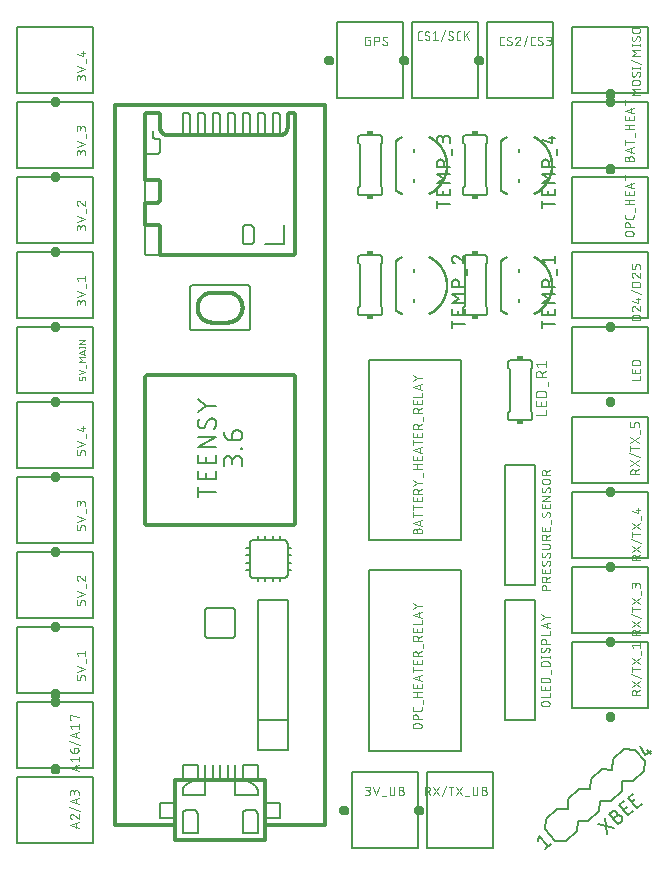
<source format=gbr>
G04 EAGLE Gerber RS-274X export*
G75*
%MOMM*%
%FSLAX34Y34*%
%LPD*%
%INSilkscreen Top*%
%IPPOS*%
%AMOC8*
5,1,8,0,0,1.08239X$1,22.5*%
G01*
%ADD10C,0.152400*%
%ADD11C,0.050800*%
%ADD12R,0.508000X0.381000*%
%ADD13C,0.304800*%
%ADD14C,0.127000*%
%ADD15C,0.203200*%
%ADD16C,0.400000*%
%ADD17C,0.076200*%
%ADD18C,0.015238*%
%ADD19C,0.101600*%


D10*
X152908Y139700D02*
X75692Y139700D01*
X75692Y-12954D01*
X152908Y-12954D01*
X152908Y139700D01*
D11*
X115909Y-4995D02*
X115909Y-7112D01*
X115908Y-4995D02*
X115910Y-4904D01*
X115916Y-4813D01*
X115926Y-4722D01*
X115939Y-4632D01*
X115957Y-4543D01*
X115978Y-4454D01*
X116003Y-4367D01*
X116032Y-4280D01*
X116065Y-4195D01*
X116101Y-4112D01*
X116141Y-4030D01*
X116184Y-3950D01*
X116231Y-3871D01*
X116281Y-3795D01*
X116334Y-3721D01*
X116390Y-3650D01*
X116450Y-3581D01*
X116512Y-3514D01*
X116577Y-3451D01*
X116645Y-3390D01*
X116715Y-3332D01*
X116788Y-3277D01*
X116863Y-3225D01*
X116940Y-3177D01*
X117020Y-3132D01*
X117101Y-3090D01*
X117183Y-3052D01*
X117268Y-3018D01*
X117354Y-2987D01*
X117441Y-2960D01*
X117529Y-2937D01*
X117618Y-2918D01*
X117707Y-2902D01*
X117798Y-2890D01*
X117888Y-2882D01*
X117979Y-2878D01*
X118071Y-2878D01*
X118162Y-2882D01*
X118252Y-2890D01*
X118343Y-2902D01*
X118432Y-2918D01*
X118521Y-2937D01*
X118609Y-2960D01*
X118696Y-2987D01*
X118782Y-3018D01*
X118867Y-3052D01*
X118949Y-3090D01*
X119030Y-3132D01*
X119110Y-3177D01*
X119187Y-3225D01*
X119262Y-3277D01*
X119335Y-3332D01*
X119405Y-3390D01*
X119473Y-3451D01*
X119538Y-3514D01*
X119600Y-3581D01*
X119660Y-3650D01*
X119716Y-3721D01*
X119769Y-3795D01*
X119819Y-3871D01*
X119866Y-3950D01*
X119909Y-4030D01*
X119949Y-4112D01*
X119985Y-4195D01*
X120018Y-4280D01*
X120047Y-4367D01*
X120072Y-4454D01*
X120093Y-4543D01*
X120111Y-4632D01*
X120124Y-4722D01*
X120134Y-4813D01*
X120140Y-4904D01*
X120142Y-4995D01*
X120142Y-7112D01*
X112522Y-7112D01*
X112522Y-4995D01*
X112524Y-4914D01*
X112530Y-4834D01*
X112539Y-4754D01*
X112553Y-4675D01*
X112570Y-4596D01*
X112591Y-4518D01*
X112615Y-4441D01*
X112643Y-4366D01*
X112675Y-4292D01*
X112710Y-4219D01*
X112749Y-4148D01*
X112791Y-4080D01*
X112836Y-4013D01*
X112884Y-3948D01*
X112936Y-3886D01*
X112990Y-3827D01*
X113047Y-3770D01*
X113106Y-3716D01*
X113168Y-3664D01*
X113233Y-3616D01*
X113300Y-3571D01*
X113369Y-3529D01*
X113439Y-3490D01*
X113512Y-3455D01*
X113586Y-3423D01*
X113661Y-3395D01*
X113738Y-3371D01*
X113816Y-3350D01*
X113895Y-3333D01*
X113974Y-3319D01*
X114054Y-3310D01*
X114134Y-3304D01*
X114215Y-3302D01*
X114296Y-3304D01*
X114376Y-3310D01*
X114456Y-3319D01*
X114535Y-3333D01*
X114614Y-3350D01*
X114692Y-3371D01*
X114769Y-3395D01*
X114844Y-3423D01*
X114918Y-3455D01*
X114991Y-3490D01*
X115062Y-3529D01*
X115130Y-3571D01*
X115197Y-3616D01*
X115262Y-3664D01*
X115324Y-3716D01*
X115383Y-3770D01*
X115440Y-3827D01*
X115494Y-3886D01*
X115546Y-3948D01*
X115594Y-4013D01*
X115639Y-4080D01*
X115681Y-4149D01*
X115720Y-4219D01*
X115755Y-4292D01*
X115787Y-4366D01*
X115815Y-4441D01*
X115839Y-4518D01*
X115860Y-4596D01*
X115877Y-4675D01*
X115891Y-4754D01*
X115900Y-4834D01*
X115906Y-4914D01*
X115908Y-4995D01*
X120142Y-561D02*
X112522Y1979D01*
X120142Y4519D01*
X118237Y3884D02*
X118237Y74D01*
X120142Y8807D02*
X112522Y8807D01*
X112522Y6690D02*
X112522Y10924D01*
X112522Y15147D02*
X120142Y15147D01*
X112522Y13030D02*
X112522Y17263D01*
X120142Y20114D02*
X120142Y23501D01*
X120142Y20114D02*
X112522Y20114D01*
X112522Y23501D01*
X115909Y22654D02*
X115909Y20114D01*
X112522Y26483D02*
X120142Y26483D01*
X112522Y26483D02*
X112522Y28600D01*
X112524Y28691D01*
X112530Y28782D01*
X112540Y28873D01*
X112553Y28963D01*
X112571Y29052D01*
X112592Y29141D01*
X112617Y29228D01*
X112646Y29315D01*
X112679Y29400D01*
X112715Y29483D01*
X112755Y29565D01*
X112798Y29645D01*
X112845Y29724D01*
X112895Y29800D01*
X112948Y29874D01*
X113004Y29945D01*
X113064Y30014D01*
X113126Y30081D01*
X113191Y30144D01*
X113259Y30205D01*
X113329Y30263D01*
X113402Y30318D01*
X113477Y30370D01*
X113554Y30418D01*
X113634Y30463D01*
X113715Y30505D01*
X113797Y30543D01*
X113882Y30577D01*
X113968Y30608D01*
X114055Y30635D01*
X114143Y30658D01*
X114232Y30677D01*
X114321Y30693D01*
X114412Y30705D01*
X114502Y30713D01*
X114593Y30717D01*
X114685Y30717D01*
X114776Y30713D01*
X114866Y30705D01*
X114957Y30693D01*
X115046Y30677D01*
X115135Y30658D01*
X115223Y30635D01*
X115310Y30608D01*
X115396Y30577D01*
X115481Y30543D01*
X115563Y30505D01*
X115644Y30463D01*
X115724Y30418D01*
X115801Y30370D01*
X115876Y30318D01*
X115949Y30263D01*
X116019Y30205D01*
X116087Y30144D01*
X116152Y30081D01*
X116214Y30014D01*
X116274Y29945D01*
X116330Y29874D01*
X116383Y29800D01*
X116433Y29724D01*
X116480Y29645D01*
X116523Y29565D01*
X116563Y29483D01*
X116599Y29400D01*
X116632Y29315D01*
X116661Y29228D01*
X116686Y29141D01*
X116707Y29052D01*
X116725Y28963D01*
X116738Y28873D01*
X116748Y28782D01*
X116754Y28691D01*
X116756Y28600D01*
X116755Y28600D02*
X116755Y26483D01*
X116755Y29023D02*
X120142Y30717D01*
X116120Y35873D02*
X112522Y33333D01*
X116120Y35873D02*
X112522Y38413D01*
X116120Y35873D02*
X120142Y35873D01*
X120989Y40763D02*
X120989Y44150D01*
X120142Y47168D02*
X112522Y47168D01*
X115909Y47168D02*
X115909Y51401D01*
X112522Y51401D02*
X120142Y51401D01*
X120142Y54983D02*
X120142Y58370D01*
X120142Y54983D02*
X112522Y54983D01*
X112522Y58370D01*
X115909Y57523D02*
X115909Y54983D01*
X120142Y60643D02*
X112522Y63183D01*
X120142Y65723D01*
X118237Y65088D02*
X118237Y61278D01*
X120142Y70011D02*
X112522Y70011D01*
X112522Y72127D02*
X112522Y67894D01*
X120142Y74978D02*
X120142Y78365D01*
X120142Y74978D02*
X112522Y74978D01*
X112522Y78365D01*
X115909Y77518D02*
X115909Y74978D01*
X112522Y81347D02*
X120142Y81347D01*
X112522Y81347D02*
X112522Y83464D01*
X112524Y83555D01*
X112530Y83646D01*
X112540Y83737D01*
X112553Y83827D01*
X112571Y83916D01*
X112592Y84005D01*
X112617Y84092D01*
X112646Y84179D01*
X112679Y84264D01*
X112715Y84347D01*
X112755Y84429D01*
X112798Y84509D01*
X112845Y84588D01*
X112895Y84664D01*
X112948Y84738D01*
X113004Y84809D01*
X113064Y84878D01*
X113126Y84945D01*
X113191Y85008D01*
X113259Y85069D01*
X113329Y85127D01*
X113402Y85182D01*
X113477Y85234D01*
X113554Y85282D01*
X113634Y85327D01*
X113715Y85369D01*
X113797Y85407D01*
X113882Y85441D01*
X113968Y85472D01*
X114055Y85499D01*
X114143Y85522D01*
X114232Y85541D01*
X114321Y85557D01*
X114412Y85569D01*
X114502Y85577D01*
X114593Y85581D01*
X114685Y85581D01*
X114776Y85577D01*
X114866Y85569D01*
X114957Y85557D01*
X115046Y85541D01*
X115135Y85522D01*
X115223Y85499D01*
X115310Y85472D01*
X115396Y85441D01*
X115481Y85407D01*
X115563Y85369D01*
X115644Y85327D01*
X115724Y85282D01*
X115801Y85234D01*
X115876Y85182D01*
X115949Y85127D01*
X116019Y85069D01*
X116087Y85008D01*
X116152Y84945D01*
X116214Y84878D01*
X116274Y84809D01*
X116330Y84738D01*
X116383Y84664D01*
X116433Y84588D01*
X116480Y84509D01*
X116523Y84429D01*
X116563Y84347D01*
X116599Y84264D01*
X116632Y84179D01*
X116661Y84092D01*
X116686Y84005D01*
X116707Y83916D01*
X116725Y83827D01*
X116738Y83737D01*
X116748Y83646D01*
X116754Y83555D01*
X116756Y83464D01*
X116755Y83464D02*
X116755Y81347D01*
X116755Y83887D02*
X120142Y85580D01*
X120989Y88312D02*
X120989Y91699D01*
X120142Y94758D02*
X112522Y94758D01*
X112522Y96875D01*
X112524Y96966D01*
X112530Y97057D01*
X112540Y97148D01*
X112553Y97238D01*
X112571Y97327D01*
X112592Y97416D01*
X112617Y97503D01*
X112646Y97590D01*
X112679Y97675D01*
X112715Y97758D01*
X112755Y97840D01*
X112798Y97920D01*
X112845Y97999D01*
X112895Y98075D01*
X112948Y98149D01*
X113004Y98220D01*
X113064Y98289D01*
X113126Y98356D01*
X113191Y98419D01*
X113259Y98480D01*
X113329Y98538D01*
X113402Y98593D01*
X113477Y98645D01*
X113554Y98693D01*
X113634Y98738D01*
X113715Y98780D01*
X113797Y98818D01*
X113882Y98852D01*
X113968Y98883D01*
X114055Y98910D01*
X114143Y98933D01*
X114232Y98952D01*
X114321Y98968D01*
X114412Y98980D01*
X114502Y98988D01*
X114593Y98992D01*
X114685Y98992D01*
X114776Y98988D01*
X114866Y98980D01*
X114957Y98968D01*
X115046Y98952D01*
X115135Y98933D01*
X115223Y98910D01*
X115310Y98883D01*
X115396Y98852D01*
X115481Y98818D01*
X115563Y98780D01*
X115644Y98738D01*
X115724Y98693D01*
X115801Y98645D01*
X115876Y98593D01*
X115949Y98538D01*
X116019Y98480D01*
X116087Y98419D01*
X116152Y98356D01*
X116214Y98289D01*
X116274Y98220D01*
X116330Y98149D01*
X116383Y98075D01*
X116433Y97999D01*
X116480Y97920D01*
X116523Y97840D01*
X116563Y97758D01*
X116599Y97675D01*
X116632Y97590D01*
X116661Y97503D01*
X116686Y97416D01*
X116707Y97327D01*
X116725Y97238D01*
X116738Y97148D01*
X116748Y97057D01*
X116754Y96966D01*
X116756Y96875D01*
X116755Y96875D02*
X116755Y94758D01*
X116755Y97298D02*
X120142Y98992D01*
X120142Y102288D02*
X120142Y105675D01*
X120142Y102288D02*
X112522Y102288D01*
X112522Y105675D01*
X115909Y104828D02*
X115909Y102288D01*
X112522Y108628D02*
X120142Y108628D01*
X120142Y112015D01*
X120142Y114288D02*
X112522Y116828D01*
X120142Y119368D01*
X118237Y118733D02*
X118237Y114923D01*
X112522Y121603D02*
X116120Y124143D01*
X112522Y126683D01*
X116120Y124143D02*
X120142Y124143D01*
D10*
X152908Y-38354D02*
X75692Y-38354D01*
X75692Y-191008D01*
X152908Y-191008D01*
X152908Y-38354D01*
D11*
X117771Y-172212D02*
X114385Y-172212D01*
X114294Y-172210D01*
X114203Y-172204D01*
X114112Y-172194D01*
X114022Y-172181D01*
X113933Y-172163D01*
X113844Y-172142D01*
X113757Y-172117D01*
X113670Y-172088D01*
X113585Y-172055D01*
X113502Y-172019D01*
X113420Y-171979D01*
X113340Y-171936D01*
X113261Y-171889D01*
X113185Y-171839D01*
X113111Y-171786D01*
X113040Y-171730D01*
X112971Y-171670D01*
X112904Y-171608D01*
X112841Y-171543D01*
X112780Y-171475D01*
X112722Y-171405D01*
X112667Y-171332D01*
X112615Y-171257D01*
X112567Y-171180D01*
X112522Y-171100D01*
X112480Y-171019D01*
X112442Y-170937D01*
X112408Y-170852D01*
X112377Y-170766D01*
X112350Y-170679D01*
X112327Y-170591D01*
X112308Y-170502D01*
X112292Y-170413D01*
X112280Y-170322D01*
X112272Y-170232D01*
X112268Y-170141D01*
X112268Y-170049D01*
X112272Y-169958D01*
X112280Y-169868D01*
X112292Y-169777D01*
X112308Y-169688D01*
X112327Y-169599D01*
X112350Y-169511D01*
X112377Y-169424D01*
X112408Y-169338D01*
X112442Y-169253D01*
X112480Y-169171D01*
X112522Y-169090D01*
X112567Y-169010D01*
X112615Y-168933D01*
X112667Y-168858D01*
X112722Y-168785D01*
X112780Y-168715D01*
X112841Y-168647D01*
X112904Y-168582D01*
X112971Y-168520D01*
X113040Y-168460D01*
X113111Y-168404D01*
X113185Y-168351D01*
X113261Y-168301D01*
X113340Y-168254D01*
X113420Y-168211D01*
X113502Y-168171D01*
X113585Y-168135D01*
X113670Y-168102D01*
X113757Y-168073D01*
X113844Y-168048D01*
X113933Y-168027D01*
X114022Y-168009D01*
X114112Y-167996D01*
X114203Y-167986D01*
X114294Y-167980D01*
X114385Y-167978D01*
X114385Y-167979D02*
X117771Y-167979D01*
X117771Y-167978D02*
X117862Y-167980D01*
X117953Y-167986D01*
X118044Y-167996D01*
X118134Y-168009D01*
X118223Y-168027D01*
X118312Y-168048D01*
X118399Y-168073D01*
X118486Y-168102D01*
X118571Y-168135D01*
X118654Y-168171D01*
X118736Y-168211D01*
X118816Y-168254D01*
X118895Y-168301D01*
X118971Y-168351D01*
X119045Y-168404D01*
X119116Y-168460D01*
X119185Y-168520D01*
X119252Y-168582D01*
X119315Y-168647D01*
X119376Y-168715D01*
X119434Y-168785D01*
X119489Y-168858D01*
X119541Y-168933D01*
X119589Y-169010D01*
X119634Y-169090D01*
X119676Y-169171D01*
X119714Y-169253D01*
X119748Y-169338D01*
X119779Y-169424D01*
X119806Y-169511D01*
X119829Y-169599D01*
X119848Y-169688D01*
X119864Y-169777D01*
X119876Y-169868D01*
X119884Y-169958D01*
X119888Y-170049D01*
X119888Y-170141D01*
X119884Y-170232D01*
X119876Y-170322D01*
X119864Y-170413D01*
X119848Y-170502D01*
X119829Y-170591D01*
X119806Y-170679D01*
X119779Y-170766D01*
X119748Y-170852D01*
X119714Y-170937D01*
X119676Y-171019D01*
X119634Y-171100D01*
X119589Y-171180D01*
X119541Y-171257D01*
X119489Y-171332D01*
X119434Y-171405D01*
X119376Y-171475D01*
X119315Y-171543D01*
X119252Y-171608D01*
X119185Y-171670D01*
X119116Y-171730D01*
X119045Y-171786D01*
X118971Y-171839D01*
X118895Y-171889D01*
X118816Y-171936D01*
X118736Y-171979D01*
X118654Y-172019D01*
X118571Y-172055D01*
X118486Y-172088D01*
X118399Y-172117D01*
X118312Y-172142D01*
X118223Y-172163D01*
X118134Y-172181D01*
X118044Y-172194D01*
X117953Y-172204D01*
X117862Y-172210D01*
X117771Y-172212D01*
X119888Y-164556D02*
X112268Y-164556D01*
X112268Y-162440D01*
X112270Y-162349D01*
X112276Y-162258D01*
X112286Y-162167D01*
X112299Y-162077D01*
X112317Y-161988D01*
X112338Y-161899D01*
X112363Y-161812D01*
X112392Y-161725D01*
X112425Y-161640D01*
X112461Y-161557D01*
X112501Y-161475D01*
X112544Y-161395D01*
X112591Y-161316D01*
X112641Y-161240D01*
X112694Y-161166D01*
X112750Y-161095D01*
X112810Y-161026D01*
X112872Y-160959D01*
X112937Y-160896D01*
X113005Y-160835D01*
X113075Y-160777D01*
X113148Y-160722D01*
X113223Y-160670D01*
X113300Y-160622D01*
X113380Y-160577D01*
X113461Y-160535D01*
X113543Y-160497D01*
X113628Y-160463D01*
X113714Y-160432D01*
X113801Y-160405D01*
X113889Y-160382D01*
X113978Y-160363D01*
X114067Y-160347D01*
X114158Y-160335D01*
X114248Y-160327D01*
X114339Y-160323D01*
X114431Y-160323D01*
X114522Y-160327D01*
X114612Y-160335D01*
X114703Y-160347D01*
X114792Y-160363D01*
X114881Y-160382D01*
X114969Y-160405D01*
X115056Y-160432D01*
X115142Y-160463D01*
X115227Y-160497D01*
X115309Y-160535D01*
X115390Y-160577D01*
X115470Y-160622D01*
X115547Y-160670D01*
X115622Y-160722D01*
X115695Y-160777D01*
X115765Y-160835D01*
X115833Y-160896D01*
X115898Y-160959D01*
X115960Y-161026D01*
X116020Y-161095D01*
X116076Y-161166D01*
X116129Y-161240D01*
X116179Y-161316D01*
X116226Y-161395D01*
X116269Y-161475D01*
X116309Y-161557D01*
X116345Y-161640D01*
X116378Y-161725D01*
X116407Y-161812D01*
X116432Y-161899D01*
X116453Y-161988D01*
X116471Y-162077D01*
X116484Y-162167D01*
X116494Y-162258D01*
X116500Y-162349D01*
X116502Y-162440D01*
X116501Y-162440D02*
X116501Y-164556D01*
X119888Y-155907D02*
X119888Y-154214D01*
X119888Y-155907D02*
X119886Y-155988D01*
X119880Y-156068D01*
X119871Y-156148D01*
X119857Y-156227D01*
X119840Y-156306D01*
X119819Y-156384D01*
X119795Y-156461D01*
X119767Y-156536D01*
X119735Y-156610D01*
X119700Y-156683D01*
X119661Y-156754D01*
X119619Y-156822D01*
X119574Y-156889D01*
X119526Y-156954D01*
X119474Y-157016D01*
X119420Y-157075D01*
X119363Y-157132D01*
X119304Y-157186D01*
X119242Y-157238D01*
X119177Y-157286D01*
X119110Y-157331D01*
X119042Y-157373D01*
X118971Y-157412D01*
X118898Y-157447D01*
X118824Y-157479D01*
X118749Y-157507D01*
X118672Y-157531D01*
X118594Y-157552D01*
X118515Y-157569D01*
X118436Y-157583D01*
X118356Y-157592D01*
X118276Y-157598D01*
X118195Y-157600D01*
X118195Y-157601D02*
X113961Y-157601D01*
X113961Y-157600D02*
X113880Y-157598D01*
X113800Y-157592D01*
X113720Y-157583D01*
X113641Y-157569D01*
X113562Y-157552D01*
X113484Y-157531D01*
X113407Y-157507D01*
X113332Y-157479D01*
X113258Y-157447D01*
X113185Y-157412D01*
X113115Y-157373D01*
X113046Y-157331D01*
X112979Y-157286D01*
X112914Y-157238D01*
X112852Y-157187D01*
X112793Y-157132D01*
X112736Y-157075D01*
X112682Y-157016D01*
X112630Y-156954D01*
X112582Y-156889D01*
X112537Y-156822D01*
X112495Y-156754D01*
X112456Y-156683D01*
X112421Y-156610D01*
X112389Y-156536D01*
X112361Y-156461D01*
X112337Y-156384D01*
X112316Y-156306D01*
X112299Y-156227D01*
X112285Y-156148D01*
X112276Y-156068D01*
X112270Y-155988D01*
X112268Y-155907D01*
X112268Y-154214D01*
X120735Y-151794D02*
X120735Y-148407D01*
X119888Y-145390D02*
X112268Y-145390D01*
X115655Y-145390D02*
X115655Y-141156D01*
X112268Y-141156D02*
X119888Y-141156D01*
X119888Y-137574D02*
X119888Y-134187D01*
X119888Y-137574D02*
X112268Y-137574D01*
X112268Y-134187D01*
X115655Y-135034D02*
X115655Y-137574D01*
X119888Y-131914D02*
X112268Y-129374D01*
X119888Y-126834D01*
X117983Y-127469D02*
X117983Y-131279D01*
X119888Y-122547D02*
X112268Y-122547D01*
X112268Y-124663D02*
X112268Y-120430D01*
X119888Y-117579D02*
X119888Y-114192D01*
X119888Y-117579D02*
X112268Y-117579D01*
X112268Y-114192D01*
X115655Y-115039D02*
X115655Y-117579D01*
X112268Y-111210D02*
X119888Y-111210D01*
X112268Y-111210D02*
X112268Y-109094D01*
X112270Y-109003D01*
X112276Y-108912D01*
X112286Y-108821D01*
X112299Y-108731D01*
X112317Y-108642D01*
X112338Y-108553D01*
X112363Y-108466D01*
X112392Y-108379D01*
X112425Y-108294D01*
X112461Y-108211D01*
X112501Y-108129D01*
X112544Y-108049D01*
X112591Y-107970D01*
X112641Y-107894D01*
X112694Y-107820D01*
X112750Y-107749D01*
X112810Y-107680D01*
X112872Y-107613D01*
X112937Y-107550D01*
X113005Y-107489D01*
X113075Y-107431D01*
X113148Y-107376D01*
X113223Y-107324D01*
X113300Y-107276D01*
X113380Y-107231D01*
X113461Y-107189D01*
X113543Y-107151D01*
X113628Y-107117D01*
X113714Y-107086D01*
X113801Y-107059D01*
X113889Y-107036D01*
X113978Y-107017D01*
X114067Y-107001D01*
X114158Y-106989D01*
X114248Y-106981D01*
X114339Y-106977D01*
X114431Y-106977D01*
X114522Y-106981D01*
X114612Y-106989D01*
X114703Y-107001D01*
X114792Y-107017D01*
X114881Y-107036D01*
X114969Y-107059D01*
X115056Y-107086D01*
X115142Y-107117D01*
X115227Y-107151D01*
X115309Y-107189D01*
X115390Y-107231D01*
X115470Y-107276D01*
X115547Y-107324D01*
X115622Y-107376D01*
X115695Y-107431D01*
X115765Y-107489D01*
X115833Y-107550D01*
X115898Y-107613D01*
X115960Y-107680D01*
X116020Y-107749D01*
X116076Y-107820D01*
X116129Y-107894D01*
X116179Y-107970D01*
X116226Y-108049D01*
X116269Y-108129D01*
X116309Y-108211D01*
X116345Y-108294D01*
X116378Y-108379D01*
X116407Y-108466D01*
X116432Y-108553D01*
X116453Y-108642D01*
X116471Y-108731D01*
X116484Y-108821D01*
X116494Y-108912D01*
X116500Y-109003D01*
X116502Y-109094D01*
X116501Y-109094D02*
X116501Y-111210D01*
X116501Y-108670D02*
X119888Y-106977D01*
X120735Y-104245D02*
X120735Y-100859D01*
X119888Y-97799D02*
X112268Y-97799D01*
X112268Y-95682D01*
X112270Y-95591D01*
X112276Y-95500D01*
X112286Y-95409D01*
X112299Y-95319D01*
X112317Y-95230D01*
X112338Y-95141D01*
X112363Y-95054D01*
X112392Y-94967D01*
X112425Y-94882D01*
X112461Y-94799D01*
X112501Y-94717D01*
X112544Y-94637D01*
X112591Y-94558D01*
X112641Y-94482D01*
X112694Y-94408D01*
X112750Y-94337D01*
X112810Y-94268D01*
X112872Y-94201D01*
X112937Y-94138D01*
X113005Y-94077D01*
X113075Y-94019D01*
X113148Y-93964D01*
X113223Y-93912D01*
X113300Y-93864D01*
X113380Y-93819D01*
X113461Y-93777D01*
X113543Y-93739D01*
X113628Y-93705D01*
X113714Y-93674D01*
X113801Y-93647D01*
X113889Y-93624D01*
X113978Y-93605D01*
X114067Y-93589D01*
X114158Y-93577D01*
X114248Y-93569D01*
X114339Y-93565D01*
X114431Y-93565D01*
X114522Y-93569D01*
X114612Y-93577D01*
X114703Y-93589D01*
X114792Y-93605D01*
X114881Y-93624D01*
X114969Y-93647D01*
X115056Y-93674D01*
X115142Y-93705D01*
X115227Y-93739D01*
X115309Y-93777D01*
X115390Y-93819D01*
X115470Y-93864D01*
X115547Y-93912D01*
X115622Y-93964D01*
X115695Y-94019D01*
X115765Y-94077D01*
X115833Y-94138D01*
X115898Y-94201D01*
X115960Y-94268D01*
X116020Y-94337D01*
X116076Y-94408D01*
X116129Y-94482D01*
X116179Y-94558D01*
X116226Y-94637D01*
X116269Y-94717D01*
X116309Y-94799D01*
X116345Y-94882D01*
X116378Y-94967D01*
X116407Y-95054D01*
X116432Y-95141D01*
X116453Y-95230D01*
X116471Y-95319D01*
X116484Y-95409D01*
X116494Y-95500D01*
X116500Y-95591D01*
X116502Y-95682D01*
X116501Y-95682D02*
X116501Y-97799D01*
X116501Y-95259D02*
X119888Y-93566D01*
X119888Y-90269D02*
X119888Y-86882D01*
X119888Y-90269D02*
X112268Y-90269D01*
X112268Y-86882D01*
X115655Y-87729D02*
X115655Y-90269D01*
X112268Y-83929D02*
X119888Y-83929D01*
X119888Y-80543D01*
X119888Y-78270D02*
X112268Y-75730D01*
X119888Y-73190D01*
X117983Y-73825D02*
X117983Y-77635D01*
X112268Y-70954D02*
X115866Y-68414D01*
X112268Y-65874D01*
X115866Y-68414D02*
X119888Y-68414D01*
D10*
X86360Y226060D02*
X86358Y226160D01*
X86352Y226259D01*
X86342Y226359D01*
X86329Y226457D01*
X86311Y226556D01*
X86290Y226653D01*
X86265Y226749D01*
X86236Y226845D01*
X86203Y226939D01*
X86167Y227032D01*
X86127Y227123D01*
X86083Y227213D01*
X86036Y227301D01*
X85986Y227387D01*
X85932Y227471D01*
X85875Y227553D01*
X85815Y227632D01*
X85751Y227710D01*
X85685Y227784D01*
X85616Y227856D01*
X85544Y227925D01*
X85470Y227991D01*
X85392Y228055D01*
X85313Y228115D01*
X85231Y228172D01*
X85147Y228226D01*
X85061Y228276D01*
X84973Y228323D01*
X84883Y228367D01*
X84792Y228407D01*
X84699Y228443D01*
X84605Y228476D01*
X84509Y228505D01*
X84413Y228530D01*
X84316Y228551D01*
X84217Y228569D01*
X84119Y228582D01*
X84019Y228592D01*
X83920Y228598D01*
X83820Y228600D01*
X68580Y228600D02*
X68480Y228598D01*
X68381Y228592D01*
X68281Y228582D01*
X68183Y228569D01*
X68084Y228551D01*
X67987Y228530D01*
X67891Y228505D01*
X67795Y228476D01*
X67701Y228443D01*
X67608Y228407D01*
X67517Y228367D01*
X67427Y228323D01*
X67339Y228276D01*
X67253Y228226D01*
X67169Y228172D01*
X67087Y228115D01*
X67008Y228055D01*
X66930Y227991D01*
X66856Y227925D01*
X66784Y227856D01*
X66715Y227784D01*
X66649Y227710D01*
X66585Y227632D01*
X66525Y227553D01*
X66468Y227471D01*
X66414Y227387D01*
X66364Y227301D01*
X66317Y227213D01*
X66273Y227123D01*
X66233Y227032D01*
X66197Y226939D01*
X66164Y226845D01*
X66135Y226749D01*
X66110Y226653D01*
X66089Y226556D01*
X66071Y226457D01*
X66058Y226359D01*
X66048Y226259D01*
X66042Y226160D01*
X66040Y226060D01*
X66040Y180340D02*
X66042Y180240D01*
X66048Y180141D01*
X66058Y180041D01*
X66071Y179943D01*
X66089Y179844D01*
X66110Y179747D01*
X66135Y179651D01*
X66164Y179555D01*
X66197Y179461D01*
X66233Y179368D01*
X66273Y179277D01*
X66317Y179187D01*
X66364Y179099D01*
X66414Y179013D01*
X66468Y178929D01*
X66525Y178847D01*
X66585Y178768D01*
X66649Y178690D01*
X66715Y178616D01*
X66784Y178544D01*
X66856Y178475D01*
X66930Y178409D01*
X67008Y178345D01*
X67087Y178285D01*
X67169Y178228D01*
X67253Y178174D01*
X67339Y178124D01*
X67427Y178077D01*
X67517Y178033D01*
X67608Y177993D01*
X67701Y177957D01*
X67795Y177924D01*
X67891Y177895D01*
X67987Y177870D01*
X68084Y177849D01*
X68183Y177831D01*
X68281Y177818D01*
X68381Y177808D01*
X68480Y177802D01*
X68580Y177800D01*
X83820Y177800D02*
X83920Y177802D01*
X84019Y177808D01*
X84119Y177818D01*
X84217Y177831D01*
X84316Y177849D01*
X84413Y177870D01*
X84509Y177895D01*
X84605Y177924D01*
X84699Y177957D01*
X84792Y177993D01*
X84883Y178033D01*
X84973Y178077D01*
X85061Y178124D01*
X85147Y178174D01*
X85231Y178228D01*
X85313Y178285D01*
X85392Y178345D01*
X85470Y178409D01*
X85544Y178475D01*
X85616Y178544D01*
X85685Y178616D01*
X85751Y178690D01*
X85815Y178768D01*
X85875Y178847D01*
X85932Y178929D01*
X85986Y179013D01*
X86036Y179099D01*
X86083Y179187D01*
X86127Y179277D01*
X86167Y179368D01*
X86203Y179461D01*
X86236Y179555D01*
X86265Y179651D01*
X86290Y179747D01*
X86311Y179844D01*
X86329Y179943D01*
X86342Y180041D01*
X86352Y180141D01*
X86358Y180240D01*
X86360Y180340D01*
X83820Y228600D02*
X68580Y228600D01*
X86360Y226060D02*
X86360Y222250D01*
X85090Y220980D01*
X66040Y222250D02*
X66040Y226060D01*
X66040Y222250D02*
X67310Y220980D01*
X85090Y185420D02*
X86360Y184150D01*
X85090Y185420D02*
X85090Y220980D01*
X67310Y185420D02*
X66040Y184150D01*
X67310Y185420D02*
X67310Y220980D01*
X86360Y184150D02*
X86360Y180340D01*
X66040Y180340D02*
X66040Y184150D01*
X68580Y177800D02*
X83820Y177800D01*
D12*
X76200Y175895D03*
X76200Y230505D03*
D10*
X175260Y327660D02*
X175258Y327760D01*
X175252Y327859D01*
X175242Y327959D01*
X175229Y328057D01*
X175211Y328156D01*
X175190Y328253D01*
X175165Y328349D01*
X175136Y328445D01*
X175103Y328539D01*
X175067Y328632D01*
X175027Y328723D01*
X174983Y328813D01*
X174936Y328901D01*
X174886Y328987D01*
X174832Y329071D01*
X174775Y329153D01*
X174715Y329232D01*
X174651Y329310D01*
X174585Y329384D01*
X174516Y329456D01*
X174444Y329525D01*
X174370Y329591D01*
X174292Y329655D01*
X174213Y329715D01*
X174131Y329772D01*
X174047Y329826D01*
X173961Y329876D01*
X173873Y329923D01*
X173783Y329967D01*
X173692Y330007D01*
X173599Y330043D01*
X173505Y330076D01*
X173409Y330105D01*
X173313Y330130D01*
X173216Y330151D01*
X173117Y330169D01*
X173019Y330182D01*
X172919Y330192D01*
X172820Y330198D01*
X172720Y330200D01*
X157480Y330200D02*
X157380Y330198D01*
X157281Y330192D01*
X157181Y330182D01*
X157083Y330169D01*
X156984Y330151D01*
X156887Y330130D01*
X156791Y330105D01*
X156695Y330076D01*
X156601Y330043D01*
X156508Y330007D01*
X156417Y329967D01*
X156327Y329923D01*
X156239Y329876D01*
X156153Y329826D01*
X156069Y329772D01*
X155987Y329715D01*
X155908Y329655D01*
X155830Y329591D01*
X155756Y329525D01*
X155684Y329456D01*
X155615Y329384D01*
X155549Y329310D01*
X155485Y329232D01*
X155425Y329153D01*
X155368Y329071D01*
X155314Y328987D01*
X155264Y328901D01*
X155217Y328813D01*
X155173Y328723D01*
X155133Y328632D01*
X155097Y328539D01*
X155064Y328445D01*
X155035Y328349D01*
X155010Y328253D01*
X154989Y328156D01*
X154971Y328057D01*
X154958Y327959D01*
X154948Y327859D01*
X154942Y327760D01*
X154940Y327660D01*
X154940Y281940D02*
X154942Y281840D01*
X154948Y281741D01*
X154958Y281641D01*
X154971Y281543D01*
X154989Y281444D01*
X155010Y281347D01*
X155035Y281251D01*
X155064Y281155D01*
X155097Y281061D01*
X155133Y280968D01*
X155173Y280877D01*
X155217Y280787D01*
X155264Y280699D01*
X155314Y280613D01*
X155368Y280529D01*
X155425Y280447D01*
X155485Y280368D01*
X155549Y280290D01*
X155615Y280216D01*
X155684Y280144D01*
X155756Y280075D01*
X155830Y280009D01*
X155908Y279945D01*
X155987Y279885D01*
X156069Y279828D01*
X156153Y279774D01*
X156239Y279724D01*
X156327Y279677D01*
X156417Y279633D01*
X156508Y279593D01*
X156601Y279557D01*
X156695Y279524D01*
X156791Y279495D01*
X156887Y279470D01*
X156984Y279449D01*
X157083Y279431D01*
X157181Y279418D01*
X157281Y279408D01*
X157380Y279402D01*
X157480Y279400D01*
X172720Y279400D02*
X172820Y279402D01*
X172919Y279408D01*
X173019Y279418D01*
X173117Y279431D01*
X173216Y279449D01*
X173313Y279470D01*
X173409Y279495D01*
X173505Y279524D01*
X173599Y279557D01*
X173692Y279593D01*
X173783Y279633D01*
X173873Y279677D01*
X173961Y279724D01*
X174047Y279774D01*
X174131Y279828D01*
X174213Y279885D01*
X174292Y279945D01*
X174370Y280009D01*
X174444Y280075D01*
X174516Y280144D01*
X174585Y280216D01*
X174651Y280290D01*
X174715Y280368D01*
X174775Y280447D01*
X174832Y280529D01*
X174886Y280613D01*
X174936Y280699D01*
X174983Y280787D01*
X175027Y280877D01*
X175067Y280968D01*
X175103Y281061D01*
X175136Y281155D01*
X175165Y281251D01*
X175190Y281347D01*
X175211Y281444D01*
X175229Y281543D01*
X175242Y281641D01*
X175252Y281741D01*
X175258Y281840D01*
X175260Y281940D01*
X172720Y330200D02*
X157480Y330200D01*
X175260Y327660D02*
X175260Y323850D01*
X173990Y322580D01*
X154940Y323850D02*
X154940Y327660D01*
X154940Y323850D02*
X156210Y322580D01*
X173990Y287020D02*
X175260Y285750D01*
X173990Y287020D02*
X173990Y322580D01*
X156210Y287020D02*
X154940Y285750D01*
X156210Y287020D02*
X156210Y322580D01*
X175260Y285750D02*
X175260Y281940D01*
X154940Y281940D02*
X154940Y285750D01*
X157480Y279400D02*
X172720Y279400D01*
D12*
X165100Y277495D03*
X165100Y332105D03*
D10*
X172720Y228600D02*
X172820Y228598D01*
X172919Y228592D01*
X173019Y228582D01*
X173117Y228569D01*
X173216Y228551D01*
X173313Y228530D01*
X173409Y228505D01*
X173505Y228476D01*
X173599Y228443D01*
X173692Y228407D01*
X173783Y228367D01*
X173873Y228323D01*
X173961Y228276D01*
X174047Y228226D01*
X174131Y228172D01*
X174213Y228115D01*
X174292Y228055D01*
X174370Y227991D01*
X174444Y227925D01*
X174516Y227856D01*
X174585Y227784D01*
X174651Y227710D01*
X174715Y227632D01*
X174775Y227553D01*
X174832Y227471D01*
X174886Y227387D01*
X174936Y227301D01*
X174983Y227213D01*
X175027Y227123D01*
X175067Y227032D01*
X175103Y226939D01*
X175136Y226845D01*
X175165Y226749D01*
X175190Y226653D01*
X175211Y226556D01*
X175229Y226457D01*
X175242Y226359D01*
X175252Y226259D01*
X175258Y226160D01*
X175260Y226060D01*
X157480Y228600D02*
X157380Y228598D01*
X157281Y228592D01*
X157181Y228582D01*
X157083Y228569D01*
X156984Y228551D01*
X156887Y228530D01*
X156791Y228505D01*
X156695Y228476D01*
X156601Y228443D01*
X156508Y228407D01*
X156417Y228367D01*
X156327Y228323D01*
X156239Y228276D01*
X156153Y228226D01*
X156069Y228172D01*
X155987Y228115D01*
X155908Y228055D01*
X155830Y227991D01*
X155756Y227925D01*
X155684Y227856D01*
X155615Y227784D01*
X155549Y227710D01*
X155485Y227632D01*
X155425Y227553D01*
X155368Y227471D01*
X155314Y227387D01*
X155264Y227301D01*
X155217Y227213D01*
X155173Y227123D01*
X155133Y227032D01*
X155097Y226939D01*
X155064Y226845D01*
X155035Y226749D01*
X155010Y226653D01*
X154989Y226556D01*
X154971Y226457D01*
X154958Y226359D01*
X154948Y226259D01*
X154942Y226160D01*
X154940Y226060D01*
X154940Y180340D02*
X154942Y180240D01*
X154948Y180141D01*
X154958Y180041D01*
X154971Y179943D01*
X154989Y179844D01*
X155010Y179747D01*
X155035Y179651D01*
X155064Y179555D01*
X155097Y179461D01*
X155133Y179368D01*
X155173Y179277D01*
X155217Y179187D01*
X155264Y179099D01*
X155314Y179013D01*
X155368Y178929D01*
X155425Y178847D01*
X155485Y178768D01*
X155549Y178690D01*
X155615Y178616D01*
X155684Y178544D01*
X155756Y178475D01*
X155830Y178409D01*
X155908Y178345D01*
X155987Y178285D01*
X156069Y178228D01*
X156153Y178174D01*
X156239Y178124D01*
X156327Y178077D01*
X156417Y178033D01*
X156508Y177993D01*
X156601Y177957D01*
X156695Y177924D01*
X156791Y177895D01*
X156887Y177870D01*
X156984Y177849D01*
X157083Y177831D01*
X157181Y177818D01*
X157281Y177808D01*
X157380Y177802D01*
X157480Y177800D01*
X172720Y177800D02*
X172820Y177802D01*
X172919Y177808D01*
X173019Y177818D01*
X173117Y177831D01*
X173216Y177849D01*
X173313Y177870D01*
X173409Y177895D01*
X173505Y177924D01*
X173599Y177957D01*
X173692Y177993D01*
X173783Y178033D01*
X173873Y178077D01*
X173961Y178124D01*
X174047Y178174D01*
X174131Y178228D01*
X174213Y178285D01*
X174292Y178345D01*
X174370Y178409D01*
X174444Y178475D01*
X174516Y178544D01*
X174585Y178616D01*
X174651Y178690D01*
X174715Y178768D01*
X174775Y178847D01*
X174832Y178929D01*
X174886Y179013D01*
X174936Y179099D01*
X174983Y179187D01*
X175027Y179277D01*
X175067Y179368D01*
X175103Y179461D01*
X175136Y179555D01*
X175165Y179651D01*
X175190Y179747D01*
X175211Y179844D01*
X175229Y179943D01*
X175242Y180041D01*
X175252Y180141D01*
X175258Y180240D01*
X175260Y180340D01*
X172720Y228600D02*
X157480Y228600D01*
X175260Y226060D02*
X175260Y222250D01*
X173990Y220980D01*
X154940Y222250D02*
X154940Y226060D01*
X154940Y222250D02*
X156210Y220980D01*
X173990Y185420D02*
X175260Y184150D01*
X173990Y185420D02*
X173990Y220980D01*
X156210Y185420D02*
X154940Y184150D01*
X156210Y185420D02*
X156210Y220980D01*
X175260Y184150D02*
X175260Y180340D01*
X154940Y180340D02*
X154940Y184150D01*
X157480Y177800D02*
X172720Y177800D01*
D12*
X165100Y175895D03*
X165100Y230505D03*
D10*
X86360Y327660D02*
X86358Y327760D01*
X86352Y327859D01*
X86342Y327959D01*
X86329Y328057D01*
X86311Y328156D01*
X86290Y328253D01*
X86265Y328349D01*
X86236Y328445D01*
X86203Y328539D01*
X86167Y328632D01*
X86127Y328723D01*
X86083Y328813D01*
X86036Y328901D01*
X85986Y328987D01*
X85932Y329071D01*
X85875Y329153D01*
X85815Y329232D01*
X85751Y329310D01*
X85685Y329384D01*
X85616Y329456D01*
X85544Y329525D01*
X85470Y329591D01*
X85392Y329655D01*
X85313Y329715D01*
X85231Y329772D01*
X85147Y329826D01*
X85061Y329876D01*
X84973Y329923D01*
X84883Y329967D01*
X84792Y330007D01*
X84699Y330043D01*
X84605Y330076D01*
X84509Y330105D01*
X84413Y330130D01*
X84316Y330151D01*
X84217Y330169D01*
X84119Y330182D01*
X84019Y330192D01*
X83920Y330198D01*
X83820Y330200D01*
X68580Y330200D02*
X68480Y330198D01*
X68381Y330192D01*
X68281Y330182D01*
X68183Y330169D01*
X68084Y330151D01*
X67987Y330130D01*
X67891Y330105D01*
X67795Y330076D01*
X67701Y330043D01*
X67608Y330007D01*
X67517Y329967D01*
X67427Y329923D01*
X67339Y329876D01*
X67253Y329826D01*
X67169Y329772D01*
X67087Y329715D01*
X67008Y329655D01*
X66930Y329591D01*
X66856Y329525D01*
X66784Y329456D01*
X66715Y329384D01*
X66649Y329310D01*
X66585Y329232D01*
X66525Y329153D01*
X66468Y329071D01*
X66414Y328987D01*
X66364Y328901D01*
X66317Y328813D01*
X66273Y328723D01*
X66233Y328632D01*
X66197Y328539D01*
X66164Y328445D01*
X66135Y328349D01*
X66110Y328253D01*
X66089Y328156D01*
X66071Y328057D01*
X66058Y327959D01*
X66048Y327859D01*
X66042Y327760D01*
X66040Y327660D01*
X66040Y281940D02*
X66042Y281840D01*
X66048Y281741D01*
X66058Y281641D01*
X66071Y281543D01*
X66089Y281444D01*
X66110Y281347D01*
X66135Y281251D01*
X66164Y281155D01*
X66197Y281061D01*
X66233Y280968D01*
X66273Y280877D01*
X66317Y280787D01*
X66364Y280699D01*
X66414Y280613D01*
X66468Y280529D01*
X66525Y280447D01*
X66585Y280368D01*
X66649Y280290D01*
X66715Y280216D01*
X66784Y280144D01*
X66856Y280075D01*
X66930Y280009D01*
X67008Y279945D01*
X67087Y279885D01*
X67169Y279828D01*
X67253Y279774D01*
X67339Y279724D01*
X67427Y279677D01*
X67517Y279633D01*
X67608Y279593D01*
X67701Y279557D01*
X67795Y279524D01*
X67891Y279495D01*
X67987Y279470D01*
X68084Y279449D01*
X68183Y279431D01*
X68281Y279418D01*
X68381Y279408D01*
X68480Y279402D01*
X68580Y279400D01*
X83820Y279400D02*
X83920Y279402D01*
X84019Y279408D01*
X84119Y279418D01*
X84217Y279431D01*
X84316Y279449D01*
X84413Y279470D01*
X84509Y279495D01*
X84605Y279524D01*
X84699Y279557D01*
X84792Y279593D01*
X84883Y279633D01*
X84973Y279677D01*
X85061Y279724D01*
X85147Y279774D01*
X85231Y279828D01*
X85313Y279885D01*
X85392Y279945D01*
X85470Y280009D01*
X85544Y280075D01*
X85616Y280144D01*
X85685Y280216D01*
X85751Y280290D01*
X85815Y280368D01*
X85875Y280447D01*
X85932Y280529D01*
X85986Y280613D01*
X86036Y280699D01*
X86083Y280787D01*
X86127Y280877D01*
X86167Y280968D01*
X86203Y281061D01*
X86236Y281155D01*
X86265Y281251D01*
X86290Y281347D01*
X86311Y281444D01*
X86329Y281543D01*
X86342Y281641D01*
X86352Y281741D01*
X86358Y281840D01*
X86360Y281940D01*
X83820Y330200D02*
X68580Y330200D01*
X86360Y327660D02*
X86360Y323850D01*
X85090Y322580D01*
X66040Y323850D02*
X66040Y327660D01*
X66040Y323850D02*
X67310Y322580D01*
X85090Y287020D02*
X86360Y285750D01*
X85090Y287020D02*
X85090Y322580D01*
X67310Y287020D02*
X66040Y285750D01*
X67310Y287020D02*
X67310Y322580D01*
X86360Y285750D02*
X86360Y281940D01*
X66040Y281940D02*
X66040Y285750D01*
X68580Y279400D02*
X83820Y279400D01*
D12*
X76200Y277495D03*
X76200Y332105D03*
D13*
X-139700Y355600D02*
X-139700Y-254000D01*
X38100Y-254000D02*
X38100Y355600D01*
X12700Y124460D02*
X12700Y2540D01*
X12698Y2440D01*
X12692Y2341D01*
X12682Y2241D01*
X12669Y2143D01*
X12651Y2044D01*
X12630Y1947D01*
X12605Y1851D01*
X12576Y1755D01*
X12543Y1661D01*
X12507Y1568D01*
X12467Y1477D01*
X12423Y1387D01*
X12376Y1299D01*
X12326Y1213D01*
X12272Y1129D01*
X12215Y1047D01*
X12155Y968D01*
X12091Y890D01*
X12025Y816D01*
X11956Y744D01*
X11884Y675D01*
X11810Y609D01*
X11732Y545D01*
X11653Y485D01*
X11571Y428D01*
X11487Y374D01*
X11401Y324D01*
X11313Y277D01*
X11223Y233D01*
X11132Y193D01*
X11039Y157D01*
X10945Y124D01*
X10849Y95D01*
X10753Y70D01*
X10656Y49D01*
X10557Y31D01*
X10459Y18D01*
X10359Y8D01*
X10260Y2D01*
X10160Y0D01*
X-111760Y0D01*
X-111860Y2D01*
X-111959Y8D01*
X-112059Y18D01*
X-112157Y31D01*
X-112256Y49D01*
X-112353Y70D01*
X-112449Y95D01*
X-112545Y124D01*
X-112639Y157D01*
X-112732Y193D01*
X-112823Y233D01*
X-112913Y277D01*
X-113001Y324D01*
X-113087Y374D01*
X-113171Y428D01*
X-113253Y485D01*
X-113332Y545D01*
X-113410Y609D01*
X-113484Y675D01*
X-113556Y744D01*
X-113625Y816D01*
X-113691Y890D01*
X-113755Y968D01*
X-113815Y1047D01*
X-113872Y1129D01*
X-113926Y1213D01*
X-113976Y1299D01*
X-114023Y1387D01*
X-114067Y1477D01*
X-114107Y1568D01*
X-114143Y1661D01*
X-114176Y1755D01*
X-114205Y1851D01*
X-114230Y1947D01*
X-114251Y2044D01*
X-114269Y2143D01*
X-114282Y2241D01*
X-114292Y2341D01*
X-114298Y2440D01*
X-114300Y2540D01*
X-114300Y124460D01*
X-114298Y124560D01*
X-114292Y124659D01*
X-114282Y124759D01*
X-114269Y124857D01*
X-114251Y124956D01*
X-114230Y125053D01*
X-114205Y125149D01*
X-114176Y125245D01*
X-114143Y125339D01*
X-114107Y125432D01*
X-114067Y125523D01*
X-114023Y125613D01*
X-113976Y125701D01*
X-113926Y125787D01*
X-113872Y125871D01*
X-113815Y125953D01*
X-113755Y126032D01*
X-113691Y126110D01*
X-113625Y126184D01*
X-113556Y126256D01*
X-113484Y126325D01*
X-113410Y126391D01*
X-113332Y126455D01*
X-113253Y126515D01*
X-113171Y126572D01*
X-113087Y126626D01*
X-113001Y126676D01*
X-112913Y126723D01*
X-112823Y126767D01*
X-112732Y126807D01*
X-112639Y126843D01*
X-112545Y126876D01*
X-112449Y126905D01*
X-112353Y126930D01*
X-112256Y126951D01*
X-112157Y126969D01*
X-112059Y126982D01*
X-111959Y126992D01*
X-111860Y126998D01*
X-111760Y127000D01*
X10160Y127000D01*
X10260Y126998D01*
X10359Y126992D01*
X10459Y126982D01*
X10557Y126969D01*
X10656Y126951D01*
X10753Y126930D01*
X10849Y126905D01*
X10945Y126876D01*
X11039Y126843D01*
X11132Y126807D01*
X11223Y126767D01*
X11313Y126723D01*
X11401Y126676D01*
X11487Y126626D01*
X11571Y126572D01*
X11653Y126515D01*
X11732Y126455D01*
X11810Y126391D01*
X11884Y126325D01*
X11956Y126256D01*
X12025Y126184D01*
X12091Y126110D01*
X12155Y126032D01*
X12215Y125953D01*
X12272Y125871D01*
X12326Y125787D01*
X12376Y125701D01*
X12423Y125613D01*
X12467Y125523D01*
X12507Y125432D01*
X12543Y125339D01*
X12576Y125245D01*
X12605Y125149D01*
X12630Y125053D01*
X12651Y124956D01*
X12669Y124857D01*
X12682Y124759D01*
X12692Y124659D01*
X12698Y124560D01*
X12700Y124460D01*
X38100Y355600D02*
X-139700Y355600D01*
X-88900Y-215900D02*
X-88900Y-234950D01*
X-88900Y-247650D01*
X-88900Y-254000D01*
X-88900Y-266700D01*
X-12700Y-266700D01*
X-12700Y-254000D01*
X-12700Y-247650D01*
X-12700Y-234950D01*
X-12700Y-215900D01*
X-19050Y-215900D01*
X-28575Y-215900D01*
X-31750Y-215900D01*
X-38100Y-215900D01*
X-44450Y-215900D01*
X-50800Y-215900D01*
X-57150Y-215900D01*
X-63500Y-215900D01*
X-69850Y-215900D01*
X-73025Y-215900D01*
X-82550Y-215900D01*
X-88900Y-215900D01*
X-88900Y-254000D02*
X-139700Y-254000D01*
X-12700Y-254000D02*
X38100Y-254000D01*
D14*
X-101600Y228600D02*
X-111760Y228600D01*
X-111860Y228602D01*
X-111959Y228608D01*
X-112059Y228618D01*
X-112157Y228631D01*
X-112256Y228649D01*
X-112353Y228670D01*
X-112449Y228695D01*
X-112545Y228724D01*
X-112639Y228757D01*
X-112732Y228793D01*
X-112823Y228833D01*
X-112913Y228877D01*
X-113001Y228924D01*
X-113087Y228974D01*
X-113171Y229028D01*
X-113253Y229085D01*
X-113332Y229145D01*
X-113410Y229209D01*
X-113484Y229275D01*
X-113556Y229344D01*
X-113625Y229416D01*
X-113691Y229490D01*
X-113755Y229568D01*
X-113815Y229647D01*
X-113872Y229729D01*
X-113926Y229813D01*
X-113976Y229899D01*
X-114023Y229987D01*
X-114067Y230077D01*
X-114107Y230168D01*
X-114143Y230261D01*
X-114176Y230355D01*
X-114205Y230451D01*
X-114230Y230547D01*
X-114251Y230644D01*
X-114269Y230743D01*
X-114282Y230841D01*
X-114292Y230941D01*
X-114298Y231040D01*
X-114300Y231140D01*
X-114300Y254000D01*
D13*
X-114300Y273050D01*
D14*
X-114300Y292100D01*
D13*
X-114300Y314325D01*
X-114300Y346710D01*
X-114298Y346810D01*
X-114292Y346909D01*
X-114282Y347009D01*
X-114269Y347107D01*
X-114251Y347206D01*
X-114230Y347303D01*
X-114205Y347399D01*
X-114176Y347495D01*
X-114143Y347589D01*
X-114107Y347682D01*
X-114067Y347773D01*
X-114023Y347863D01*
X-113976Y347951D01*
X-113926Y348037D01*
X-113872Y348121D01*
X-113815Y348203D01*
X-113755Y348282D01*
X-113691Y348360D01*
X-113625Y348434D01*
X-113556Y348506D01*
X-113484Y348575D01*
X-113410Y348641D01*
X-113332Y348705D01*
X-113253Y348765D01*
X-113171Y348822D01*
X-113087Y348876D01*
X-113001Y348926D01*
X-112913Y348973D01*
X-112823Y349017D01*
X-112732Y349057D01*
X-112639Y349093D01*
X-112545Y349126D01*
X-112449Y349155D01*
X-112353Y349180D01*
X-112256Y349201D01*
X-112157Y349219D01*
X-112059Y349232D01*
X-111959Y349242D01*
X-111860Y349248D01*
X-111760Y349250D01*
X-104775Y349250D01*
X-104664Y349248D01*
X-104554Y349242D01*
X-104443Y349233D01*
X-104333Y349219D01*
X-104224Y349202D01*
X-104115Y349181D01*
X-104007Y349156D01*
X-103900Y349127D01*
X-103794Y349095D01*
X-103689Y349059D01*
X-103586Y349019D01*
X-103484Y348976D01*
X-103383Y348929D01*
X-103284Y348878D01*
X-103188Y348825D01*
X-103093Y348768D01*
X-103000Y348707D01*
X-102909Y348644D01*
X-102820Y348577D01*
X-102734Y348507D01*
X-102651Y348434D01*
X-102569Y348359D01*
X-102491Y348281D01*
X-102416Y348199D01*
X-102343Y348116D01*
X-102273Y348030D01*
X-102206Y347941D01*
X-102143Y347850D01*
X-102082Y347757D01*
X-102025Y347663D01*
X-101972Y347566D01*
X-101921Y347467D01*
X-101874Y347366D01*
X-101831Y347264D01*
X-101791Y347161D01*
X-101755Y347056D01*
X-101723Y346950D01*
X-101694Y346843D01*
X-101669Y346735D01*
X-101648Y346626D01*
X-101631Y346517D01*
X-101617Y346407D01*
X-101608Y346296D01*
X-101602Y346186D01*
X-101600Y346075D01*
X-101600Y336550D01*
X-101598Y336392D01*
X-101592Y336233D01*
X-101582Y336075D01*
X-101568Y335918D01*
X-101551Y335760D01*
X-101529Y335604D01*
X-101504Y335447D01*
X-101474Y335292D01*
X-101441Y335137D01*
X-101404Y334983D01*
X-101363Y334830D01*
X-101318Y334678D01*
X-101269Y334528D01*
X-101217Y334378D01*
X-101161Y334230D01*
X-101101Y334083D01*
X-101038Y333938D01*
X-100971Y333795D01*
X-100901Y333653D01*
X-100827Y333513D01*
X-100749Y333375D01*
X-100668Y333239D01*
X-100584Y333105D01*
X-100497Y332973D01*
X-100406Y332843D01*
X-100312Y332716D01*
X-100215Y332591D01*
X-100114Y332468D01*
X-100011Y332348D01*
X-99905Y332231D01*
X-99796Y332116D01*
X-99684Y332004D01*
X-99569Y331895D01*
X-99452Y331789D01*
X-99332Y331686D01*
X-99209Y331585D01*
X-99084Y331488D01*
X-98957Y331394D01*
X-98827Y331303D01*
X-98695Y331216D01*
X-98561Y331132D01*
X-98425Y331051D01*
X-98287Y330973D01*
X-98147Y330899D01*
X-98005Y330829D01*
X-97862Y330762D01*
X-97717Y330699D01*
X-97570Y330639D01*
X-97422Y330583D01*
X-97272Y330531D01*
X-97122Y330482D01*
X-96970Y330437D01*
X-96817Y330396D01*
X-96663Y330359D01*
X-96508Y330326D01*
X-96353Y330296D01*
X-96196Y330271D01*
X-96040Y330249D01*
X-95882Y330232D01*
X-95725Y330218D01*
X-95567Y330208D01*
X-95408Y330202D01*
X-95250Y330200D01*
X-82550Y330200D01*
X-76200Y330200D01*
X-69850Y330200D01*
X-63500Y330200D01*
X-57150Y330200D01*
X-50800Y330200D01*
X-44450Y330200D01*
X-38100Y330200D01*
X-31750Y330200D01*
X-25400Y330200D01*
X-19050Y330200D01*
X-12700Y330200D01*
X-6350Y330200D01*
X0Y330200D01*
X158Y330202D01*
X317Y330208D01*
X475Y330218D01*
X632Y330232D01*
X790Y330249D01*
X946Y330271D01*
X1103Y330296D01*
X1258Y330326D01*
X1413Y330359D01*
X1567Y330396D01*
X1720Y330437D01*
X1872Y330482D01*
X2022Y330531D01*
X2172Y330583D01*
X2320Y330639D01*
X2467Y330699D01*
X2612Y330762D01*
X2755Y330829D01*
X2897Y330899D01*
X3037Y330973D01*
X3175Y331051D01*
X3311Y331132D01*
X3445Y331216D01*
X3577Y331303D01*
X3707Y331394D01*
X3834Y331488D01*
X3959Y331585D01*
X4082Y331686D01*
X4202Y331789D01*
X4319Y331895D01*
X4434Y332004D01*
X4546Y332116D01*
X4655Y332231D01*
X4761Y332348D01*
X4864Y332468D01*
X4965Y332591D01*
X5062Y332716D01*
X5156Y332843D01*
X5247Y332973D01*
X5334Y333105D01*
X5418Y333239D01*
X5499Y333375D01*
X5577Y333513D01*
X5651Y333653D01*
X5721Y333795D01*
X5788Y333938D01*
X5851Y334083D01*
X5911Y334230D01*
X5967Y334378D01*
X6019Y334528D01*
X6068Y334678D01*
X6113Y334830D01*
X6154Y334983D01*
X6191Y335137D01*
X6224Y335292D01*
X6254Y335447D01*
X6279Y335604D01*
X6301Y335760D01*
X6318Y335918D01*
X6332Y336075D01*
X6342Y336233D01*
X6348Y336392D01*
X6350Y336550D01*
X6350Y346075D01*
X6352Y346186D01*
X6358Y346296D01*
X6367Y346407D01*
X6381Y346517D01*
X6398Y346626D01*
X6419Y346735D01*
X6444Y346843D01*
X6473Y346950D01*
X6505Y347056D01*
X6541Y347161D01*
X6581Y347264D01*
X6624Y347366D01*
X6671Y347467D01*
X6722Y347566D01*
X6775Y347663D01*
X6832Y347757D01*
X6893Y347850D01*
X6956Y347941D01*
X7023Y348030D01*
X7093Y348116D01*
X7166Y348199D01*
X7241Y348281D01*
X7319Y348359D01*
X7401Y348434D01*
X7484Y348507D01*
X7570Y348577D01*
X7659Y348644D01*
X7750Y348707D01*
X7843Y348768D01*
X7937Y348825D01*
X8034Y348878D01*
X8133Y348929D01*
X8234Y348976D01*
X8336Y349019D01*
X8439Y349059D01*
X8544Y349095D01*
X8650Y349127D01*
X8757Y349156D01*
X8865Y349181D01*
X8974Y349202D01*
X9083Y349219D01*
X9193Y349233D01*
X9304Y349242D01*
X9414Y349248D01*
X9525Y349250D01*
X10160Y349250D01*
X10260Y349248D01*
X10359Y349242D01*
X10459Y349232D01*
X10557Y349219D01*
X10656Y349201D01*
X10753Y349180D01*
X10849Y349155D01*
X10945Y349126D01*
X11039Y349093D01*
X11132Y349057D01*
X11223Y349017D01*
X11313Y348973D01*
X11401Y348926D01*
X11487Y348876D01*
X11571Y348822D01*
X11653Y348765D01*
X11732Y348705D01*
X11810Y348641D01*
X11884Y348575D01*
X11956Y348506D01*
X12025Y348434D01*
X12091Y348360D01*
X12155Y348282D01*
X12215Y348203D01*
X12272Y348121D01*
X12326Y348037D01*
X12376Y347951D01*
X12423Y347863D01*
X12467Y347773D01*
X12507Y347682D01*
X12543Y347589D01*
X12576Y347495D01*
X12605Y347399D01*
X12630Y347303D01*
X12651Y347206D01*
X12669Y347107D01*
X12682Y347009D01*
X12692Y346909D01*
X12698Y346810D01*
X12700Y346710D01*
X12700Y231140D01*
X12698Y231040D01*
X12692Y230941D01*
X12682Y230841D01*
X12669Y230743D01*
X12651Y230644D01*
X12630Y230547D01*
X12605Y230451D01*
X12576Y230355D01*
X12543Y230261D01*
X12507Y230168D01*
X12467Y230077D01*
X12423Y229987D01*
X12376Y229899D01*
X12326Y229813D01*
X12272Y229729D01*
X12215Y229647D01*
X12155Y229568D01*
X12091Y229490D01*
X12025Y229416D01*
X11956Y229344D01*
X11884Y229275D01*
X11810Y229209D01*
X11732Y229145D01*
X11653Y229085D01*
X11571Y229028D01*
X11487Y228974D01*
X11401Y228924D01*
X11313Y228877D01*
X11223Y228833D01*
X11132Y228793D01*
X11039Y228757D01*
X10945Y228724D01*
X10849Y228695D01*
X10753Y228670D01*
X10656Y228649D01*
X10557Y228631D01*
X10459Y228618D01*
X10359Y228608D01*
X10260Y228602D01*
X10160Y228600D01*
X-101600Y228600D01*
D14*
X-82550Y330200D02*
X-82550Y346710D01*
X-82548Y346810D01*
X-82542Y346909D01*
X-82532Y347009D01*
X-82519Y347107D01*
X-82501Y347206D01*
X-82480Y347303D01*
X-82455Y347399D01*
X-82426Y347495D01*
X-82393Y347589D01*
X-82357Y347682D01*
X-82317Y347773D01*
X-82273Y347863D01*
X-82226Y347951D01*
X-82176Y348037D01*
X-82122Y348121D01*
X-82065Y348203D01*
X-82005Y348282D01*
X-81941Y348360D01*
X-81875Y348434D01*
X-81806Y348506D01*
X-81734Y348575D01*
X-81660Y348641D01*
X-81582Y348705D01*
X-81503Y348765D01*
X-81421Y348822D01*
X-81337Y348876D01*
X-81251Y348926D01*
X-81163Y348973D01*
X-81073Y349017D01*
X-80982Y349057D01*
X-80889Y349093D01*
X-80795Y349126D01*
X-80699Y349155D01*
X-80603Y349180D01*
X-80506Y349201D01*
X-80407Y349219D01*
X-80309Y349232D01*
X-80209Y349242D01*
X-80110Y349248D01*
X-80010Y349250D01*
X-78740Y349250D01*
X-78640Y349248D01*
X-78541Y349242D01*
X-78441Y349232D01*
X-78343Y349219D01*
X-78244Y349201D01*
X-78147Y349180D01*
X-78051Y349155D01*
X-77955Y349126D01*
X-77861Y349093D01*
X-77768Y349057D01*
X-77677Y349017D01*
X-77587Y348973D01*
X-77499Y348926D01*
X-77413Y348876D01*
X-77329Y348822D01*
X-77247Y348765D01*
X-77168Y348705D01*
X-77090Y348641D01*
X-77016Y348575D01*
X-76944Y348506D01*
X-76875Y348434D01*
X-76809Y348360D01*
X-76745Y348282D01*
X-76685Y348203D01*
X-76628Y348121D01*
X-76574Y348037D01*
X-76524Y347951D01*
X-76477Y347863D01*
X-76433Y347773D01*
X-76393Y347682D01*
X-76357Y347589D01*
X-76324Y347495D01*
X-76295Y347399D01*
X-76270Y347303D01*
X-76249Y347206D01*
X-76231Y347107D01*
X-76218Y347009D01*
X-76208Y346909D01*
X-76202Y346810D01*
X-76200Y346710D01*
X-76200Y330200D01*
X-69850Y330200D02*
X-69850Y346710D01*
X-69848Y346810D01*
X-69842Y346909D01*
X-69832Y347009D01*
X-69819Y347107D01*
X-69801Y347206D01*
X-69780Y347303D01*
X-69755Y347399D01*
X-69726Y347495D01*
X-69693Y347589D01*
X-69657Y347682D01*
X-69617Y347773D01*
X-69573Y347863D01*
X-69526Y347951D01*
X-69476Y348037D01*
X-69422Y348121D01*
X-69365Y348203D01*
X-69305Y348282D01*
X-69241Y348360D01*
X-69175Y348434D01*
X-69106Y348506D01*
X-69034Y348575D01*
X-68960Y348641D01*
X-68882Y348705D01*
X-68803Y348765D01*
X-68721Y348822D01*
X-68637Y348876D01*
X-68551Y348926D01*
X-68463Y348973D01*
X-68373Y349017D01*
X-68282Y349057D01*
X-68189Y349093D01*
X-68095Y349126D01*
X-67999Y349155D01*
X-67903Y349180D01*
X-67806Y349201D01*
X-67707Y349219D01*
X-67609Y349232D01*
X-67509Y349242D01*
X-67410Y349248D01*
X-67310Y349250D01*
X-66040Y349250D01*
X-65940Y349248D01*
X-65841Y349242D01*
X-65741Y349232D01*
X-65643Y349219D01*
X-65544Y349201D01*
X-65447Y349180D01*
X-65351Y349155D01*
X-65255Y349126D01*
X-65161Y349093D01*
X-65068Y349057D01*
X-64977Y349017D01*
X-64887Y348973D01*
X-64799Y348926D01*
X-64713Y348876D01*
X-64629Y348822D01*
X-64547Y348765D01*
X-64468Y348705D01*
X-64390Y348641D01*
X-64316Y348575D01*
X-64244Y348506D01*
X-64175Y348434D01*
X-64109Y348360D01*
X-64045Y348282D01*
X-63985Y348203D01*
X-63928Y348121D01*
X-63874Y348037D01*
X-63824Y347951D01*
X-63777Y347863D01*
X-63733Y347773D01*
X-63693Y347682D01*
X-63657Y347589D01*
X-63624Y347495D01*
X-63595Y347399D01*
X-63570Y347303D01*
X-63549Y347206D01*
X-63531Y347107D01*
X-63518Y347009D01*
X-63508Y346909D01*
X-63502Y346810D01*
X-63500Y346710D01*
X-63500Y330200D01*
X-57150Y330200D02*
X-57150Y346710D01*
X-57148Y346810D01*
X-57142Y346909D01*
X-57132Y347009D01*
X-57119Y347107D01*
X-57101Y347206D01*
X-57080Y347303D01*
X-57055Y347399D01*
X-57026Y347495D01*
X-56993Y347589D01*
X-56957Y347682D01*
X-56917Y347773D01*
X-56873Y347863D01*
X-56826Y347951D01*
X-56776Y348037D01*
X-56722Y348121D01*
X-56665Y348203D01*
X-56605Y348282D01*
X-56541Y348360D01*
X-56475Y348434D01*
X-56406Y348506D01*
X-56334Y348575D01*
X-56260Y348641D01*
X-56182Y348705D01*
X-56103Y348765D01*
X-56021Y348822D01*
X-55937Y348876D01*
X-55851Y348926D01*
X-55763Y348973D01*
X-55673Y349017D01*
X-55582Y349057D01*
X-55489Y349093D01*
X-55395Y349126D01*
X-55299Y349155D01*
X-55203Y349180D01*
X-55106Y349201D01*
X-55007Y349219D01*
X-54909Y349232D01*
X-54809Y349242D01*
X-54710Y349248D01*
X-54610Y349250D01*
X-53340Y349250D01*
X-53240Y349248D01*
X-53141Y349242D01*
X-53041Y349232D01*
X-52943Y349219D01*
X-52844Y349201D01*
X-52747Y349180D01*
X-52651Y349155D01*
X-52555Y349126D01*
X-52461Y349093D01*
X-52368Y349057D01*
X-52277Y349017D01*
X-52187Y348973D01*
X-52099Y348926D01*
X-52013Y348876D01*
X-51929Y348822D01*
X-51847Y348765D01*
X-51768Y348705D01*
X-51690Y348641D01*
X-51616Y348575D01*
X-51544Y348506D01*
X-51475Y348434D01*
X-51409Y348360D01*
X-51345Y348282D01*
X-51285Y348203D01*
X-51228Y348121D01*
X-51174Y348037D01*
X-51124Y347951D01*
X-51077Y347863D01*
X-51033Y347773D01*
X-50993Y347682D01*
X-50957Y347589D01*
X-50924Y347495D01*
X-50895Y347399D01*
X-50870Y347303D01*
X-50849Y347206D01*
X-50831Y347107D01*
X-50818Y347009D01*
X-50808Y346909D01*
X-50802Y346810D01*
X-50800Y346710D01*
X-50800Y330200D01*
X-44450Y330200D02*
X-44450Y346710D01*
X-44448Y346810D01*
X-44442Y346909D01*
X-44432Y347009D01*
X-44419Y347107D01*
X-44401Y347206D01*
X-44380Y347303D01*
X-44355Y347399D01*
X-44326Y347495D01*
X-44293Y347589D01*
X-44257Y347682D01*
X-44217Y347773D01*
X-44173Y347863D01*
X-44126Y347951D01*
X-44076Y348037D01*
X-44022Y348121D01*
X-43965Y348203D01*
X-43905Y348282D01*
X-43841Y348360D01*
X-43775Y348434D01*
X-43706Y348506D01*
X-43634Y348575D01*
X-43560Y348641D01*
X-43482Y348705D01*
X-43403Y348765D01*
X-43321Y348822D01*
X-43237Y348876D01*
X-43151Y348926D01*
X-43063Y348973D01*
X-42973Y349017D01*
X-42882Y349057D01*
X-42789Y349093D01*
X-42695Y349126D01*
X-42599Y349155D01*
X-42503Y349180D01*
X-42406Y349201D01*
X-42307Y349219D01*
X-42209Y349232D01*
X-42109Y349242D01*
X-42010Y349248D01*
X-41910Y349250D01*
X-40640Y349250D01*
X-40540Y349248D01*
X-40441Y349242D01*
X-40341Y349232D01*
X-40243Y349219D01*
X-40144Y349201D01*
X-40047Y349180D01*
X-39951Y349155D01*
X-39855Y349126D01*
X-39761Y349093D01*
X-39668Y349057D01*
X-39577Y349017D01*
X-39487Y348973D01*
X-39399Y348926D01*
X-39313Y348876D01*
X-39229Y348822D01*
X-39147Y348765D01*
X-39068Y348705D01*
X-38990Y348641D01*
X-38916Y348575D01*
X-38844Y348506D01*
X-38775Y348434D01*
X-38709Y348360D01*
X-38645Y348282D01*
X-38585Y348203D01*
X-38528Y348121D01*
X-38474Y348037D01*
X-38424Y347951D01*
X-38377Y347863D01*
X-38333Y347773D01*
X-38293Y347682D01*
X-38257Y347589D01*
X-38224Y347495D01*
X-38195Y347399D01*
X-38170Y347303D01*
X-38149Y347206D01*
X-38131Y347107D01*
X-38118Y347009D01*
X-38108Y346909D01*
X-38102Y346810D01*
X-38100Y346710D01*
X-38100Y330200D01*
X-31750Y330200D02*
X-31750Y346710D01*
X-31748Y346810D01*
X-31742Y346909D01*
X-31732Y347009D01*
X-31719Y347107D01*
X-31701Y347206D01*
X-31680Y347303D01*
X-31655Y347399D01*
X-31626Y347495D01*
X-31593Y347589D01*
X-31557Y347682D01*
X-31517Y347773D01*
X-31473Y347863D01*
X-31426Y347951D01*
X-31376Y348037D01*
X-31322Y348121D01*
X-31265Y348203D01*
X-31205Y348282D01*
X-31141Y348360D01*
X-31075Y348434D01*
X-31006Y348506D01*
X-30934Y348575D01*
X-30860Y348641D01*
X-30782Y348705D01*
X-30703Y348765D01*
X-30621Y348822D01*
X-30537Y348876D01*
X-30451Y348926D01*
X-30363Y348973D01*
X-30273Y349017D01*
X-30182Y349057D01*
X-30089Y349093D01*
X-29995Y349126D01*
X-29899Y349155D01*
X-29803Y349180D01*
X-29706Y349201D01*
X-29607Y349219D01*
X-29509Y349232D01*
X-29409Y349242D01*
X-29310Y349248D01*
X-29210Y349250D01*
X-27940Y349250D01*
X-27840Y349248D01*
X-27741Y349242D01*
X-27641Y349232D01*
X-27543Y349219D01*
X-27444Y349201D01*
X-27347Y349180D01*
X-27251Y349155D01*
X-27155Y349126D01*
X-27061Y349093D01*
X-26968Y349057D01*
X-26877Y349017D01*
X-26787Y348973D01*
X-26699Y348926D01*
X-26613Y348876D01*
X-26529Y348822D01*
X-26447Y348765D01*
X-26368Y348705D01*
X-26290Y348641D01*
X-26216Y348575D01*
X-26144Y348506D01*
X-26075Y348434D01*
X-26009Y348360D01*
X-25945Y348282D01*
X-25885Y348203D01*
X-25828Y348121D01*
X-25774Y348037D01*
X-25724Y347951D01*
X-25677Y347863D01*
X-25633Y347773D01*
X-25593Y347682D01*
X-25557Y347589D01*
X-25524Y347495D01*
X-25495Y347399D01*
X-25470Y347303D01*
X-25449Y347206D01*
X-25431Y347107D01*
X-25418Y347009D01*
X-25408Y346909D01*
X-25402Y346810D01*
X-25400Y346710D01*
X-25400Y330200D01*
X-19050Y330200D02*
X-19050Y346710D01*
X-19048Y346810D01*
X-19042Y346909D01*
X-19032Y347009D01*
X-19019Y347107D01*
X-19001Y347206D01*
X-18980Y347303D01*
X-18955Y347399D01*
X-18926Y347495D01*
X-18893Y347589D01*
X-18857Y347682D01*
X-18817Y347773D01*
X-18773Y347863D01*
X-18726Y347951D01*
X-18676Y348037D01*
X-18622Y348121D01*
X-18565Y348203D01*
X-18505Y348282D01*
X-18441Y348360D01*
X-18375Y348434D01*
X-18306Y348506D01*
X-18234Y348575D01*
X-18160Y348641D01*
X-18082Y348705D01*
X-18003Y348765D01*
X-17921Y348822D01*
X-17837Y348876D01*
X-17751Y348926D01*
X-17663Y348973D01*
X-17573Y349017D01*
X-17482Y349057D01*
X-17389Y349093D01*
X-17295Y349126D01*
X-17199Y349155D01*
X-17103Y349180D01*
X-17006Y349201D01*
X-16907Y349219D01*
X-16809Y349232D01*
X-16709Y349242D01*
X-16610Y349248D01*
X-16510Y349250D01*
X-15240Y349250D01*
X-15140Y349248D01*
X-15041Y349242D01*
X-14941Y349232D01*
X-14843Y349219D01*
X-14744Y349201D01*
X-14647Y349180D01*
X-14551Y349155D01*
X-14455Y349126D01*
X-14361Y349093D01*
X-14268Y349057D01*
X-14177Y349017D01*
X-14087Y348973D01*
X-13999Y348926D01*
X-13913Y348876D01*
X-13829Y348822D01*
X-13747Y348765D01*
X-13668Y348705D01*
X-13590Y348641D01*
X-13516Y348575D01*
X-13444Y348506D01*
X-13375Y348434D01*
X-13309Y348360D01*
X-13245Y348282D01*
X-13185Y348203D01*
X-13128Y348121D01*
X-13074Y348037D01*
X-13024Y347951D01*
X-12977Y347863D01*
X-12933Y347773D01*
X-12893Y347682D01*
X-12857Y347589D01*
X-12824Y347495D01*
X-12795Y347399D01*
X-12770Y347303D01*
X-12749Y347206D01*
X-12731Y347107D01*
X-12718Y347009D01*
X-12708Y346909D01*
X-12702Y346810D01*
X-12700Y346710D01*
X-12700Y330200D01*
X-6350Y330200D02*
X-6350Y346710D01*
X-6348Y346810D01*
X-6342Y346909D01*
X-6332Y347009D01*
X-6319Y347107D01*
X-6301Y347206D01*
X-6280Y347303D01*
X-6255Y347399D01*
X-6226Y347495D01*
X-6193Y347589D01*
X-6157Y347682D01*
X-6117Y347773D01*
X-6073Y347863D01*
X-6026Y347951D01*
X-5976Y348037D01*
X-5922Y348121D01*
X-5865Y348203D01*
X-5805Y348282D01*
X-5741Y348360D01*
X-5675Y348434D01*
X-5606Y348506D01*
X-5534Y348575D01*
X-5460Y348641D01*
X-5382Y348705D01*
X-5303Y348765D01*
X-5221Y348822D01*
X-5137Y348876D01*
X-5051Y348926D01*
X-4963Y348973D01*
X-4873Y349017D01*
X-4782Y349057D01*
X-4689Y349093D01*
X-4595Y349126D01*
X-4499Y349155D01*
X-4403Y349180D01*
X-4306Y349201D01*
X-4207Y349219D01*
X-4109Y349232D01*
X-4009Y349242D01*
X-3910Y349248D01*
X-3810Y349250D01*
X-2540Y349250D01*
X-2440Y349248D01*
X-2341Y349242D01*
X-2241Y349232D01*
X-2143Y349219D01*
X-2044Y349201D01*
X-1947Y349180D01*
X-1851Y349155D01*
X-1755Y349126D01*
X-1661Y349093D01*
X-1568Y349057D01*
X-1477Y349017D01*
X-1387Y348973D01*
X-1299Y348926D01*
X-1213Y348876D01*
X-1129Y348822D01*
X-1047Y348765D01*
X-968Y348705D01*
X-890Y348641D01*
X-816Y348575D01*
X-744Y348506D01*
X-675Y348434D01*
X-609Y348360D01*
X-545Y348282D01*
X-485Y348203D01*
X-428Y348121D01*
X-374Y348037D01*
X-324Y347951D01*
X-277Y347863D01*
X-233Y347773D01*
X-193Y347682D01*
X-157Y347589D01*
X-124Y347495D01*
X-95Y347399D01*
X-70Y347303D01*
X-49Y347206D01*
X-31Y347107D01*
X-18Y347009D01*
X-8Y346909D01*
X-2Y346810D01*
X0Y346710D01*
X0Y330200D01*
X-25400Y200660D02*
X-25400Y167640D01*
X-25400Y200660D02*
X-25402Y200760D01*
X-25408Y200859D01*
X-25418Y200959D01*
X-25431Y201057D01*
X-25449Y201156D01*
X-25470Y201253D01*
X-25495Y201349D01*
X-25524Y201445D01*
X-25557Y201539D01*
X-25593Y201632D01*
X-25633Y201723D01*
X-25677Y201813D01*
X-25724Y201901D01*
X-25774Y201987D01*
X-25828Y202071D01*
X-25885Y202153D01*
X-25945Y202232D01*
X-26009Y202310D01*
X-26075Y202384D01*
X-26144Y202456D01*
X-26216Y202525D01*
X-26290Y202591D01*
X-26368Y202655D01*
X-26447Y202715D01*
X-26529Y202772D01*
X-26613Y202826D01*
X-26699Y202876D01*
X-26787Y202923D01*
X-26877Y202967D01*
X-26968Y203007D01*
X-27061Y203043D01*
X-27155Y203076D01*
X-27251Y203105D01*
X-27347Y203130D01*
X-27444Y203151D01*
X-27543Y203169D01*
X-27641Y203182D01*
X-27741Y203192D01*
X-27840Y203198D01*
X-27940Y203200D01*
X-73660Y203200D01*
X-73760Y203198D01*
X-73859Y203192D01*
X-73959Y203182D01*
X-74057Y203169D01*
X-74156Y203151D01*
X-74253Y203130D01*
X-74349Y203105D01*
X-74445Y203076D01*
X-74539Y203043D01*
X-74632Y203007D01*
X-74723Y202967D01*
X-74813Y202923D01*
X-74901Y202876D01*
X-74987Y202826D01*
X-75071Y202772D01*
X-75153Y202715D01*
X-75232Y202655D01*
X-75310Y202591D01*
X-75384Y202525D01*
X-75456Y202456D01*
X-75525Y202384D01*
X-75591Y202310D01*
X-75655Y202232D01*
X-75715Y202153D01*
X-75772Y202071D01*
X-75826Y201987D01*
X-75876Y201901D01*
X-75923Y201813D01*
X-75967Y201723D01*
X-76007Y201632D01*
X-76043Y201539D01*
X-76076Y201445D01*
X-76105Y201349D01*
X-76130Y201253D01*
X-76151Y201156D01*
X-76169Y201057D01*
X-76182Y200959D01*
X-76192Y200859D01*
X-76198Y200760D01*
X-76200Y200660D01*
X-76200Y167640D01*
X-76198Y167540D01*
X-76192Y167441D01*
X-76182Y167341D01*
X-76169Y167243D01*
X-76151Y167144D01*
X-76130Y167047D01*
X-76105Y166951D01*
X-76076Y166855D01*
X-76043Y166761D01*
X-76007Y166668D01*
X-75967Y166577D01*
X-75923Y166487D01*
X-75876Y166399D01*
X-75826Y166313D01*
X-75772Y166229D01*
X-75715Y166147D01*
X-75655Y166068D01*
X-75591Y165990D01*
X-75525Y165916D01*
X-75456Y165844D01*
X-75384Y165775D01*
X-75310Y165709D01*
X-75232Y165645D01*
X-75153Y165585D01*
X-75071Y165528D01*
X-74987Y165474D01*
X-74901Y165424D01*
X-74813Y165377D01*
X-74723Y165333D01*
X-74632Y165293D01*
X-74539Y165257D01*
X-74445Y165224D01*
X-74349Y165195D01*
X-74253Y165170D01*
X-74156Y165149D01*
X-74057Y165131D01*
X-73959Y165118D01*
X-73859Y165108D01*
X-73760Y165102D01*
X-73660Y165100D01*
X-27940Y165100D01*
X-27840Y165102D01*
X-27741Y165108D01*
X-27641Y165118D01*
X-27543Y165131D01*
X-27444Y165149D01*
X-27347Y165170D01*
X-27251Y165195D01*
X-27155Y165224D01*
X-27061Y165257D01*
X-26968Y165293D01*
X-26877Y165333D01*
X-26787Y165377D01*
X-26699Y165424D01*
X-26613Y165474D01*
X-26529Y165528D01*
X-26447Y165585D01*
X-26368Y165645D01*
X-26290Y165709D01*
X-26216Y165775D01*
X-26144Y165844D01*
X-26075Y165916D01*
X-26009Y165990D01*
X-25945Y166068D01*
X-25885Y166147D01*
X-25828Y166229D01*
X-25774Y166313D01*
X-25724Y166399D01*
X-25677Y166487D01*
X-25633Y166577D01*
X-25593Y166668D01*
X-25557Y166761D01*
X-25524Y166855D01*
X-25495Y166951D01*
X-25470Y167047D01*
X-25449Y167144D01*
X-25431Y167243D01*
X-25418Y167341D01*
X-25408Y167441D01*
X-25402Y167540D01*
X-25400Y167640D01*
D13*
X-31750Y184150D02*
X-31754Y183843D01*
X-31765Y183536D01*
X-31783Y183230D01*
X-31809Y182924D01*
X-31843Y182619D01*
X-31883Y182315D01*
X-31931Y182012D01*
X-31987Y181710D01*
X-32049Y181410D01*
X-32119Y181111D01*
X-32196Y180814D01*
X-32280Y180518D01*
X-32372Y180225D01*
X-32470Y179935D01*
X-32575Y179647D01*
X-32688Y179361D01*
X-32807Y179078D01*
X-32933Y178798D01*
X-33065Y178521D01*
X-33205Y178248D01*
X-33351Y177978D01*
X-33503Y177712D01*
X-33662Y177449D01*
X-33827Y177190D01*
X-33998Y176936D01*
X-34175Y176685D01*
X-34359Y176439D01*
X-34548Y176197D01*
X-34743Y175961D01*
X-34944Y175728D01*
X-35150Y175501D01*
X-35362Y175279D01*
X-35579Y175062D01*
X-35801Y174850D01*
X-36028Y174644D01*
X-36261Y174443D01*
X-36497Y174248D01*
X-36739Y174059D01*
X-36985Y173875D01*
X-37236Y173698D01*
X-37490Y173527D01*
X-37749Y173362D01*
X-38012Y173203D01*
X-38278Y173051D01*
X-38548Y172905D01*
X-38821Y172765D01*
X-39098Y172633D01*
X-39378Y172507D01*
X-39661Y172388D01*
X-39947Y172275D01*
X-40235Y172170D01*
X-40525Y172072D01*
X-40818Y171980D01*
X-41114Y171896D01*
X-41411Y171819D01*
X-41710Y171749D01*
X-42010Y171687D01*
X-42312Y171631D01*
X-42615Y171583D01*
X-42919Y171543D01*
X-43224Y171509D01*
X-43530Y171483D01*
X-43836Y171465D01*
X-44143Y171454D01*
X-44450Y171450D01*
X-57150Y171450D01*
X-57457Y171454D01*
X-57764Y171465D01*
X-58070Y171483D01*
X-58376Y171509D01*
X-58681Y171543D01*
X-58985Y171583D01*
X-59288Y171631D01*
X-59590Y171687D01*
X-59890Y171749D01*
X-60189Y171819D01*
X-60486Y171896D01*
X-60782Y171980D01*
X-61075Y172072D01*
X-61365Y172170D01*
X-61653Y172275D01*
X-61939Y172388D01*
X-62222Y172507D01*
X-62502Y172633D01*
X-62779Y172765D01*
X-63052Y172905D01*
X-63322Y173051D01*
X-63588Y173203D01*
X-63851Y173362D01*
X-64110Y173527D01*
X-64364Y173698D01*
X-64615Y173875D01*
X-64861Y174059D01*
X-65103Y174248D01*
X-65339Y174443D01*
X-65572Y174644D01*
X-65799Y174850D01*
X-66021Y175062D01*
X-66238Y175279D01*
X-66450Y175501D01*
X-66656Y175728D01*
X-66857Y175961D01*
X-67052Y176197D01*
X-67241Y176439D01*
X-67425Y176685D01*
X-67602Y176936D01*
X-67773Y177190D01*
X-67938Y177449D01*
X-68097Y177712D01*
X-68249Y177978D01*
X-68395Y178248D01*
X-68535Y178521D01*
X-68667Y178798D01*
X-68793Y179078D01*
X-68912Y179361D01*
X-69025Y179647D01*
X-69130Y179935D01*
X-69228Y180225D01*
X-69320Y180518D01*
X-69404Y180814D01*
X-69481Y181111D01*
X-69551Y181410D01*
X-69613Y181710D01*
X-69669Y182012D01*
X-69717Y182315D01*
X-69757Y182619D01*
X-69791Y182924D01*
X-69817Y183230D01*
X-69835Y183536D01*
X-69846Y183843D01*
X-69850Y184150D01*
X-69846Y184457D01*
X-69835Y184764D01*
X-69817Y185070D01*
X-69791Y185376D01*
X-69757Y185681D01*
X-69717Y185985D01*
X-69669Y186288D01*
X-69613Y186590D01*
X-69551Y186890D01*
X-69481Y187189D01*
X-69404Y187486D01*
X-69320Y187782D01*
X-69228Y188075D01*
X-69130Y188365D01*
X-69025Y188653D01*
X-68912Y188939D01*
X-68793Y189222D01*
X-68667Y189502D01*
X-68535Y189779D01*
X-68395Y190052D01*
X-68249Y190322D01*
X-68097Y190588D01*
X-67938Y190851D01*
X-67773Y191110D01*
X-67602Y191364D01*
X-67425Y191615D01*
X-67241Y191861D01*
X-67052Y192103D01*
X-66857Y192339D01*
X-66656Y192572D01*
X-66450Y192799D01*
X-66238Y193021D01*
X-66021Y193238D01*
X-65799Y193450D01*
X-65572Y193656D01*
X-65339Y193857D01*
X-65103Y194052D01*
X-64861Y194241D01*
X-64615Y194425D01*
X-64364Y194602D01*
X-64110Y194773D01*
X-63851Y194938D01*
X-63588Y195097D01*
X-63322Y195249D01*
X-63052Y195395D01*
X-62779Y195535D01*
X-62502Y195667D01*
X-62222Y195793D01*
X-61939Y195912D01*
X-61653Y196025D01*
X-61365Y196130D01*
X-61075Y196228D01*
X-60782Y196320D01*
X-60486Y196404D01*
X-60189Y196481D01*
X-59890Y196551D01*
X-59590Y196613D01*
X-59288Y196669D01*
X-58985Y196717D01*
X-58681Y196757D01*
X-58376Y196791D01*
X-58070Y196817D01*
X-57764Y196835D01*
X-57457Y196846D01*
X-57150Y196850D01*
X-44450Y196850D01*
X-44143Y196846D01*
X-43836Y196835D01*
X-43530Y196817D01*
X-43224Y196791D01*
X-42919Y196757D01*
X-42615Y196717D01*
X-42312Y196669D01*
X-42010Y196613D01*
X-41710Y196551D01*
X-41411Y196481D01*
X-41114Y196404D01*
X-40818Y196320D01*
X-40525Y196228D01*
X-40235Y196130D01*
X-39947Y196025D01*
X-39661Y195912D01*
X-39378Y195793D01*
X-39098Y195667D01*
X-38821Y195535D01*
X-38548Y195395D01*
X-38278Y195249D01*
X-38012Y195097D01*
X-37749Y194938D01*
X-37490Y194773D01*
X-37236Y194602D01*
X-36985Y194425D01*
X-36739Y194241D01*
X-36497Y194052D01*
X-36261Y193857D01*
X-36028Y193656D01*
X-35801Y193450D01*
X-35579Y193238D01*
X-35362Y193021D01*
X-35150Y192799D01*
X-34944Y192572D01*
X-34743Y192339D01*
X-34548Y192103D01*
X-34359Y191861D01*
X-34175Y191615D01*
X-33998Y191364D01*
X-33827Y191110D01*
X-33662Y190851D01*
X-33503Y190588D01*
X-33351Y190322D01*
X-33205Y190052D01*
X-33065Y189779D01*
X-32933Y189502D01*
X-32807Y189222D01*
X-32688Y188939D01*
X-32575Y188653D01*
X-32470Y188365D01*
X-32372Y188075D01*
X-32280Y187782D01*
X-32196Y187486D01*
X-32119Y187189D01*
X-32049Y186890D01*
X-31987Y186590D01*
X-31931Y186288D01*
X-31883Y185985D01*
X-31843Y185681D01*
X-31809Y185376D01*
X-31783Y185070D01*
X-31765Y184764D01*
X-31754Y184457D01*
X-31750Y184150D01*
D14*
X-19050Y-165100D02*
X-19050Y-190500D01*
X-19050Y-165100D02*
X-19050Y-63500D01*
X6350Y-63500D01*
X6350Y-165100D01*
X6350Y-190500D01*
X-19050Y-190500D01*
X-19050Y-165100D02*
X6350Y-165100D01*
X-50800Y-203200D02*
X-50800Y-215900D01*
X-57150Y-215900D02*
X-57150Y-203200D01*
X-63500Y-203200D02*
X-63500Y-215900D01*
X-44450Y-215900D02*
X-44450Y-203200D01*
X-38100Y-203200D02*
X-38100Y-215900D01*
D15*
X-54039Y28177D02*
X-69787Y28177D01*
X-69787Y23803D02*
X-69787Y32552D01*
X-54039Y38949D02*
X-54039Y45948D01*
X-54039Y38949D02*
X-69787Y38949D01*
X-69787Y45948D01*
X-62787Y44198D02*
X-62787Y38949D01*
X-54039Y52496D02*
X-54039Y59495D01*
X-54039Y52496D02*
X-69787Y52496D01*
X-69787Y59495D01*
X-62787Y57745D02*
X-62787Y52496D01*
X-69787Y66007D02*
X-54039Y66007D01*
X-54039Y74756D02*
X-69787Y66007D01*
X-69787Y74756D02*
X-54039Y74756D01*
X-54038Y86888D02*
X-54040Y87005D01*
X-54046Y87122D01*
X-54056Y87238D01*
X-54069Y87355D01*
X-54087Y87470D01*
X-54108Y87585D01*
X-54133Y87699D01*
X-54162Y87813D01*
X-54195Y87925D01*
X-54232Y88036D01*
X-54272Y88146D01*
X-54316Y88254D01*
X-54363Y88361D01*
X-54414Y88467D01*
X-54469Y88570D01*
X-54527Y88672D01*
X-54588Y88771D01*
X-54652Y88869D01*
X-54720Y88964D01*
X-54791Y89057D01*
X-54865Y89148D01*
X-54942Y89236D01*
X-55022Y89321D01*
X-55105Y89404D01*
X-55190Y89484D01*
X-55278Y89561D01*
X-55369Y89635D01*
X-55462Y89706D01*
X-55557Y89774D01*
X-55655Y89838D01*
X-55754Y89899D01*
X-55856Y89957D01*
X-55959Y90012D01*
X-56065Y90063D01*
X-56172Y90110D01*
X-56280Y90154D01*
X-56390Y90194D01*
X-56501Y90231D01*
X-56613Y90264D01*
X-56727Y90293D01*
X-56841Y90318D01*
X-56956Y90339D01*
X-57071Y90357D01*
X-57188Y90370D01*
X-57304Y90380D01*
X-57421Y90386D01*
X-57538Y90388D01*
X-54038Y86888D02*
X-54040Y86711D01*
X-54046Y86534D01*
X-54057Y86358D01*
X-54072Y86182D01*
X-54091Y86006D01*
X-54114Y85830D01*
X-54141Y85656D01*
X-54173Y85481D01*
X-54209Y85308D01*
X-54249Y85136D01*
X-54293Y84965D01*
X-54341Y84794D01*
X-54393Y84625D01*
X-54449Y84458D01*
X-54509Y84291D01*
X-54573Y84126D01*
X-54641Y83963D01*
X-54713Y83801D01*
X-54789Y83642D01*
X-54868Y83484D01*
X-54952Y83328D01*
X-55039Y83174D01*
X-55130Y83022D01*
X-55224Y82872D01*
X-55322Y82725D01*
X-55423Y82580D01*
X-55528Y82437D01*
X-55636Y82297D01*
X-55747Y82160D01*
X-55862Y82025D01*
X-55980Y81894D01*
X-56101Y81765D01*
X-56225Y81639D01*
X-66287Y82075D02*
X-66404Y82077D01*
X-66521Y82083D01*
X-66637Y82093D01*
X-66754Y82106D01*
X-66869Y82124D01*
X-66984Y82145D01*
X-67098Y82170D01*
X-67212Y82199D01*
X-67324Y82232D01*
X-67435Y82269D01*
X-67545Y82309D01*
X-67653Y82353D01*
X-67760Y82400D01*
X-67866Y82451D01*
X-67969Y82506D01*
X-68071Y82564D01*
X-68170Y82625D01*
X-68268Y82689D01*
X-68363Y82757D01*
X-68456Y82828D01*
X-68547Y82902D01*
X-68635Y82979D01*
X-68720Y83059D01*
X-68803Y83142D01*
X-68883Y83227D01*
X-68960Y83315D01*
X-69034Y83406D01*
X-69105Y83499D01*
X-69173Y83594D01*
X-69237Y83692D01*
X-69298Y83791D01*
X-69356Y83893D01*
X-69411Y83996D01*
X-69462Y84102D01*
X-69509Y84209D01*
X-69553Y84317D01*
X-69593Y84427D01*
X-69630Y84538D01*
X-69663Y84650D01*
X-69692Y84764D01*
X-69717Y84878D01*
X-69738Y84993D01*
X-69756Y85108D01*
X-69769Y85225D01*
X-69779Y85341D01*
X-69785Y85458D01*
X-69787Y85575D01*
X-69785Y85731D01*
X-69780Y85888D01*
X-69770Y86044D01*
X-69757Y86200D01*
X-69740Y86355D01*
X-69720Y86510D01*
X-69696Y86665D01*
X-69668Y86819D01*
X-69637Y86972D01*
X-69602Y87124D01*
X-69563Y87276D01*
X-69520Y87426D01*
X-69475Y87576D01*
X-69425Y87724D01*
X-69372Y87871D01*
X-69316Y88017D01*
X-69256Y88162D01*
X-69192Y88305D01*
X-69126Y88446D01*
X-69056Y88586D01*
X-68982Y88724D01*
X-68905Y88860D01*
X-68826Y88995D01*
X-68742Y89127D01*
X-68656Y89258D01*
X-68567Y89386D01*
X-68475Y89512D01*
X-63225Y83826D02*
X-63285Y83727D01*
X-63349Y83631D01*
X-63415Y83537D01*
X-63484Y83445D01*
X-63557Y83355D01*
X-63632Y83267D01*
X-63710Y83183D01*
X-63791Y83100D01*
X-63874Y83021D01*
X-63960Y82944D01*
X-64048Y82870D01*
X-64139Y82798D01*
X-64232Y82730D01*
X-64327Y82665D01*
X-64425Y82603D01*
X-64524Y82544D01*
X-64625Y82489D01*
X-64728Y82436D01*
X-64832Y82388D01*
X-64938Y82342D01*
X-65045Y82300D01*
X-65154Y82261D01*
X-65264Y82226D01*
X-65375Y82195D01*
X-65487Y82167D01*
X-65599Y82143D01*
X-65713Y82123D01*
X-65827Y82106D01*
X-65942Y82093D01*
X-66057Y82083D01*
X-66172Y82078D01*
X-66287Y82076D01*
X-60600Y88637D02*
X-60540Y88736D01*
X-60476Y88832D01*
X-60410Y88926D01*
X-60341Y89018D01*
X-60268Y89108D01*
X-60193Y89196D01*
X-60115Y89280D01*
X-60034Y89363D01*
X-59951Y89442D01*
X-59865Y89519D01*
X-59777Y89593D01*
X-59686Y89665D01*
X-59593Y89733D01*
X-59498Y89798D01*
X-59400Y89860D01*
X-59301Y89919D01*
X-59200Y89974D01*
X-59097Y90027D01*
X-58993Y90076D01*
X-58887Y90121D01*
X-58780Y90163D01*
X-58671Y90202D01*
X-58561Y90237D01*
X-58450Y90268D01*
X-58338Y90296D01*
X-58226Y90320D01*
X-58112Y90340D01*
X-57998Y90357D01*
X-57883Y90370D01*
X-57768Y90380D01*
X-57653Y90385D01*
X-57538Y90387D01*
X-60600Y88637D02*
X-63225Y83826D01*
X-69787Y95874D02*
X-62350Y101123D01*
X-69787Y106372D01*
X-62350Y101123D02*
X-54039Y101123D01*
X-31814Y54146D02*
X-31814Y49771D01*
X-31814Y54146D02*
X-31816Y54277D01*
X-31822Y54408D01*
X-31832Y54538D01*
X-31845Y54668D01*
X-31863Y54798D01*
X-31884Y54927D01*
X-31910Y55055D01*
X-31939Y55183D01*
X-31972Y55310D01*
X-32008Y55435D01*
X-32049Y55560D01*
X-32093Y55683D01*
X-32141Y55805D01*
X-32192Y55925D01*
X-32247Y56044D01*
X-32306Y56161D01*
X-32368Y56276D01*
X-32433Y56389D01*
X-32502Y56501D01*
X-32574Y56610D01*
X-32649Y56717D01*
X-32728Y56822D01*
X-32809Y56924D01*
X-32894Y57024D01*
X-32982Y57121D01*
X-33072Y57216D01*
X-33165Y57308D01*
X-33261Y57397D01*
X-33360Y57483D01*
X-33461Y57566D01*
X-33564Y57646D01*
X-33670Y57723D01*
X-33778Y57796D01*
X-33889Y57867D01*
X-34001Y57934D01*
X-34115Y57998D01*
X-34231Y58058D01*
X-34349Y58115D01*
X-34469Y58168D01*
X-34590Y58218D01*
X-34713Y58264D01*
X-34836Y58306D01*
X-34961Y58344D01*
X-35088Y58379D01*
X-35215Y58410D01*
X-35343Y58438D01*
X-35471Y58461D01*
X-35601Y58480D01*
X-35731Y58496D01*
X-35861Y58508D01*
X-35992Y58516D01*
X-36123Y58520D01*
X-36253Y58520D01*
X-36384Y58516D01*
X-36515Y58508D01*
X-36645Y58496D01*
X-36775Y58480D01*
X-36905Y58461D01*
X-37033Y58438D01*
X-37161Y58410D01*
X-37288Y58379D01*
X-37415Y58344D01*
X-37540Y58306D01*
X-37663Y58264D01*
X-37786Y58218D01*
X-37907Y58168D01*
X-38027Y58115D01*
X-38145Y58058D01*
X-38261Y57998D01*
X-38375Y57934D01*
X-38487Y57867D01*
X-38598Y57796D01*
X-38706Y57723D01*
X-38812Y57646D01*
X-38915Y57566D01*
X-39016Y57483D01*
X-39115Y57397D01*
X-39211Y57308D01*
X-39304Y57216D01*
X-39394Y57121D01*
X-39482Y57024D01*
X-39567Y56924D01*
X-39648Y56822D01*
X-39727Y56717D01*
X-39802Y56610D01*
X-39874Y56501D01*
X-39943Y56389D01*
X-40008Y56276D01*
X-40070Y56161D01*
X-40129Y56044D01*
X-40184Y55925D01*
X-40235Y55805D01*
X-40283Y55683D01*
X-40327Y55560D01*
X-40368Y55435D01*
X-40404Y55310D01*
X-40437Y55183D01*
X-40466Y55055D01*
X-40492Y54927D01*
X-40513Y54798D01*
X-40531Y54668D01*
X-40544Y54538D01*
X-40554Y54408D01*
X-40560Y54277D01*
X-40562Y54146D01*
X-47562Y55021D02*
X-47562Y49771D01*
X-47562Y55021D02*
X-47560Y55139D01*
X-47554Y55257D01*
X-47544Y55375D01*
X-47530Y55492D01*
X-47512Y55609D01*
X-47490Y55726D01*
X-47465Y55841D01*
X-47435Y55955D01*
X-47401Y56069D01*
X-47364Y56181D01*
X-47323Y56292D01*
X-47278Y56401D01*
X-47230Y56509D01*
X-47178Y56615D01*
X-47122Y56720D01*
X-47063Y56822D01*
X-47001Y56922D01*
X-46935Y57020D01*
X-46866Y57116D01*
X-46793Y57210D01*
X-46718Y57301D01*
X-46639Y57389D01*
X-46558Y57475D01*
X-46473Y57558D01*
X-46386Y57638D01*
X-46297Y57715D01*
X-46204Y57789D01*
X-46110Y57859D01*
X-46013Y57927D01*
X-45913Y57991D01*
X-45812Y58052D01*
X-45709Y58109D01*
X-45603Y58163D01*
X-45496Y58214D01*
X-45388Y58260D01*
X-45278Y58303D01*
X-45166Y58342D01*
X-45053Y58378D01*
X-44939Y58409D01*
X-44824Y58437D01*
X-44709Y58461D01*
X-44592Y58481D01*
X-44475Y58497D01*
X-44357Y58509D01*
X-44239Y58517D01*
X-44121Y58521D01*
X-44003Y58521D01*
X-43885Y58517D01*
X-43767Y58509D01*
X-43649Y58497D01*
X-43532Y58481D01*
X-43415Y58461D01*
X-43300Y58437D01*
X-43185Y58409D01*
X-43071Y58378D01*
X-42958Y58342D01*
X-42846Y58303D01*
X-42736Y58260D01*
X-42628Y58214D01*
X-42521Y58163D01*
X-42415Y58109D01*
X-42312Y58052D01*
X-42211Y57991D01*
X-42111Y57927D01*
X-42014Y57859D01*
X-41920Y57789D01*
X-41827Y57715D01*
X-41738Y57638D01*
X-41651Y57558D01*
X-41566Y57475D01*
X-41485Y57389D01*
X-41406Y57301D01*
X-41331Y57210D01*
X-41258Y57116D01*
X-41189Y57020D01*
X-41123Y56922D01*
X-41061Y56822D01*
X-41002Y56720D01*
X-40946Y56615D01*
X-40894Y56509D01*
X-40846Y56401D01*
X-40801Y56292D01*
X-40760Y56181D01*
X-40723Y56069D01*
X-40689Y55955D01*
X-40659Y55841D01*
X-40634Y55726D01*
X-40612Y55609D01*
X-40594Y55492D01*
X-40580Y55375D01*
X-40570Y55257D01*
X-40564Y55139D01*
X-40562Y55021D01*
X-40562Y51521D01*
X-32688Y64650D02*
X-31814Y64650D01*
X-32688Y64650D02*
X-32688Y65525D01*
X-31814Y65525D01*
X-31814Y64650D01*
X-40562Y71655D02*
X-40562Y76904D01*
X-40563Y76904D02*
X-40561Y77021D01*
X-40555Y77138D01*
X-40545Y77254D01*
X-40532Y77371D01*
X-40514Y77486D01*
X-40493Y77601D01*
X-40468Y77715D01*
X-40439Y77829D01*
X-40406Y77941D01*
X-40369Y78052D01*
X-40329Y78162D01*
X-40285Y78270D01*
X-40238Y78377D01*
X-40187Y78483D01*
X-40132Y78586D01*
X-40074Y78688D01*
X-40013Y78787D01*
X-39949Y78885D01*
X-39881Y78980D01*
X-39810Y79073D01*
X-39736Y79164D01*
X-39659Y79252D01*
X-39579Y79337D01*
X-39496Y79420D01*
X-39411Y79500D01*
X-39323Y79577D01*
X-39232Y79651D01*
X-39139Y79722D01*
X-39044Y79790D01*
X-38946Y79854D01*
X-38847Y79915D01*
X-38745Y79973D01*
X-38642Y80028D01*
X-38536Y80079D01*
X-38429Y80126D01*
X-38321Y80170D01*
X-38211Y80210D01*
X-38100Y80247D01*
X-37988Y80280D01*
X-37874Y80309D01*
X-37760Y80334D01*
X-37645Y80355D01*
X-37530Y80373D01*
X-37413Y80386D01*
X-37297Y80396D01*
X-37180Y80402D01*
X-37063Y80404D01*
X-36188Y80404D01*
X-36188Y80403D02*
X-36057Y80401D01*
X-35926Y80395D01*
X-35796Y80385D01*
X-35666Y80372D01*
X-35536Y80354D01*
X-35407Y80333D01*
X-35279Y80307D01*
X-35151Y80278D01*
X-35024Y80245D01*
X-34899Y80209D01*
X-34774Y80168D01*
X-34651Y80124D01*
X-34529Y80076D01*
X-34409Y80025D01*
X-34290Y79970D01*
X-34173Y79911D01*
X-34058Y79849D01*
X-33945Y79784D01*
X-33833Y79715D01*
X-33724Y79643D01*
X-33617Y79568D01*
X-33512Y79489D01*
X-33410Y79408D01*
X-33310Y79323D01*
X-33213Y79235D01*
X-33118Y79145D01*
X-33026Y79052D01*
X-32937Y78956D01*
X-32851Y78857D01*
X-32768Y78756D01*
X-32688Y78653D01*
X-32611Y78547D01*
X-32538Y78439D01*
X-32467Y78328D01*
X-32400Y78216D01*
X-32336Y78102D01*
X-32276Y77986D01*
X-32219Y77868D01*
X-32166Y77748D01*
X-32116Y77627D01*
X-32070Y77504D01*
X-32028Y77381D01*
X-31990Y77256D01*
X-31955Y77129D01*
X-31924Y77002D01*
X-31896Y76874D01*
X-31873Y76746D01*
X-31854Y76616D01*
X-31838Y76486D01*
X-31826Y76356D01*
X-31818Y76225D01*
X-31814Y76094D01*
X-31814Y75964D01*
X-31818Y75833D01*
X-31826Y75702D01*
X-31838Y75572D01*
X-31854Y75442D01*
X-31873Y75312D01*
X-31896Y75184D01*
X-31924Y75056D01*
X-31955Y74929D01*
X-31990Y74802D01*
X-32028Y74677D01*
X-32070Y74554D01*
X-32116Y74431D01*
X-32166Y74310D01*
X-32219Y74190D01*
X-32276Y74072D01*
X-32336Y73956D01*
X-32400Y73842D01*
X-32467Y73730D01*
X-32538Y73619D01*
X-32611Y73511D01*
X-32688Y73405D01*
X-32768Y73302D01*
X-32851Y73201D01*
X-32937Y73102D01*
X-33026Y73006D01*
X-33118Y72913D01*
X-33213Y72823D01*
X-33310Y72735D01*
X-33410Y72650D01*
X-33512Y72569D01*
X-33617Y72490D01*
X-33724Y72415D01*
X-33833Y72343D01*
X-33945Y72274D01*
X-34058Y72209D01*
X-34173Y72147D01*
X-34290Y72088D01*
X-34409Y72033D01*
X-34529Y71982D01*
X-34651Y71934D01*
X-34774Y71890D01*
X-34899Y71849D01*
X-35024Y71813D01*
X-35151Y71780D01*
X-35279Y71751D01*
X-35407Y71725D01*
X-35536Y71704D01*
X-35666Y71686D01*
X-35796Y71673D01*
X-35926Y71663D01*
X-36057Y71657D01*
X-36188Y71655D01*
X-40562Y71655D01*
X-40734Y71657D01*
X-40905Y71663D01*
X-41077Y71674D01*
X-41248Y71689D01*
X-41419Y71708D01*
X-41589Y71731D01*
X-41759Y71758D01*
X-41927Y71789D01*
X-42095Y71825D01*
X-42263Y71865D01*
X-42429Y71909D01*
X-42594Y71956D01*
X-42757Y72008D01*
X-42920Y72064D01*
X-43081Y72124D01*
X-43240Y72188D01*
X-43398Y72255D01*
X-43554Y72327D01*
X-43709Y72402D01*
X-43861Y72481D01*
X-44012Y72564D01*
X-44160Y72651D01*
X-44306Y72741D01*
X-44450Y72835D01*
X-44592Y72932D01*
X-44731Y73032D01*
X-44868Y73136D01*
X-45002Y73244D01*
X-45134Y73354D01*
X-45262Y73468D01*
X-45388Y73585D01*
X-45511Y73705D01*
X-45631Y73828D01*
X-45748Y73954D01*
X-45862Y74082D01*
X-45972Y74214D01*
X-46080Y74348D01*
X-46184Y74485D01*
X-46284Y74624D01*
X-46381Y74766D01*
X-46475Y74910D01*
X-46565Y75056D01*
X-46652Y75204D01*
X-46735Y75355D01*
X-46814Y75507D01*
X-46889Y75662D01*
X-46961Y75818D01*
X-47028Y75976D01*
X-47092Y76135D01*
X-47152Y76296D01*
X-47208Y76459D01*
X-47260Y76622D01*
X-47307Y76787D01*
X-47351Y76953D01*
X-47391Y77120D01*
X-47427Y77289D01*
X-47458Y77457D01*
X-47485Y77627D01*
X-47508Y77797D01*
X-47527Y77968D01*
X-47542Y78139D01*
X-47553Y78311D01*
X-47559Y78482D01*
X-47561Y78654D01*
D13*
X-101600Y228600D02*
X-101600Y251460D01*
X-101602Y251560D01*
X-101608Y251659D01*
X-101618Y251759D01*
X-101631Y251857D01*
X-101649Y251956D01*
X-101670Y252053D01*
X-101695Y252149D01*
X-101724Y252245D01*
X-101757Y252339D01*
X-101793Y252432D01*
X-101833Y252523D01*
X-101877Y252613D01*
X-101924Y252701D01*
X-101974Y252787D01*
X-102028Y252871D01*
X-102085Y252953D01*
X-102145Y253032D01*
X-102209Y253110D01*
X-102275Y253184D01*
X-102344Y253256D01*
X-102416Y253325D01*
X-102490Y253391D01*
X-102568Y253455D01*
X-102647Y253515D01*
X-102729Y253572D01*
X-102813Y253626D01*
X-102899Y253676D01*
X-102987Y253723D01*
X-103077Y253767D01*
X-103168Y253807D01*
X-103261Y253843D01*
X-103355Y253876D01*
X-103451Y253905D01*
X-103547Y253930D01*
X-103644Y253951D01*
X-103743Y253969D01*
X-103841Y253982D01*
X-103941Y253992D01*
X-104040Y253998D01*
X-104140Y254000D01*
X-114300Y254000D01*
X-114300Y273050D02*
X-104140Y273050D01*
X-104040Y273052D01*
X-103941Y273058D01*
X-103841Y273068D01*
X-103743Y273081D01*
X-103644Y273099D01*
X-103547Y273120D01*
X-103451Y273145D01*
X-103355Y273174D01*
X-103261Y273207D01*
X-103168Y273243D01*
X-103077Y273283D01*
X-102987Y273327D01*
X-102899Y273374D01*
X-102813Y273424D01*
X-102729Y273478D01*
X-102647Y273535D01*
X-102568Y273595D01*
X-102490Y273659D01*
X-102416Y273725D01*
X-102344Y273794D01*
X-102275Y273866D01*
X-102209Y273940D01*
X-102145Y274018D01*
X-102085Y274097D01*
X-102028Y274179D01*
X-101974Y274263D01*
X-101924Y274349D01*
X-101877Y274437D01*
X-101833Y274527D01*
X-101793Y274618D01*
X-101757Y274711D01*
X-101724Y274805D01*
X-101695Y274901D01*
X-101670Y274997D01*
X-101649Y275094D01*
X-101631Y275193D01*
X-101618Y275291D01*
X-101608Y275391D01*
X-101602Y275490D01*
X-101600Y275590D01*
X-101600Y289560D01*
X-101602Y289660D01*
X-101608Y289759D01*
X-101618Y289859D01*
X-101631Y289957D01*
X-101649Y290056D01*
X-101670Y290153D01*
X-101695Y290249D01*
X-101724Y290345D01*
X-101757Y290439D01*
X-101793Y290532D01*
X-101833Y290623D01*
X-101877Y290713D01*
X-101924Y290801D01*
X-101974Y290887D01*
X-102028Y290971D01*
X-102085Y291053D01*
X-102145Y291132D01*
X-102209Y291210D01*
X-102275Y291284D01*
X-102344Y291356D01*
X-102416Y291425D01*
X-102490Y291491D01*
X-102568Y291555D01*
X-102647Y291615D01*
X-102729Y291672D01*
X-102813Y291726D01*
X-102899Y291776D01*
X-102987Y291823D01*
X-103077Y291867D01*
X-103168Y291907D01*
X-103261Y291943D01*
X-103355Y291976D01*
X-103451Y292005D01*
X-103547Y292030D01*
X-103644Y292051D01*
X-103743Y292069D01*
X-103841Y292082D01*
X-103941Y292092D01*
X-104040Y292098D01*
X-104140Y292100D01*
X-114300Y292100D01*
D14*
X-69850Y-203200D02*
X-69850Y-215900D01*
X-69850Y-203200D02*
X-82550Y-203200D01*
X-82550Y-215900D01*
X-31750Y-215900D02*
X-31750Y-203200D01*
X-19050Y-203200D01*
X-19050Y-215900D01*
X-88900Y-247650D02*
X-101600Y-247650D01*
X-101600Y-234950D01*
X-88900Y-234950D01*
X-12700Y-247650D02*
X0Y-247650D01*
X0Y-234950D01*
X-12700Y-234950D01*
X-82550Y-244475D02*
X-82550Y-260350D01*
X-82550Y-244475D02*
X-82548Y-244364D01*
X-82542Y-244254D01*
X-82533Y-244143D01*
X-82519Y-244033D01*
X-82502Y-243924D01*
X-82481Y-243815D01*
X-82456Y-243707D01*
X-82427Y-243600D01*
X-82395Y-243494D01*
X-82359Y-243389D01*
X-82319Y-243286D01*
X-82276Y-243184D01*
X-82229Y-243083D01*
X-82178Y-242984D01*
X-82125Y-242888D01*
X-82068Y-242793D01*
X-82007Y-242700D01*
X-81944Y-242609D01*
X-81877Y-242520D01*
X-81807Y-242434D01*
X-81734Y-242351D01*
X-81659Y-242269D01*
X-81581Y-242191D01*
X-81499Y-242116D01*
X-81416Y-242043D01*
X-81330Y-241973D01*
X-81241Y-241906D01*
X-81150Y-241843D01*
X-81057Y-241782D01*
X-80963Y-241725D01*
X-80866Y-241672D01*
X-80767Y-241621D01*
X-80666Y-241574D01*
X-80564Y-241531D01*
X-80461Y-241491D01*
X-80356Y-241455D01*
X-80250Y-241423D01*
X-80143Y-241394D01*
X-80035Y-241369D01*
X-79926Y-241348D01*
X-79817Y-241331D01*
X-79707Y-241317D01*
X-79596Y-241308D01*
X-79486Y-241302D01*
X-79375Y-241300D01*
X-73025Y-241300D01*
X-72914Y-241302D01*
X-72804Y-241308D01*
X-72693Y-241317D01*
X-72583Y-241331D01*
X-72474Y-241348D01*
X-72365Y-241369D01*
X-72257Y-241394D01*
X-72150Y-241423D01*
X-72044Y-241455D01*
X-71939Y-241491D01*
X-71836Y-241531D01*
X-71734Y-241574D01*
X-71633Y-241621D01*
X-71534Y-241672D01*
X-71438Y-241725D01*
X-71343Y-241782D01*
X-71250Y-241843D01*
X-71159Y-241906D01*
X-71070Y-241973D01*
X-70984Y-242043D01*
X-70901Y-242116D01*
X-70819Y-242191D01*
X-70741Y-242269D01*
X-70666Y-242351D01*
X-70593Y-242434D01*
X-70523Y-242520D01*
X-70456Y-242609D01*
X-70393Y-242700D01*
X-70332Y-242793D01*
X-70275Y-242888D01*
X-70222Y-242984D01*
X-70171Y-243083D01*
X-70124Y-243184D01*
X-70081Y-243286D01*
X-70041Y-243389D01*
X-70005Y-243494D01*
X-69973Y-243600D01*
X-69944Y-243707D01*
X-69919Y-243815D01*
X-69898Y-243924D01*
X-69881Y-244033D01*
X-69867Y-244143D01*
X-69858Y-244254D01*
X-69852Y-244364D01*
X-69850Y-244475D01*
X-69850Y-260350D01*
X-19050Y-260350D02*
X-19050Y-244475D01*
X-19052Y-244364D01*
X-19058Y-244254D01*
X-19067Y-244143D01*
X-19081Y-244033D01*
X-19098Y-243924D01*
X-19119Y-243815D01*
X-19144Y-243707D01*
X-19173Y-243600D01*
X-19205Y-243494D01*
X-19241Y-243389D01*
X-19281Y-243286D01*
X-19324Y-243184D01*
X-19371Y-243083D01*
X-19422Y-242984D01*
X-19475Y-242888D01*
X-19532Y-242793D01*
X-19593Y-242700D01*
X-19656Y-242609D01*
X-19723Y-242520D01*
X-19793Y-242434D01*
X-19866Y-242351D01*
X-19941Y-242269D01*
X-20019Y-242191D01*
X-20101Y-242116D01*
X-20184Y-242043D01*
X-20270Y-241973D01*
X-20359Y-241906D01*
X-20450Y-241843D01*
X-20543Y-241782D01*
X-20638Y-241725D01*
X-20734Y-241672D01*
X-20833Y-241621D01*
X-20934Y-241574D01*
X-21036Y-241531D01*
X-21139Y-241491D01*
X-21244Y-241455D01*
X-21350Y-241423D01*
X-21457Y-241394D01*
X-21565Y-241369D01*
X-21674Y-241348D01*
X-21783Y-241331D01*
X-21893Y-241317D01*
X-22004Y-241308D01*
X-22114Y-241302D01*
X-22225Y-241300D01*
X-28575Y-241300D01*
X-28686Y-241302D01*
X-28796Y-241308D01*
X-28907Y-241317D01*
X-29017Y-241331D01*
X-29126Y-241348D01*
X-29235Y-241369D01*
X-29343Y-241394D01*
X-29450Y-241423D01*
X-29556Y-241455D01*
X-29661Y-241491D01*
X-29764Y-241531D01*
X-29866Y-241574D01*
X-29967Y-241621D01*
X-30066Y-241672D01*
X-30163Y-241725D01*
X-30257Y-241782D01*
X-30350Y-241843D01*
X-30441Y-241906D01*
X-30530Y-241973D01*
X-30616Y-242043D01*
X-30699Y-242116D01*
X-30781Y-242191D01*
X-30859Y-242269D01*
X-30934Y-242351D01*
X-31007Y-242434D01*
X-31077Y-242520D01*
X-31144Y-242609D01*
X-31207Y-242700D01*
X-31268Y-242793D01*
X-31325Y-242888D01*
X-31378Y-242984D01*
X-31429Y-243083D01*
X-31476Y-243184D01*
X-31519Y-243286D01*
X-31559Y-243389D01*
X-31595Y-243494D01*
X-31627Y-243600D01*
X-31656Y-243707D01*
X-31681Y-243815D01*
X-31702Y-243924D01*
X-31719Y-244033D01*
X-31733Y-244143D01*
X-31742Y-244254D01*
X-31748Y-244364D01*
X-31750Y-244475D01*
X-31750Y-260350D01*
X-69850Y-260350D02*
X-82550Y-260350D01*
X-31750Y-260350D02*
X-19050Y-260350D01*
X6350Y-19050D02*
X6350Y-15240D01*
X6348Y-15140D01*
X6342Y-15041D01*
X6332Y-14941D01*
X6319Y-14843D01*
X6301Y-14744D01*
X6280Y-14647D01*
X6255Y-14551D01*
X6226Y-14455D01*
X6193Y-14361D01*
X6157Y-14268D01*
X6117Y-14177D01*
X6073Y-14087D01*
X6026Y-13999D01*
X5976Y-13913D01*
X5922Y-13829D01*
X5865Y-13747D01*
X5805Y-13668D01*
X5741Y-13590D01*
X5675Y-13516D01*
X5606Y-13444D01*
X5534Y-13375D01*
X5460Y-13309D01*
X5382Y-13245D01*
X5303Y-13185D01*
X5221Y-13128D01*
X5137Y-13074D01*
X5051Y-13024D01*
X4963Y-12977D01*
X4873Y-12933D01*
X4782Y-12893D01*
X4689Y-12857D01*
X4595Y-12824D01*
X4499Y-12795D01*
X4403Y-12770D01*
X4306Y-12749D01*
X4207Y-12731D01*
X4109Y-12718D01*
X4009Y-12708D01*
X3910Y-12702D01*
X3810Y-12700D01*
X0Y-12700D01*
X-6350Y-12700D01*
X-12700Y-12700D01*
X-19050Y-12700D01*
X-22860Y-12700D01*
X-22960Y-12702D01*
X-23059Y-12708D01*
X-23159Y-12718D01*
X-23257Y-12731D01*
X-23356Y-12749D01*
X-23453Y-12770D01*
X-23549Y-12795D01*
X-23645Y-12824D01*
X-23739Y-12857D01*
X-23832Y-12893D01*
X-23923Y-12933D01*
X-24013Y-12977D01*
X-24101Y-13024D01*
X-24187Y-13074D01*
X-24271Y-13128D01*
X-24353Y-13185D01*
X-24432Y-13245D01*
X-24510Y-13309D01*
X-24584Y-13375D01*
X-24656Y-13444D01*
X-24725Y-13516D01*
X-24791Y-13590D01*
X-24855Y-13668D01*
X-24915Y-13747D01*
X-24972Y-13829D01*
X-25026Y-13913D01*
X-25076Y-13999D01*
X-25123Y-14087D01*
X-25167Y-14177D01*
X-25207Y-14268D01*
X-25243Y-14361D01*
X-25276Y-14455D01*
X-25305Y-14551D01*
X-25330Y-14647D01*
X-25351Y-14744D01*
X-25369Y-14843D01*
X-25382Y-14941D01*
X-25392Y-15041D01*
X-25398Y-15140D01*
X-25400Y-15240D01*
X-25400Y-19050D01*
X-25400Y-25400D01*
X-25400Y-31750D01*
X-25400Y-38100D01*
X-25400Y-41910D01*
X-25398Y-42010D01*
X-25392Y-42109D01*
X-25382Y-42209D01*
X-25369Y-42307D01*
X-25351Y-42406D01*
X-25330Y-42503D01*
X-25305Y-42599D01*
X-25276Y-42695D01*
X-25243Y-42789D01*
X-25207Y-42882D01*
X-25167Y-42973D01*
X-25123Y-43063D01*
X-25076Y-43151D01*
X-25026Y-43237D01*
X-24972Y-43321D01*
X-24915Y-43403D01*
X-24855Y-43482D01*
X-24791Y-43560D01*
X-24725Y-43634D01*
X-24656Y-43706D01*
X-24584Y-43775D01*
X-24510Y-43841D01*
X-24432Y-43905D01*
X-24353Y-43965D01*
X-24271Y-44022D01*
X-24187Y-44076D01*
X-24101Y-44126D01*
X-24013Y-44173D01*
X-23923Y-44217D01*
X-23832Y-44257D01*
X-23739Y-44293D01*
X-23645Y-44326D01*
X-23549Y-44355D01*
X-23453Y-44380D01*
X-23356Y-44401D01*
X-23257Y-44419D01*
X-23159Y-44432D01*
X-23059Y-44442D01*
X-22960Y-44448D01*
X-22860Y-44450D01*
X-19050Y-44450D01*
X-12700Y-44450D01*
X-6350Y-44450D01*
X0Y-44450D01*
X3810Y-44450D01*
X3910Y-44448D01*
X4009Y-44442D01*
X4109Y-44432D01*
X4207Y-44419D01*
X4306Y-44401D01*
X4403Y-44380D01*
X4499Y-44355D01*
X4595Y-44326D01*
X4689Y-44293D01*
X4782Y-44257D01*
X4873Y-44217D01*
X4963Y-44173D01*
X5051Y-44126D01*
X5137Y-44076D01*
X5221Y-44022D01*
X5303Y-43965D01*
X5382Y-43905D01*
X5460Y-43841D01*
X5534Y-43775D01*
X5606Y-43706D01*
X5675Y-43634D01*
X5741Y-43560D01*
X5805Y-43482D01*
X5865Y-43403D01*
X5922Y-43321D01*
X5976Y-43237D01*
X6026Y-43151D01*
X6073Y-43063D01*
X6117Y-42973D01*
X6157Y-42882D01*
X6193Y-42789D01*
X6226Y-42695D01*
X6255Y-42599D01*
X6280Y-42503D01*
X6301Y-42406D01*
X6319Y-42307D01*
X6332Y-42209D01*
X6342Y-42109D01*
X6348Y-42010D01*
X6350Y-41910D01*
X6350Y-38100D01*
X6350Y-31750D01*
X6350Y-25400D01*
X6350Y-19050D01*
X-40640Y-95250D02*
X-60960Y-95250D01*
X-40640Y-95250D02*
X-40540Y-95248D01*
X-40441Y-95242D01*
X-40341Y-95232D01*
X-40243Y-95219D01*
X-40144Y-95201D01*
X-40047Y-95180D01*
X-39951Y-95155D01*
X-39855Y-95126D01*
X-39761Y-95093D01*
X-39668Y-95057D01*
X-39577Y-95017D01*
X-39487Y-94973D01*
X-39399Y-94926D01*
X-39313Y-94876D01*
X-39229Y-94822D01*
X-39147Y-94765D01*
X-39068Y-94705D01*
X-38990Y-94641D01*
X-38916Y-94575D01*
X-38844Y-94506D01*
X-38775Y-94434D01*
X-38709Y-94360D01*
X-38645Y-94282D01*
X-38585Y-94203D01*
X-38528Y-94121D01*
X-38474Y-94037D01*
X-38424Y-93951D01*
X-38377Y-93863D01*
X-38333Y-93773D01*
X-38293Y-93682D01*
X-38257Y-93589D01*
X-38224Y-93495D01*
X-38195Y-93399D01*
X-38170Y-93303D01*
X-38149Y-93206D01*
X-38131Y-93107D01*
X-38118Y-93009D01*
X-38108Y-92909D01*
X-38102Y-92810D01*
X-38100Y-92710D01*
X-38100Y-72390D01*
X-38102Y-72290D01*
X-38108Y-72191D01*
X-38118Y-72091D01*
X-38131Y-71993D01*
X-38149Y-71894D01*
X-38170Y-71797D01*
X-38195Y-71701D01*
X-38224Y-71605D01*
X-38257Y-71511D01*
X-38293Y-71418D01*
X-38333Y-71327D01*
X-38377Y-71237D01*
X-38424Y-71149D01*
X-38474Y-71063D01*
X-38528Y-70979D01*
X-38585Y-70897D01*
X-38645Y-70818D01*
X-38709Y-70740D01*
X-38775Y-70666D01*
X-38844Y-70594D01*
X-38916Y-70525D01*
X-38990Y-70459D01*
X-39068Y-70395D01*
X-39147Y-70335D01*
X-39229Y-70278D01*
X-39313Y-70224D01*
X-39399Y-70174D01*
X-39487Y-70127D01*
X-39577Y-70083D01*
X-39668Y-70043D01*
X-39761Y-70007D01*
X-39855Y-69974D01*
X-39951Y-69945D01*
X-40047Y-69920D01*
X-40144Y-69899D01*
X-40243Y-69881D01*
X-40341Y-69868D01*
X-40441Y-69858D01*
X-40540Y-69852D01*
X-40640Y-69850D01*
X-60960Y-69850D01*
X-61060Y-69852D01*
X-61159Y-69858D01*
X-61259Y-69868D01*
X-61357Y-69881D01*
X-61456Y-69899D01*
X-61553Y-69920D01*
X-61649Y-69945D01*
X-61745Y-69974D01*
X-61839Y-70007D01*
X-61932Y-70043D01*
X-62023Y-70083D01*
X-62113Y-70127D01*
X-62201Y-70174D01*
X-62287Y-70224D01*
X-62371Y-70278D01*
X-62453Y-70335D01*
X-62532Y-70395D01*
X-62610Y-70459D01*
X-62684Y-70525D01*
X-62756Y-70594D01*
X-62825Y-70666D01*
X-62891Y-70740D01*
X-62955Y-70818D01*
X-63015Y-70897D01*
X-63072Y-70979D01*
X-63126Y-71063D01*
X-63176Y-71149D01*
X-63223Y-71237D01*
X-63267Y-71327D01*
X-63307Y-71418D01*
X-63343Y-71511D01*
X-63376Y-71605D01*
X-63405Y-71701D01*
X-63430Y-71797D01*
X-63451Y-71894D01*
X-63469Y-71993D01*
X-63482Y-72091D01*
X-63492Y-72191D01*
X-63498Y-72290D01*
X-63500Y-72390D01*
X-63500Y-92710D01*
X-63498Y-92810D01*
X-63492Y-92909D01*
X-63482Y-93009D01*
X-63469Y-93107D01*
X-63451Y-93206D01*
X-63430Y-93303D01*
X-63405Y-93399D01*
X-63376Y-93495D01*
X-63343Y-93589D01*
X-63307Y-93682D01*
X-63267Y-93773D01*
X-63223Y-93863D01*
X-63176Y-93951D01*
X-63126Y-94037D01*
X-63072Y-94121D01*
X-63015Y-94203D01*
X-62955Y-94282D01*
X-62891Y-94360D01*
X-62825Y-94434D01*
X-62756Y-94506D01*
X-62684Y-94575D01*
X-62610Y-94641D01*
X-62532Y-94705D01*
X-62453Y-94765D01*
X-62371Y-94822D01*
X-62287Y-94876D01*
X-62201Y-94926D01*
X-62113Y-94973D01*
X-62023Y-95017D01*
X-61932Y-95057D01*
X-61839Y-95093D01*
X-61745Y-95126D01*
X-61649Y-95155D01*
X-61553Y-95180D01*
X-61456Y-95201D01*
X-61357Y-95219D01*
X-61259Y-95232D01*
X-61159Y-95242D01*
X-61060Y-95248D01*
X-60960Y-95250D01*
X-29210Y238125D02*
X-24765Y238125D01*
X-24665Y238127D01*
X-24566Y238133D01*
X-24466Y238143D01*
X-24368Y238156D01*
X-24269Y238174D01*
X-24172Y238195D01*
X-24076Y238220D01*
X-23980Y238249D01*
X-23886Y238282D01*
X-23793Y238318D01*
X-23702Y238358D01*
X-23612Y238402D01*
X-23524Y238449D01*
X-23438Y238499D01*
X-23354Y238553D01*
X-23272Y238610D01*
X-23193Y238670D01*
X-23115Y238734D01*
X-23041Y238800D01*
X-22969Y238869D01*
X-22900Y238941D01*
X-22834Y239015D01*
X-22770Y239093D01*
X-22710Y239172D01*
X-22653Y239254D01*
X-22599Y239338D01*
X-22549Y239424D01*
X-22502Y239512D01*
X-22458Y239602D01*
X-22418Y239693D01*
X-22382Y239786D01*
X-22349Y239880D01*
X-22320Y239976D01*
X-22295Y240072D01*
X-22274Y240169D01*
X-22256Y240268D01*
X-22243Y240366D01*
X-22233Y240466D01*
X-22227Y240565D01*
X-22225Y240665D01*
X-22225Y251460D01*
X-22227Y251560D01*
X-22233Y251659D01*
X-22243Y251759D01*
X-22256Y251857D01*
X-22274Y251956D01*
X-22295Y252053D01*
X-22320Y252149D01*
X-22349Y252245D01*
X-22382Y252339D01*
X-22418Y252432D01*
X-22458Y252523D01*
X-22502Y252613D01*
X-22549Y252701D01*
X-22599Y252787D01*
X-22653Y252871D01*
X-22710Y252953D01*
X-22770Y253032D01*
X-22834Y253110D01*
X-22900Y253184D01*
X-22969Y253256D01*
X-23041Y253325D01*
X-23115Y253391D01*
X-23193Y253455D01*
X-23272Y253515D01*
X-23354Y253572D01*
X-23438Y253626D01*
X-23524Y253676D01*
X-23612Y253723D01*
X-23702Y253767D01*
X-23793Y253807D01*
X-23886Y253843D01*
X-23980Y253876D01*
X-24076Y253905D01*
X-24172Y253930D01*
X-24269Y253951D01*
X-24368Y253969D01*
X-24466Y253982D01*
X-24566Y253992D01*
X-24665Y253998D01*
X-24765Y254000D01*
X-29210Y254000D01*
X-29310Y253998D01*
X-29409Y253992D01*
X-29509Y253982D01*
X-29607Y253969D01*
X-29706Y253951D01*
X-29803Y253930D01*
X-29899Y253905D01*
X-29995Y253876D01*
X-30089Y253843D01*
X-30182Y253807D01*
X-30273Y253767D01*
X-30363Y253723D01*
X-30451Y253676D01*
X-30537Y253626D01*
X-30621Y253572D01*
X-30703Y253515D01*
X-30782Y253455D01*
X-30860Y253391D01*
X-30934Y253325D01*
X-31006Y253256D01*
X-31075Y253184D01*
X-31141Y253110D01*
X-31205Y253032D01*
X-31265Y252953D01*
X-31322Y252871D01*
X-31376Y252787D01*
X-31426Y252701D01*
X-31473Y252613D01*
X-31517Y252523D01*
X-31557Y252432D01*
X-31593Y252339D01*
X-31626Y252245D01*
X-31655Y252149D01*
X-31680Y252053D01*
X-31701Y251956D01*
X-31719Y251857D01*
X-31732Y251759D01*
X-31742Y251659D01*
X-31748Y251560D01*
X-31750Y251460D01*
X-31750Y240665D01*
X-31748Y240565D01*
X-31742Y240466D01*
X-31732Y240366D01*
X-31719Y240268D01*
X-31701Y240169D01*
X-31680Y240072D01*
X-31655Y239976D01*
X-31626Y239880D01*
X-31593Y239786D01*
X-31557Y239693D01*
X-31517Y239602D01*
X-31473Y239512D01*
X-31426Y239424D01*
X-31376Y239338D01*
X-31322Y239254D01*
X-31265Y239172D01*
X-31205Y239093D01*
X-31141Y239015D01*
X-31075Y238941D01*
X-31006Y238869D01*
X-30934Y238800D01*
X-30860Y238734D01*
X-30782Y238670D01*
X-30703Y238610D01*
X-30621Y238553D01*
X-30537Y238499D01*
X-30451Y238449D01*
X-30363Y238402D01*
X-30273Y238358D01*
X-30182Y238318D01*
X-30089Y238282D01*
X-29995Y238249D01*
X-29899Y238220D01*
X-29803Y238195D01*
X-29706Y238174D01*
X-29607Y238156D01*
X-29509Y238143D01*
X-29409Y238133D01*
X-29310Y238127D01*
X-29210Y238125D01*
X-12700Y238125D02*
X3175Y238125D01*
X3175Y254000D01*
X-12700Y-9525D02*
X-12700Y-12700D01*
X-6350Y-12700D02*
X-6350Y-9525D01*
X0Y-9525D02*
X0Y-12700D01*
X-19050Y-12700D02*
X-19050Y-9525D01*
X-25400Y-19050D02*
X-28575Y-19050D01*
X-28575Y-25400D02*
X-25400Y-25400D01*
X-25400Y-31750D02*
X-28575Y-31750D01*
X-28575Y-38100D02*
X-25400Y-38100D01*
X-19050Y-44450D02*
X-19050Y-47625D01*
X-12700Y-47625D02*
X-12700Y-44450D01*
X-6350Y-44450D02*
X-6350Y-47625D01*
X0Y-47625D02*
X0Y-44450D01*
X6350Y-19050D02*
X9525Y-19050D01*
X9525Y-25400D02*
X6350Y-25400D01*
X6350Y-31750D02*
X9525Y-31750D01*
X9525Y-38100D02*
X6350Y-38100D01*
X-104775Y314325D02*
X-114300Y314325D01*
X-104775Y314325D02*
X-104664Y314327D01*
X-104554Y314333D01*
X-104443Y314342D01*
X-104333Y314356D01*
X-104224Y314373D01*
X-104115Y314394D01*
X-104007Y314419D01*
X-103900Y314448D01*
X-103794Y314480D01*
X-103689Y314516D01*
X-103586Y314556D01*
X-103484Y314599D01*
X-103383Y314646D01*
X-103284Y314697D01*
X-103188Y314750D01*
X-103093Y314807D01*
X-103000Y314868D01*
X-102909Y314931D01*
X-102820Y314998D01*
X-102734Y315068D01*
X-102651Y315141D01*
X-102569Y315216D01*
X-102491Y315294D01*
X-102416Y315376D01*
X-102343Y315459D01*
X-102273Y315545D01*
X-102206Y315634D01*
X-102143Y315725D01*
X-102082Y315818D01*
X-102025Y315912D01*
X-101972Y316009D01*
X-101921Y316108D01*
X-101874Y316209D01*
X-101831Y316311D01*
X-101791Y316414D01*
X-101755Y316519D01*
X-101723Y316625D01*
X-101694Y316732D01*
X-101669Y316840D01*
X-101648Y316949D01*
X-101631Y317058D01*
X-101617Y317168D01*
X-101608Y317279D01*
X-101602Y317389D01*
X-101600Y317500D01*
X-101600Y327025D01*
X-104775Y327025D01*
X-104886Y327027D01*
X-104996Y327033D01*
X-105107Y327042D01*
X-105217Y327056D01*
X-105326Y327073D01*
X-105435Y327094D01*
X-105543Y327119D01*
X-105650Y327148D01*
X-105756Y327180D01*
X-105861Y327216D01*
X-105964Y327256D01*
X-106066Y327299D01*
X-106167Y327346D01*
X-106266Y327397D01*
X-106363Y327450D01*
X-106457Y327507D01*
X-106550Y327568D01*
X-106641Y327631D01*
X-106730Y327698D01*
X-106816Y327768D01*
X-106899Y327841D01*
X-106981Y327916D01*
X-107059Y327994D01*
X-107134Y328076D01*
X-107207Y328159D01*
X-107277Y328245D01*
X-107344Y328334D01*
X-107407Y328425D01*
X-107468Y328518D01*
X-107525Y328613D01*
X-107578Y328709D01*
X-107629Y328808D01*
X-107676Y328909D01*
X-107719Y329011D01*
X-107759Y329114D01*
X-107795Y329219D01*
X-107827Y329325D01*
X-107856Y329432D01*
X-107881Y329540D01*
X-107902Y329649D01*
X-107919Y329758D01*
X-107933Y329868D01*
X-107942Y329979D01*
X-107948Y330089D01*
X-107950Y330200D01*
X-107950Y333375D01*
X-63500Y-215900D02*
X-63500Y-228600D01*
X-82550Y-228600D01*
X-82550Y-223949D01*
X-82548Y-223838D01*
X-82542Y-223726D01*
X-82532Y-223615D01*
X-82519Y-223505D01*
X-82501Y-223395D01*
X-82480Y-223285D01*
X-82455Y-223177D01*
X-82426Y-223069D01*
X-82393Y-222963D01*
X-82356Y-222857D01*
X-82316Y-222753D01*
X-82273Y-222651D01*
X-82225Y-222550D01*
X-82174Y-222451D01*
X-82120Y-222354D01*
X-82062Y-222258D01*
X-82001Y-222165D01*
X-81937Y-222074D01*
X-81870Y-221985D01*
X-81799Y-221899D01*
X-81726Y-221815D01*
X-81650Y-221734D01*
X-81570Y-221655D01*
X-81489Y-221580D01*
X-81404Y-221507D01*
X-81317Y-221437D01*
X-81228Y-221371D01*
X-81136Y-221307D01*
X-73025Y-215900D01*
X-38100Y-215900D02*
X-38100Y-228600D01*
X-19050Y-228600D01*
X-19050Y-223949D01*
X-19052Y-223838D01*
X-19058Y-223726D01*
X-19068Y-223615D01*
X-19081Y-223505D01*
X-19099Y-223395D01*
X-19120Y-223285D01*
X-19145Y-223177D01*
X-19174Y-223069D01*
X-19207Y-222963D01*
X-19244Y-222857D01*
X-19284Y-222753D01*
X-19327Y-222651D01*
X-19375Y-222550D01*
X-19426Y-222451D01*
X-19480Y-222354D01*
X-19538Y-222258D01*
X-19599Y-222165D01*
X-19663Y-222074D01*
X-19730Y-221985D01*
X-19801Y-221899D01*
X-19874Y-221815D01*
X-19950Y-221734D01*
X-20030Y-221655D01*
X-20111Y-221580D01*
X-20196Y-221507D01*
X-20283Y-221437D01*
X-20372Y-221371D01*
X-20464Y-221307D01*
X-28575Y-215900D01*
D10*
X225064Y-248687D02*
X234546Y-240239D01*
X243511Y-240756D01*
X251960Y-250238D02*
X251443Y-259203D01*
X243511Y-240756D02*
X244028Y-231790D01*
X253510Y-223342D01*
X262476Y-223859D01*
X270924Y-233341D02*
X270407Y-242307D01*
X260925Y-250755D01*
X251960Y-250238D01*
X232995Y-267135D02*
X224547Y-257653D01*
X225064Y-248687D01*
X232995Y-267135D02*
X241960Y-267652D01*
X251443Y-259203D01*
X262476Y-223859D02*
X262993Y-214893D01*
X272475Y-206445D01*
X281440Y-206962D01*
X289889Y-216444D02*
X289372Y-225410D01*
X279890Y-233858D01*
X270924Y-233341D01*
X281957Y-197997D02*
X291440Y-189548D01*
X300405Y-190065D01*
X308853Y-199547D01*
X308336Y-208513D01*
X281440Y-206962D02*
X281957Y-197997D01*
X289889Y-216444D02*
X298854Y-216961D01*
X308336Y-208513D01*
D14*
X219280Y-263196D02*
X218599Y-267204D01*
X219280Y-263196D02*
X226883Y-271730D01*
X224513Y-273842D02*
X229254Y-269618D01*
X309112Y-195065D02*
X305094Y-186737D01*
X309112Y-195065D02*
X313853Y-190841D01*
X314120Y-194004D02*
X310741Y-190211D01*
X275119Y-248096D02*
X277033Y-261699D01*
X282723Y-256630D02*
X269430Y-253165D01*
X282244Y-248552D02*
X284614Y-246440D01*
X284615Y-246439D02*
X284699Y-246367D01*
X284785Y-246298D01*
X284874Y-246232D01*
X284965Y-246169D01*
X285059Y-246109D01*
X285154Y-246052D01*
X285251Y-245999D01*
X285350Y-245949D01*
X285451Y-245903D01*
X285553Y-245860D01*
X285657Y-245821D01*
X285762Y-245785D01*
X285868Y-245753D01*
X285975Y-245725D01*
X286083Y-245701D01*
X286192Y-245680D01*
X286302Y-245664D01*
X286412Y-245651D01*
X286522Y-245642D01*
X286633Y-245636D01*
X286744Y-245635D01*
X286854Y-245638D01*
X286965Y-245644D01*
X287075Y-245654D01*
X287185Y-245668D01*
X287295Y-245686D01*
X287403Y-245708D01*
X287511Y-245733D01*
X287618Y-245763D01*
X287724Y-245796D01*
X287829Y-245832D01*
X287932Y-245872D01*
X288034Y-245916D01*
X288134Y-245964D01*
X288232Y-246014D01*
X288329Y-246069D01*
X288424Y-246126D01*
X288516Y-246187D01*
X288607Y-246251D01*
X288695Y-246318D01*
X288781Y-246389D01*
X288864Y-246462D01*
X288944Y-246538D01*
X289022Y-246616D01*
X289098Y-246698D01*
X289170Y-246782D01*
X289239Y-246868D01*
X289305Y-246957D01*
X289368Y-247048D01*
X289428Y-247142D01*
X289485Y-247237D01*
X289538Y-247334D01*
X289588Y-247433D01*
X289634Y-247534D01*
X289677Y-247636D01*
X289716Y-247740D01*
X289752Y-247845D01*
X289784Y-247951D01*
X289812Y-248058D01*
X289836Y-248166D01*
X289857Y-248275D01*
X289873Y-248385D01*
X289886Y-248495D01*
X289895Y-248605D01*
X289901Y-248716D01*
X289902Y-248827D01*
X289899Y-248937D01*
X289893Y-249048D01*
X289883Y-249158D01*
X289869Y-249268D01*
X289851Y-249378D01*
X289829Y-249486D01*
X289804Y-249594D01*
X289774Y-249701D01*
X289741Y-249807D01*
X289705Y-249912D01*
X289665Y-250015D01*
X289621Y-250117D01*
X289573Y-250217D01*
X289523Y-250315D01*
X289468Y-250412D01*
X289411Y-250507D01*
X289350Y-250599D01*
X289286Y-250690D01*
X289219Y-250778D01*
X289148Y-250864D01*
X289075Y-250947D01*
X288999Y-251027D01*
X288921Y-251105D01*
X288839Y-251181D01*
X286468Y-253293D01*
X278864Y-244759D01*
X281235Y-242647D01*
X281311Y-242582D01*
X281389Y-242520D01*
X281470Y-242461D01*
X281553Y-242406D01*
X281638Y-242353D01*
X281725Y-242304D01*
X281814Y-242259D01*
X281904Y-242217D01*
X281996Y-242179D01*
X282090Y-242144D01*
X282184Y-242113D01*
X282280Y-242086D01*
X282377Y-242063D01*
X282475Y-242043D01*
X282574Y-242027D01*
X282673Y-242016D01*
X282772Y-242008D01*
X282872Y-242004D01*
X282972Y-242003D01*
X283071Y-242007D01*
X283171Y-242015D01*
X283270Y-242026D01*
X283368Y-242042D01*
X283466Y-242061D01*
X283563Y-242084D01*
X283659Y-242111D01*
X283754Y-242142D01*
X283848Y-242177D01*
X283940Y-242215D01*
X284030Y-242256D01*
X284119Y-242301D01*
X284206Y-242350D01*
X284292Y-242402D01*
X284375Y-242457D01*
X284455Y-242516D01*
X284534Y-242577D01*
X284610Y-242642D01*
X284683Y-242710D01*
X284754Y-242780D01*
X284821Y-242853D01*
X284886Y-242929D01*
X284948Y-243007D01*
X285007Y-243088D01*
X285062Y-243171D01*
X285115Y-243256D01*
X285164Y-243343D01*
X285209Y-243432D01*
X285251Y-243522D01*
X285289Y-243614D01*
X285324Y-243708D01*
X285355Y-243802D01*
X285382Y-243898D01*
X285405Y-243995D01*
X285425Y-244093D01*
X285441Y-244192D01*
X285452Y-244291D01*
X285460Y-244390D01*
X285464Y-244490D01*
X285465Y-244590D01*
X285461Y-244689D01*
X285453Y-244789D01*
X285441Y-244888D01*
X285426Y-244986D01*
X285407Y-245084D01*
X285384Y-245181D01*
X285357Y-245277D01*
X285326Y-245372D01*
X285291Y-245466D01*
X285253Y-245558D01*
X285212Y-245648D01*
X285167Y-245737D01*
X285118Y-245825D01*
X285066Y-245910D01*
X285011Y-245993D01*
X284952Y-246073D01*
X284891Y-246152D01*
X284826Y-246228D01*
X284758Y-246301D01*
X284688Y-246372D01*
X284615Y-246439D01*
X294879Y-245799D02*
X298672Y-242420D01*
X294879Y-245799D02*
X287275Y-237265D01*
X291068Y-233886D01*
X293499Y-238524D02*
X290655Y-241058D01*
X302275Y-239210D02*
X306068Y-235830D01*
X302275Y-239210D02*
X294671Y-230676D01*
X298464Y-227296D01*
X300895Y-231934D02*
X298051Y-234468D01*
X-223000Y302500D02*
X-223000Y357900D01*
X-158000Y357900D01*
X-158000Y302500D01*
X-223000Y302500D01*
D16*
X-192500Y295180D02*
X-192498Y295269D01*
X-192492Y295358D01*
X-192482Y295447D01*
X-192468Y295535D01*
X-192451Y295622D01*
X-192429Y295708D01*
X-192403Y295794D01*
X-192374Y295878D01*
X-192341Y295961D01*
X-192305Y296042D01*
X-192264Y296122D01*
X-192221Y296199D01*
X-192174Y296275D01*
X-192123Y296348D01*
X-192070Y296419D01*
X-192013Y296488D01*
X-191953Y296554D01*
X-191890Y296618D01*
X-191825Y296678D01*
X-191757Y296736D01*
X-191686Y296790D01*
X-191613Y296841D01*
X-191538Y296889D01*
X-191461Y296934D01*
X-191382Y296975D01*
X-191301Y297012D01*
X-191219Y297046D01*
X-191135Y297077D01*
X-191050Y297103D01*
X-190964Y297126D01*
X-190877Y297144D01*
X-190789Y297159D01*
X-190700Y297170D01*
X-190611Y297177D01*
X-190522Y297180D01*
X-190433Y297179D01*
X-190344Y297174D01*
X-190256Y297165D01*
X-190167Y297152D01*
X-190080Y297135D01*
X-189993Y297115D01*
X-189907Y297090D01*
X-189823Y297062D01*
X-189740Y297030D01*
X-189658Y296994D01*
X-189578Y296955D01*
X-189500Y296912D01*
X-189424Y296866D01*
X-189350Y296816D01*
X-189278Y296763D01*
X-189209Y296707D01*
X-189142Y296648D01*
X-189078Y296586D01*
X-189017Y296522D01*
X-188958Y296454D01*
X-188903Y296384D01*
X-188851Y296312D01*
X-188802Y296237D01*
X-188757Y296161D01*
X-188715Y296082D01*
X-188677Y296002D01*
X-188642Y295920D01*
X-188611Y295836D01*
X-188583Y295751D01*
X-188560Y295665D01*
X-188540Y295578D01*
X-188524Y295491D01*
X-188512Y295402D01*
X-188504Y295314D01*
X-188500Y295225D01*
X-188500Y295135D01*
X-188504Y295046D01*
X-188512Y294958D01*
X-188524Y294869D01*
X-188540Y294782D01*
X-188560Y294695D01*
X-188583Y294609D01*
X-188611Y294524D01*
X-188642Y294440D01*
X-188677Y294358D01*
X-188715Y294278D01*
X-188757Y294199D01*
X-188802Y294123D01*
X-188851Y294048D01*
X-188903Y293976D01*
X-188958Y293906D01*
X-189017Y293838D01*
X-189078Y293774D01*
X-189142Y293712D01*
X-189209Y293653D01*
X-189278Y293597D01*
X-189350Y293544D01*
X-189424Y293494D01*
X-189500Y293448D01*
X-189578Y293405D01*
X-189658Y293366D01*
X-189740Y293330D01*
X-189823Y293298D01*
X-189907Y293270D01*
X-189993Y293245D01*
X-190080Y293225D01*
X-190167Y293208D01*
X-190256Y293195D01*
X-190344Y293186D01*
X-190433Y293181D01*
X-190522Y293180D01*
X-190611Y293183D01*
X-190700Y293190D01*
X-190789Y293201D01*
X-190877Y293216D01*
X-190964Y293234D01*
X-191050Y293257D01*
X-191135Y293283D01*
X-191219Y293314D01*
X-191301Y293348D01*
X-191382Y293385D01*
X-191461Y293426D01*
X-191538Y293471D01*
X-191613Y293519D01*
X-191686Y293570D01*
X-191757Y293624D01*
X-191825Y293682D01*
X-191890Y293742D01*
X-191953Y293806D01*
X-192013Y293872D01*
X-192070Y293941D01*
X-192123Y294012D01*
X-192174Y294085D01*
X-192221Y294161D01*
X-192264Y294238D01*
X-192305Y294318D01*
X-192341Y294399D01*
X-192374Y294482D01*
X-192403Y294566D01*
X-192429Y294652D01*
X-192451Y294738D01*
X-192468Y294825D01*
X-192482Y294913D01*
X-192492Y295002D01*
X-192498Y295091D01*
X-192500Y295180D01*
D17*
X-164921Y313249D02*
X-164921Y315298D01*
X-164923Y315387D01*
X-164929Y315477D01*
X-164939Y315565D01*
X-164952Y315654D01*
X-164970Y315741D01*
X-164991Y315828D01*
X-165016Y315914D01*
X-165045Y315999D01*
X-165077Y316082D01*
X-165113Y316164D01*
X-165153Y316244D01*
X-165196Y316323D01*
X-165242Y316399D01*
X-165292Y316473D01*
X-165344Y316545D01*
X-165400Y316615D01*
X-165459Y316682D01*
X-165521Y316747D01*
X-165586Y316809D01*
X-165653Y316868D01*
X-165723Y316924D01*
X-165795Y316976D01*
X-165869Y317026D01*
X-165946Y317072D01*
X-166024Y317115D01*
X-166104Y317155D01*
X-166186Y317191D01*
X-166269Y317223D01*
X-166354Y317252D01*
X-166440Y317277D01*
X-166527Y317298D01*
X-166614Y317316D01*
X-166703Y317329D01*
X-166791Y317339D01*
X-166881Y317345D01*
X-166970Y317347D01*
X-167059Y317345D01*
X-167149Y317339D01*
X-167237Y317329D01*
X-167326Y317316D01*
X-167413Y317298D01*
X-167500Y317277D01*
X-167586Y317252D01*
X-167671Y317223D01*
X-167754Y317191D01*
X-167836Y317155D01*
X-167916Y317115D01*
X-167995Y317072D01*
X-168071Y317026D01*
X-168145Y316976D01*
X-168217Y316924D01*
X-168287Y316868D01*
X-168354Y316809D01*
X-168419Y316747D01*
X-168481Y316682D01*
X-168540Y316615D01*
X-168596Y316545D01*
X-168648Y316473D01*
X-168698Y316399D01*
X-168744Y316323D01*
X-168787Y316244D01*
X-168827Y316164D01*
X-168863Y316082D01*
X-168895Y315999D01*
X-168924Y315914D01*
X-168949Y315828D01*
X-168970Y315741D01*
X-168988Y315654D01*
X-169001Y315565D01*
X-169011Y315477D01*
X-169017Y315387D01*
X-169019Y315298D01*
X-172296Y315707D02*
X-172296Y313249D01*
X-172296Y315707D02*
X-172294Y315786D01*
X-172288Y315865D01*
X-172279Y315944D01*
X-172265Y316022D01*
X-172248Y316099D01*
X-172228Y316176D01*
X-172203Y316251D01*
X-172175Y316325D01*
X-172143Y316398D01*
X-172108Y316469D01*
X-172070Y316538D01*
X-172028Y316605D01*
X-171983Y316670D01*
X-171935Y316733D01*
X-171884Y316794D01*
X-171830Y316852D01*
X-171773Y316907D01*
X-171714Y316960D01*
X-171652Y317009D01*
X-171588Y317056D01*
X-171522Y317099D01*
X-171454Y317139D01*
X-171383Y317176D01*
X-171312Y317210D01*
X-171238Y317239D01*
X-171163Y317266D01*
X-171088Y317288D01*
X-171011Y317307D01*
X-170933Y317323D01*
X-170855Y317334D01*
X-170776Y317342D01*
X-170697Y317346D01*
X-170617Y317346D01*
X-170538Y317342D01*
X-170459Y317334D01*
X-170381Y317323D01*
X-170303Y317307D01*
X-170226Y317288D01*
X-170151Y317266D01*
X-170076Y317239D01*
X-170002Y317210D01*
X-169931Y317176D01*
X-169860Y317139D01*
X-169792Y317099D01*
X-169726Y317056D01*
X-169662Y317009D01*
X-169600Y316960D01*
X-169541Y316907D01*
X-169484Y316852D01*
X-169430Y316794D01*
X-169379Y316733D01*
X-169331Y316670D01*
X-169286Y316605D01*
X-169244Y316538D01*
X-169206Y316469D01*
X-169171Y316398D01*
X-169139Y316325D01*
X-169111Y316251D01*
X-169086Y316176D01*
X-169066Y316099D01*
X-169049Y316022D01*
X-169035Y315944D01*
X-169026Y315865D01*
X-169020Y315786D01*
X-169018Y315707D01*
X-169018Y314068D01*
X-172296Y320162D02*
X-164921Y322620D01*
X-172296Y325079D01*
X-164102Y327572D02*
X-164102Y330850D01*
X-164921Y333753D02*
X-164921Y335802D01*
X-164923Y335891D01*
X-164929Y335981D01*
X-164939Y336069D01*
X-164952Y336158D01*
X-164970Y336245D01*
X-164991Y336332D01*
X-165016Y336418D01*
X-165045Y336503D01*
X-165077Y336586D01*
X-165113Y336668D01*
X-165153Y336748D01*
X-165196Y336827D01*
X-165242Y336903D01*
X-165292Y336977D01*
X-165344Y337049D01*
X-165400Y337119D01*
X-165459Y337186D01*
X-165521Y337251D01*
X-165586Y337313D01*
X-165653Y337372D01*
X-165723Y337428D01*
X-165795Y337480D01*
X-165869Y337530D01*
X-165946Y337576D01*
X-166024Y337619D01*
X-166104Y337659D01*
X-166186Y337695D01*
X-166269Y337727D01*
X-166354Y337756D01*
X-166440Y337781D01*
X-166527Y337802D01*
X-166614Y337820D01*
X-166703Y337833D01*
X-166791Y337843D01*
X-166881Y337849D01*
X-166970Y337851D01*
X-167059Y337849D01*
X-167149Y337843D01*
X-167237Y337833D01*
X-167326Y337820D01*
X-167413Y337802D01*
X-167500Y337781D01*
X-167586Y337756D01*
X-167671Y337727D01*
X-167754Y337695D01*
X-167836Y337659D01*
X-167916Y337619D01*
X-167995Y337576D01*
X-168071Y337530D01*
X-168145Y337480D01*
X-168217Y337428D01*
X-168287Y337372D01*
X-168354Y337313D01*
X-168419Y337251D01*
X-168481Y337186D01*
X-168540Y337119D01*
X-168596Y337049D01*
X-168648Y336977D01*
X-168698Y336903D01*
X-168744Y336827D01*
X-168787Y336748D01*
X-168827Y336668D01*
X-168863Y336586D01*
X-168895Y336503D01*
X-168924Y336418D01*
X-168949Y336332D01*
X-168970Y336245D01*
X-168988Y336158D01*
X-169001Y336069D01*
X-169011Y335981D01*
X-169017Y335891D01*
X-169019Y335802D01*
X-172296Y336211D02*
X-172296Y333753D01*
X-172296Y336211D02*
X-172294Y336290D01*
X-172288Y336369D01*
X-172279Y336448D01*
X-172265Y336526D01*
X-172248Y336603D01*
X-172228Y336680D01*
X-172203Y336755D01*
X-172175Y336829D01*
X-172143Y336902D01*
X-172108Y336973D01*
X-172070Y337042D01*
X-172028Y337109D01*
X-171983Y337174D01*
X-171935Y337237D01*
X-171884Y337298D01*
X-171830Y337356D01*
X-171773Y337411D01*
X-171714Y337464D01*
X-171652Y337513D01*
X-171588Y337560D01*
X-171522Y337603D01*
X-171454Y337643D01*
X-171383Y337680D01*
X-171312Y337714D01*
X-171238Y337743D01*
X-171163Y337770D01*
X-171088Y337792D01*
X-171011Y337811D01*
X-170933Y337827D01*
X-170855Y337838D01*
X-170776Y337846D01*
X-170697Y337850D01*
X-170617Y337850D01*
X-170538Y337846D01*
X-170459Y337838D01*
X-170381Y337827D01*
X-170303Y337811D01*
X-170226Y337792D01*
X-170151Y337770D01*
X-170076Y337743D01*
X-170002Y337714D01*
X-169931Y337680D01*
X-169860Y337643D01*
X-169792Y337603D01*
X-169726Y337560D01*
X-169662Y337513D01*
X-169600Y337464D01*
X-169541Y337411D01*
X-169484Y337356D01*
X-169430Y337298D01*
X-169379Y337237D01*
X-169331Y337174D01*
X-169286Y337109D01*
X-169244Y337042D01*
X-169206Y336973D01*
X-169171Y336902D01*
X-169139Y336829D01*
X-169111Y336755D01*
X-169086Y336680D01*
X-169066Y336603D01*
X-169049Y336526D01*
X-169035Y336448D01*
X-169026Y336369D01*
X-169020Y336290D01*
X-169018Y336211D01*
X-169018Y334573D01*
D14*
X-223000Y40400D02*
X-223000Y-15000D01*
X-223000Y40400D02*
X-158000Y40400D01*
X-158000Y-15000D01*
X-223000Y-15000D01*
D16*
X-192500Y-22320D02*
X-192498Y-22231D01*
X-192492Y-22142D01*
X-192482Y-22053D01*
X-192468Y-21965D01*
X-192451Y-21878D01*
X-192429Y-21792D01*
X-192403Y-21706D01*
X-192374Y-21622D01*
X-192341Y-21539D01*
X-192305Y-21458D01*
X-192264Y-21378D01*
X-192221Y-21301D01*
X-192174Y-21225D01*
X-192123Y-21152D01*
X-192070Y-21081D01*
X-192013Y-21012D01*
X-191953Y-20946D01*
X-191890Y-20882D01*
X-191825Y-20822D01*
X-191757Y-20764D01*
X-191686Y-20710D01*
X-191613Y-20659D01*
X-191538Y-20611D01*
X-191461Y-20566D01*
X-191382Y-20525D01*
X-191301Y-20488D01*
X-191219Y-20454D01*
X-191135Y-20423D01*
X-191050Y-20397D01*
X-190964Y-20374D01*
X-190877Y-20356D01*
X-190789Y-20341D01*
X-190700Y-20330D01*
X-190611Y-20323D01*
X-190522Y-20320D01*
X-190433Y-20321D01*
X-190344Y-20326D01*
X-190256Y-20335D01*
X-190167Y-20348D01*
X-190080Y-20365D01*
X-189993Y-20385D01*
X-189907Y-20410D01*
X-189823Y-20438D01*
X-189740Y-20470D01*
X-189658Y-20506D01*
X-189578Y-20545D01*
X-189500Y-20588D01*
X-189424Y-20634D01*
X-189350Y-20684D01*
X-189278Y-20737D01*
X-189209Y-20793D01*
X-189142Y-20852D01*
X-189078Y-20914D01*
X-189017Y-20978D01*
X-188958Y-21046D01*
X-188903Y-21116D01*
X-188851Y-21188D01*
X-188802Y-21263D01*
X-188757Y-21339D01*
X-188715Y-21418D01*
X-188677Y-21498D01*
X-188642Y-21580D01*
X-188611Y-21664D01*
X-188583Y-21749D01*
X-188560Y-21835D01*
X-188540Y-21922D01*
X-188524Y-22009D01*
X-188512Y-22098D01*
X-188504Y-22186D01*
X-188500Y-22275D01*
X-188500Y-22365D01*
X-188504Y-22454D01*
X-188512Y-22542D01*
X-188524Y-22631D01*
X-188540Y-22718D01*
X-188560Y-22805D01*
X-188583Y-22891D01*
X-188611Y-22976D01*
X-188642Y-23060D01*
X-188677Y-23142D01*
X-188715Y-23222D01*
X-188757Y-23301D01*
X-188802Y-23377D01*
X-188851Y-23452D01*
X-188903Y-23524D01*
X-188958Y-23594D01*
X-189017Y-23662D01*
X-189078Y-23726D01*
X-189142Y-23788D01*
X-189209Y-23847D01*
X-189278Y-23903D01*
X-189350Y-23956D01*
X-189424Y-24006D01*
X-189500Y-24052D01*
X-189578Y-24095D01*
X-189658Y-24134D01*
X-189740Y-24170D01*
X-189823Y-24202D01*
X-189907Y-24230D01*
X-189993Y-24255D01*
X-190080Y-24275D01*
X-190167Y-24292D01*
X-190256Y-24305D01*
X-190344Y-24314D01*
X-190433Y-24319D01*
X-190522Y-24320D01*
X-190611Y-24317D01*
X-190700Y-24310D01*
X-190789Y-24299D01*
X-190877Y-24284D01*
X-190964Y-24266D01*
X-191050Y-24243D01*
X-191135Y-24217D01*
X-191219Y-24186D01*
X-191301Y-24152D01*
X-191382Y-24115D01*
X-191461Y-24074D01*
X-191538Y-24029D01*
X-191613Y-23981D01*
X-191686Y-23930D01*
X-191757Y-23876D01*
X-191825Y-23818D01*
X-191890Y-23758D01*
X-191953Y-23694D01*
X-192013Y-23628D01*
X-192070Y-23559D01*
X-192123Y-23488D01*
X-192174Y-23415D01*
X-192221Y-23339D01*
X-192264Y-23262D01*
X-192305Y-23182D01*
X-192341Y-23101D01*
X-192374Y-23018D01*
X-192403Y-22934D01*
X-192429Y-22848D01*
X-192451Y-22762D01*
X-192468Y-22675D01*
X-192482Y-22587D01*
X-192492Y-22498D01*
X-192498Y-22409D01*
X-192500Y-22320D01*
D17*
X-164921Y-4251D02*
X-164921Y-1793D01*
X-164923Y-1715D01*
X-164928Y-1637D01*
X-164938Y-1560D01*
X-164951Y-1483D01*
X-164967Y-1407D01*
X-164987Y-1331D01*
X-165011Y-1257D01*
X-165038Y-1184D01*
X-165069Y-1112D01*
X-165103Y-1042D01*
X-165141Y-974D01*
X-165181Y-907D01*
X-165225Y-842D01*
X-165272Y-780D01*
X-165321Y-720D01*
X-165374Y-662D01*
X-165429Y-607D01*
X-165487Y-554D01*
X-165547Y-505D01*
X-165609Y-458D01*
X-165674Y-414D01*
X-165741Y-374D01*
X-165809Y-336D01*
X-165879Y-302D01*
X-165951Y-271D01*
X-166024Y-244D01*
X-166098Y-220D01*
X-166174Y-200D01*
X-166250Y-184D01*
X-166327Y-171D01*
X-166404Y-161D01*
X-166482Y-156D01*
X-166560Y-154D01*
X-167379Y-154D01*
X-167457Y-156D01*
X-167535Y-161D01*
X-167612Y-171D01*
X-167689Y-184D01*
X-167765Y-200D01*
X-167841Y-220D01*
X-167915Y-244D01*
X-167988Y-271D01*
X-168060Y-302D01*
X-168130Y-336D01*
X-168199Y-374D01*
X-168265Y-414D01*
X-168330Y-458D01*
X-168392Y-505D01*
X-168452Y-554D01*
X-168510Y-607D01*
X-168565Y-662D01*
X-168618Y-720D01*
X-168667Y-780D01*
X-168714Y-842D01*
X-168758Y-907D01*
X-168798Y-973D01*
X-168836Y-1042D01*
X-168870Y-1112D01*
X-168901Y-1184D01*
X-168928Y-1257D01*
X-168952Y-1331D01*
X-168972Y-1407D01*
X-168988Y-1483D01*
X-169001Y-1560D01*
X-169011Y-1637D01*
X-169016Y-1715D01*
X-169018Y-1793D01*
X-169018Y-4251D01*
X-172296Y-4251D01*
X-172296Y-154D01*
X-172296Y2662D02*
X-164921Y5120D01*
X-172296Y7579D01*
X-164102Y10072D02*
X-164102Y13350D01*
X-164921Y16253D02*
X-164921Y18302D01*
X-164923Y18391D01*
X-164929Y18481D01*
X-164939Y18569D01*
X-164952Y18658D01*
X-164970Y18745D01*
X-164991Y18832D01*
X-165016Y18918D01*
X-165045Y19003D01*
X-165077Y19086D01*
X-165113Y19168D01*
X-165153Y19248D01*
X-165196Y19327D01*
X-165242Y19403D01*
X-165292Y19477D01*
X-165344Y19549D01*
X-165400Y19619D01*
X-165459Y19686D01*
X-165521Y19751D01*
X-165586Y19813D01*
X-165653Y19872D01*
X-165723Y19928D01*
X-165795Y19980D01*
X-165869Y20030D01*
X-165946Y20076D01*
X-166024Y20119D01*
X-166104Y20159D01*
X-166186Y20195D01*
X-166269Y20227D01*
X-166354Y20256D01*
X-166440Y20281D01*
X-166527Y20302D01*
X-166614Y20320D01*
X-166703Y20333D01*
X-166791Y20343D01*
X-166881Y20349D01*
X-166970Y20351D01*
X-167059Y20349D01*
X-167149Y20343D01*
X-167237Y20333D01*
X-167326Y20320D01*
X-167413Y20302D01*
X-167500Y20281D01*
X-167586Y20256D01*
X-167671Y20227D01*
X-167754Y20195D01*
X-167836Y20159D01*
X-167916Y20119D01*
X-167995Y20076D01*
X-168071Y20030D01*
X-168145Y19980D01*
X-168217Y19928D01*
X-168287Y19872D01*
X-168354Y19813D01*
X-168419Y19751D01*
X-168481Y19686D01*
X-168540Y19619D01*
X-168596Y19549D01*
X-168648Y19477D01*
X-168698Y19403D01*
X-168744Y19327D01*
X-168787Y19248D01*
X-168827Y19168D01*
X-168863Y19086D01*
X-168895Y19003D01*
X-168924Y18918D01*
X-168949Y18832D01*
X-168970Y18745D01*
X-168988Y18658D01*
X-169001Y18569D01*
X-169011Y18481D01*
X-169017Y18391D01*
X-169019Y18302D01*
X-172296Y18711D02*
X-172296Y16253D01*
X-172296Y18711D02*
X-172294Y18790D01*
X-172288Y18869D01*
X-172279Y18948D01*
X-172265Y19026D01*
X-172248Y19103D01*
X-172228Y19180D01*
X-172203Y19255D01*
X-172175Y19329D01*
X-172143Y19402D01*
X-172108Y19473D01*
X-172070Y19542D01*
X-172028Y19609D01*
X-171983Y19674D01*
X-171935Y19737D01*
X-171884Y19798D01*
X-171830Y19856D01*
X-171773Y19911D01*
X-171714Y19964D01*
X-171652Y20013D01*
X-171588Y20060D01*
X-171522Y20103D01*
X-171454Y20143D01*
X-171383Y20180D01*
X-171312Y20214D01*
X-171238Y20243D01*
X-171163Y20270D01*
X-171088Y20292D01*
X-171011Y20311D01*
X-170933Y20327D01*
X-170855Y20338D01*
X-170776Y20346D01*
X-170697Y20350D01*
X-170617Y20350D01*
X-170538Y20346D01*
X-170459Y20338D01*
X-170381Y20327D01*
X-170303Y20311D01*
X-170226Y20292D01*
X-170151Y20270D01*
X-170076Y20243D01*
X-170002Y20214D01*
X-169931Y20180D01*
X-169860Y20143D01*
X-169792Y20103D01*
X-169726Y20060D01*
X-169662Y20013D01*
X-169600Y19964D01*
X-169541Y19911D01*
X-169484Y19856D01*
X-169430Y19798D01*
X-169379Y19737D01*
X-169331Y19674D01*
X-169286Y19609D01*
X-169244Y19542D01*
X-169206Y19473D01*
X-169171Y19402D01*
X-169139Y19329D01*
X-169111Y19255D01*
X-169086Y19180D01*
X-169066Y19103D01*
X-169049Y19026D01*
X-169035Y18948D01*
X-169026Y18869D01*
X-169020Y18790D01*
X-169018Y18711D01*
X-169018Y17073D01*
D10*
X186690Y182250D02*
X186690Y224150D01*
D18*
X214919Y178482D02*
X214335Y179724D01*
X214336Y179723D02*
X214908Y180003D01*
X215473Y180297D01*
X216031Y180605D01*
X216581Y180926D01*
X217123Y181261D01*
X217657Y181609D01*
X218182Y181970D01*
X218698Y182344D01*
X219204Y182730D01*
X219701Y183128D01*
X220189Y183539D01*
X220666Y183961D01*
X221132Y184395D01*
X221588Y184841D01*
X222032Y185297D01*
X222465Y185764D01*
X222887Y186242D01*
X223297Y186729D01*
X223695Y187227D01*
X224080Y187734D01*
X224453Y188251D01*
X224813Y188777D01*
X225160Y189311D01*
X225494Y189853D01*
X225815Y190404D01*
X226122Y190962D01*
X226415Y191528D01*
X226694Y192101D01*
X226959Y192680D01*
X227210Y193266D01*
X227446Y193857D01*
X227668Y194454D01*
X227875Y195057D01*
X228067Y195664D01*
X228245Y196276D01*
X228407Y196892D01*
X228554Y197512D01*
X228686Y198136D01*
X228802Y198762D01*
X228903Y199391D01*
X228989Y200022D01*
X229059Y200656D01*
X229114Y201290D01*
X229153Y201926D01*
X229176Y202563D01*
X229184Y203200D01*
X229176Y203837D01*
X229153Y204474D01*
X229114Y205110D01*
X229059Y205744D01*
X228989Y206378D01*
X228903Y207009D01*
X228802Y207638D01*
X228686Y208264D01*
X228554Y208888D01*
X228407Y209508D01*
X228245Y210124D01*
X228067Y210736D01*
X227875Y211343D01*
X227668Y211946D01*
X227446Y212543D01*
X227210Y213134D01*
X226959Y213720D01*
X226694Y214299D01*
X226415Y214872D01*
X226122Y215438D01*
X225815Y215996D01*
X225494Y216547D01*
X225160Y217089D01*
X224813Y217623D01*
X224453Y218149D01*
X224080Y218666D01*
X223695Y219173D01*
X223297Y219671D01*
X222887Y220158D01*
X222465Y220636D01*
X222032Y221103D01*
X221588Y221559D01*
X221132Y222005D01*
X220666Y222439D01*
X220189Y222861D01*
X219701Y223272D01*
X219204Y223670D01*
X218698Y224056D01*
X218182Y224430D01*
X217657Y224791D01*
X217123Y225139D01*
X216581Y225474D01*
X216031Y225795D01*
X215473Y226103D01*
X214908Y226397D01*
X214336Y226677D01*
X214919Y227918D01*
X214920Y227918D01*
X215523Y227623D01*
X216118Y227314D01*
X216705Y226990D01*
X217284Y226652D01*
X217855Y226299D01*
X218417Y225933D01*
X218970Y225553D01*
X219513Y225160D01*
X220047Y224753D01*
X220570Y224333D01*
X221083Y223901D01*
X221586Y223456D01*
X222077Y223000D01*
X222557Y222531D01*
X223025Y222050D01*
X223481Y221558D01*
X223925Y221056D01*
X224357Y220542D01*
X224775Y220018D01*
X225181Y219484D01*
X225574Y218940D01*
X225953Y218387D01*
X226319Y217824D01*
X226670Y217253D01*
X227008Y216673D01*
X227331Y216085D01*
X227640Y215490D01*
X227934Y214887D01*
X228213Y214277D01*
X228477Y213660D01*
X228726Y213037D01*
X228960Y212408D01*
X229178Y211774D01*
X229380Y211134D01*
X229567Y210490D01*
X229738Y209841D01*
X229892Y209189D01*
X230031Y208532D01*
X230154Y207873D01*
X230260Y207211D01*
X230351Y206546D01*
X230424Y205879D01*
X230482Y205211D01*
X230523Y204541D01*
X230548Y203871D01*
X230556Y203200D01*
X230548Y202529D01*
X230523Y201859D01*
X230482Y201189D01*
X230424Y200521D01*
X230351Y199854D01*
X230260Y199189D01*
X230154Y198527D01*
X230031Y197868D01*
X229892Y197211D01*
X229738Y196559D01*
X229567Y195910D01*
X229380Y195266D01*
X229178Y194626D01*
X228960Y193992D01*
X228726Y193363D01*
X228477Y192740D01*
X228213Y192123D01*
X227934Y191513D01*
X227640Y190910D01*
X227331Y190315D01*
X227008Y189727D01*
X226670Y189147D01*
X226319Y188576D01*
X225953Y188013D01*
X225574Y187460D01*
X225181Y186916D01*
X224775Y186382D01*
X224357Y185858D01*
X223925Y185344D01*
X223481Y184842D01*
X223025Y184350D01*
X222557Y183869D01*
X222077Y183400D01*
X221586Y182944D01*
X221083Y182499D01*
X220570Y182067D01*
X220047Y181647D01*
X219513Y181240D01*
X218970Y180847D01*
X218417Y180467D01*
X217855Y180101D01*
X217284Y179748D01*
X216705Y179410D01*
X216118Y179086D01*
X215523Y178777D01*
X214920Y178482D01*
X214859Y178611D01*
X215458Y178904D01*
X216050Y179212D01*
X216635Y179535D01*
X217211Y179871D01*
X217779Y180222D01*
X218338Y180586D01*
X218888Y180964D01*
X219428Y181355D01*
X219959Y181760D01*
X220480Y182177D01*
X220990Y182607D01*
X221490Y183050D01*
X221978Y183504D01*
X222456Y183971D01*
X222921Y184448D01*
X223375Y184938D01*
X223817Y185438D01*
X224246Y185949D01*
X224663Y186470D01*
X225067Y187001D01*
X225457Y187542D01*
X225834Y188093D01*
X226198Y188652D01*
X226548Y189221D01*
X226884Y189797D01*
X227205Y190382D01*
X227512Y190975D01*
X227805Y191574D01*
X228082Y192181D01*
X228345Y192795D01*
X228593Y193414D01*
X228825Y194040D01*
X229042Y194671D01*
X229243Y195307D01*
X229429Y195948D01*
X229599Y196593D01*
X229753Y197243D01*
X229891Y197896D01*
X230013Y198552D01*
X230119Y199210D01*
X230209Y199872D01*
X230282Y200535D01*
X230339Y201200D01*
X230380Y201866D01*
X230405Y202533D01*
X230413Y203200D01*
X230405Y203867D01*
X230380Y204534D01*
X230339Y205200D01*
X230282Y205865D01*
X230209Y206528D01*
X230119Y207190D01*
X230013Y207848D01*
X229891Y208504D01*
X229753Y209157D01*
X229599Y209807D01*
X229429Y210452D01*
X229243Y211093D01*
X229042Y211729D01*
X228825Y212360D01*
X228593Y212986D01*
X228345Y213605D01*
X228082Y214219D01*
X227805Y214826D01*
X227512Y215425D01*
X227205Y216018D01*
X226884Y216603D01*
X226548Y217179D01*
X226198Y217748D01*
X225834Y218307D01*
X225457Y218858D01*
X225067Y219399D01*
X224663Y219930D01*
X224246Y220451D01*
X223817Y220962D01*
X223375Y221462D01*
X222921Y221952D01*
X222456Y222429D01*
X221978Y222896D01*
X221490Y223350D01*
X220990Y223793D01*
X220480Y224223D01*
X219959Y224640D01*
X219428Y225045D01*
X218888Y225436D01*
X218338Y225814D01*
X217779Y226178D01*
X217211Y226529D01*
X216635Y226865D01*
X216050Y227188D01*
X215458Y227496D01*
X214859Y227789D01*
X214798Y227660D01*
X215394Y227368D01*
X215983Y227062D01*
X216565Y226741D01*
X217138Y226406D01*
X217703Y226057D01*
X218259Y225695D01*
X218806Y225319D01*
X219343Y224930D01*
X219871Y224527D01*
X220389Y224112D01*
X220897Y223684D01*
X221394Y223244D01*
X221880Y222792D01*
X222355Y222328D01*
X222818Y221853D01*
X223269Y221366D01*
X223709Y220869D01*
X224136Y220360D01*
X224550Y219842D01*
X224952Y219313D01*
X225340Y218775D01*
X225716Y218228D01*
X226077Y217671D01*
X226425Y217106D01*
X226759Y216532D01*
X227079Y215950D01*
X227385Y215361D01*
X227675Y214764D01*
X227952Y214161D01*
X228213Y213551D01*
X228459Y212934D01*
X228690Y212312D01*
X228906Y211684D01*
X229106Y211051D01*
X229291Y210414D01*
X229460Y209772D01*
X229613Y209126D01*
X229751Y208477D01*
X229872Y207824D01*
X229978Y207169D01*
X230067Y206511D01*
X230140Y205851D01*
X230197Y205190D01*
X230237Y204527D01*
X230262Y203864D01*
X230270Y203200D01*
X230262Y202536D01*
X230237Y201873D01*
X230197Y201210D01*
X230140Y200549D01*
X230067Y199889D01*
X229978Y199231D01*
X229872Y198576D01*
X229751Y197923D01*
X229613Y197274D01*
X229460Y196628D01*
X229291Y195986D01*
X229106Y195349D01*
X228906Y194716D01*
X228690Y194088D01*
X228459Y193466D01*
X228213Y192849D01*
X227952Y192239D01*
X227675Y191636D01*
X227385Y191039D01*
X227079Y190450D01*
X226759Y189868D01*
X226425Y189294D01*
X226077Y188729D01*
X225716Y188172D01*
X225340Y187625D01*
X224952Y187087D01*
X224550Y186558D01*
X224136Y186040D01*
X223709Y185531D01*
X223269Y185034D01*
X222818Y184547D01*
X222355Y184072D01*
X221880Y183608D01*
X221394Y183156D01*
X220897Y182716D01*
X220389Y182288D01*
X219871Y181873D01*
X219343Y181470D01*
X218806Y181081D01*
X218259Y180705D01*
X217703Y180343D01*
X217138Y179994D01*
X216565Y179659D01*
X215983Y179338D01*
X215394Y179032D01*
X214798Y178740D01*
X214737Y178870D01*
X215330Y179160D01*
X215916Y179465D01*
X216494Y179784D01*
X217064Y180117D01*
X217626Y180464D01*
X218179Y180824D01*
X218724Y181198D01*
X219258Y181585D01*
X219783Y181986D01*
X220299Y182399D01*
X220804Y182824D01*
X221298Y183262D01*
X221781Y183712D01*
X222254Y184173D01*
X222714Y184646D01*
X223163Y185130D01*
X223600Y185625D01*
X224025Y186130D01*
X224438Y186646D01*
X224837Y187172D01*
X225224Y187707D01*
X225597Y188252D01*
X225957Y188806D01*
X226303Y189368D01*
X226635Y189938D01*
X226953Y190517D01*
X227257Y191103D01*
X227546Y191697D01*
X227821Y192297D01*
X228081Y192904D01*
X228326Y193517D01*
X228556Y194136D01*
X228770Y194761D01*
X228970Y195390D01*
X229153Y196024D01*
X229321Y196663D01*
X229474Y197305D01*
X229611Y197951D01*
X229731Y198601D01*
X229836Y199252D01*
X229925Y199907D01*
X229998Y200563D01*
X230054Y201221D01*
X230095Y201880D01*
X230119Y202540D01*
X230127Y203200D01*
X230119Y203860D01*
X230095Y204520D01*
X230054Y205179D01*
X229998Y205837D01*
X229925Y206493D01*
X229836Y207148D01*
X229731Y207799D01*
X229611Y208449D01*
X229474Y209095D01*
X229321Y209737D01*
X229153Y210376D01*
X228970Y211010D01*
X228770Y211639D01*
X228556Y212264D01*
X228326Y212883D01*
X228081Y213496D01*
X227821Y214103D01*
X227546Y214703D01*
X227257Y215297D01*
X226953Y215883D01*
X226635Y216462D01*
X226303Y217032D01*
X225957Y217594D01*
X225597Y218148D01*
X225224Y218693D01*
X224837Y219228D01*
X224438Y219754D01*
X224025Y220270D01*
X223600Y220775D01*
X223163Y221270D01*
X222714Y221754D01*
X222254Y222227D01*
X221781Y222688D01*
X221298Y223138D01*
X220804Y223576D01*
X220299Y224001D01*
X219783Y224414D01*
X219258Y224815D01*
X218724Y225202D01*
X218179Y225576D01*
X217626Y225936D01*
X217064Y226283D01*
X216494Y226616D01*
X215916Y226935D01*
X215330Y227240D01*
X214737Y227530D01*
X214676Y227401D01*
X215266Y227112D01*
X215849Y226809D01*
X216424Y226492D01*
X216991Y226161D01*
X217550Y225816D01*
X218100Y225457D01*
X218641Y225085D01*
X219173Y224700D01*
X219696Y224302D01*
X220208Y223891D01*
X220710Y223468D01*
X221202Y223032D01*
X221683Y222585D01*
X222153Y222126D01*
X222611Y221655D01*
X223058Y221174D01*
X223492Y220682D01*
X223915Y220179D01*
X224325Y219666D01*
X224722Y219143D01*
X225107Y218610D01*
X225478Y218069D01*
X225836Y217518D01*
X226180Y216959D01*
X226511Y216391D01*
X226827Y215815D01*
X227129Y215232D01*
X227417Y214642D01*
X227690Y214045D01*
X227949Y213441D01*
X228192Y212831D01*
X228421Y212215D01*
X228635Y211594D01*
X228833Y210968D01*
X229016Y210337D01*
X229183Y209702D01*
X229334Y209063D01*
X229470Y208421D01*
X229590Y207775D01*
X229695Y207127D01*
X229783Y206476D01*
X229855Y205823D01*
X229912Y205169D01*
X229952Y204513D01*
X229976Y203857D01*
X229984Y203200D01*
X229976Y202543D01*
X229952Y201887D01*
X229912Y201231D01*
X229855Y200577D01*
X229783Y199924D01*
X229695Y199273D01*
X229590Y198625D01*
X229470Y197979D01*
X229334Y197337D01*
X229183Y196698D01*
X229016Y196063D01*
X228833Y195432D01*
X228635Y194806D01*
X228421Y194185D01*
X228192Y193569D01*
X227949Y192959D01*
X227690Y192355D01*
X227417Y191758D01*
X227129Y191168D01*
X226827Y190585D01*
X226511Y190009D01*
X226180Y189441D01*
X225836Y188882D01*
X225478Y188331D01*
X225107Y187790D01*
X224722Y187257D01*
X224325Y186734D01*
X223915Y186221D01*
X223492Y185718D01*
X223058Y185226D01*
X222611Y184745D01*
X222153Y184274D01*
X221683Y183815D01*
X221202Y183368D01*
X220710Y182932D01*
X220208Y182509D01*
X219696Y182098D01*
X219173Y181700D01*
X218641Y181315D01*
X218100Y180943D01*
X217550Y180584D01*
X216991Y180239D01*
X216424Y179908D01*
X215849Y179591D01*
X215266Y179288D01*
X214676Y178999D01*
X214615Y179129D01*
X215202Y179416D01*
X215782Y179717D01*
X216354Y180033D01*
X216918Y180362D01*
X217474Y180705D01*
X218021Y181062D01*
X218559Y181432D01*
X219088Y181815D01*
X219608Y182211D01*
X220118Y182620D01*
X220617Y183041D01*
X221106Y183474D01*
X221584Y183919D01*
X222052Y184376D01*
X222507Y184843D01*
X222952Y185322D01*
X223384Y185812D01*
X223804Y186312D01*
X224212Y186822D01*
X224608Y187342D01*
X224990Y187872D01*
X225359Y188411D01*
X225715Y188959D01*
X226058Y189515D01*
X226386Y190080D01*
X226701Y190652D01*
X227002Y191232D01*
X227288Y191819D01*
X227560Y192413D01*
X227817Y193014D01*
X228059Y193620D01*
X228287Y194233D01*
X228499Y194851D01*
X228696Y195473D01*
X228878Y196101D01*
X229044Y196733D01*
X229195Y197368D01*
X229330Y198007D01*
X229449Y198650D01*
X229553Y199295D01*
X229641Y199942D01*
X229713Y200591D01*
X229769Y201242D01*
X229809Y201894D01*
X229833Y202547D01*
X229841Y203200D01*
X229833Y203853D01*
X229809Y204506D01*
X229769Y205158D01*
X229713Y205809D01*
X229641Y206458D01*
X229553Y207105D01*
X229449Y207750D01*
X229330Y208393D01*
X229195Y209032D01*
X229044Y209667D01*
X228878Y210299D01*
X228696Y210927D01*
X228499Y211549D01*
X228287Y212167D01*
X228059Y212780D01*
X227817Y213386D01*
X227560Y213987D01*
X227288Y214581D01*
X227002Y215168D01*
X226701Y215748D01*
X226386Y216320D01*
X226058Y216885D01*
X225715Y217441D01*
X225359Y217989D01*
X224990Y218528D01*
X224608Y219058D01*
X224212Y219578D01*
X223804Y220088D01*
X223384Y220588D01*
X222952Y221078D01*
X222507Y221557D01*
X222052Y222024D01*
X221584Y222481D01*
X221106Y222926D01*
X220617Y223359D01*
X220118Y223780D01*
X219608Y224189D01*
X219088Y224585D01*
X218559Y224968D01*
X218021Y225338D01*
X217474Y225695D01*
X216918Y226038D01*
X216354Y226367D01*
X215782Y226683D01*
X215202Y226984D01*
X214615Y227271D01*
X214554Y227142D01*
X215138Y226856D01*
X215715Y226557D01*
X216283Y226243D01*
X216844Y225915D01*
X217397Y225574D01*
X217942Y225219D01*
X218477Y224851D01*
X219003Y224470D01*
X219520Y224076D01*
X220027Y223669D01*
X220524Y223251D01*
X221010Y222820D01*
X221486Y222377D01*
X221951Y221923D01*
X222404Y221458D01*
X222846Y220982D01*
X223276Y220494D01*
X223694Y219997D01*
X224100Y219490D01*
X224493Y218972D01*
X224873Y218445D01*
X225240Y217909D01*
X225594Y217365D01*
X225935Y216811D01*
X226262Y216250D01*
X226575Y215680D01*
X226874Y215104D01*
X227159Y214520D01*
X227429Y213929D01*
X227685Y213331D01*
X227926Y212728D01*
X228152Y212119D01*
X228363Y211504D01*
X228559Y210885D01*
X228740Y210261D01*
X228905Y209633D01*
X229055Y209000D01*
X229190Y208365D01*
X229309Y207726D01*
X229412Y207084D01*
X229499Y206441D01*
X229571Y205795D01*
X229626Y205148D01*
X229666Y204499D01*
X229690Y203850D01*
X229698Y203200D01*
X229690Y202550D01*
X229666Y201901D01*
X229626Y201252D01*
X229571Y200605D01*
X229499Y199959D01*
X229412Y199316D01*
X229309Y198674D01*
X229190Y198035D01*
X229055Y197400D01*
X228905Y196767D01*
X228740Y196139D01*
X228559Y195515D01*
X228363Y194896D01*
X228152Y194281D01*
X227926Y193672D01*
X227685Y193069D01*
X227429Y192471D01*
X227159Y191880D01*
X226874Y191296D01*
X226575Y190720D01*
X226262Y190150D01*
X225935Y189589D01*
X225594Y189035D01*
X225240Y188491D01*
X224873Y187955D01*
X224493Y187428D01*
X224100Y186910D01*
X223694Y186403D01*
X223276Y185906D01*
X222846Y185418D01*
X222404Y184942D01*
X221951Y184477D01*
X221486Y184023D01*
X221010Y183580D01*
X220524Y183149D01*
X220027Y182731D01*
X219520Y182324D01*
X219003Y181930D01*
X218477Y181549D01*
X217942Y181181D01*
X217397Y180826D01*
X216844Y180485D01*
X216283Y180157D01*
X215715Y179843D01*
X215138Y179544D01*
X214554Y179258D01*
X214494Y179387D01*
X215074Y179671D01*
X215647Y179970D01*
X216213Y180282D01*
X216771Y180608D01*
X217321Y180947D01*
X217862Y181300D01*
X218395Y181666D01*
X218918Y182045D01*
X219432Y182437D01*
X219936Y182841D01*
X220431Y183258D01*
X220914Y183686D01*
X221387Y184126D01*
X221850Y184578D01*
X222301Y185041D01*
X222740Y185515D01*
X223168Y185999D01*
X223584Y186494D01*
X223987Y186999D01*
X224378Y187513D01*
X224756Y188037D01*
X225122Y188570D01*
X225474Y189112D01*
X225812Y189662D01*
X226137Y190221D01*
X226449Y190787D01*
X226746Y191361D01*
X227029Y191942D01*
X227298Y192529D01*
X227553Y193123D01*
X227792Y193724D01*
X228017Y194329D01*
X228227Y194940D01*
X228422Y195557D01*
X228602Y196177D01*
X228767Y196802D01*
X228916Y197431D01*
X229050Y198063D01*
X229168Y198699D01*
X229270Y199337D01*
X229357Y199977D01*
X229428Y200619D01*
X229484Y201263D01*
X229523Y201908D01*
X229547Y202554D01*
X229555Y203200D01*
X229547Y203846D01*
X229523Y204492D01*
X229484Y205137D01*
X229428Y205781D01*
X229357Y206423D01*
X229270Y207063D01*
X229168Y207701D01*
X229050Y208337D01*
X228916Y208969D01*
X228767Y209598D01*
X228602Y210223D01*
X228422Y210843D01*
X228227Y211460D01*
X228017Y212071D01*
X227792Y212676D01*
X227553Y213277D01*
X227298Y213871D01*
X227029Y214458D01*
X226746Y215039D01*
X226449Y215613D01*
X226137Y216179D01*
X225812Y216738D01*
X225474Y217288D01*
X225122Y217830D01*
X224756Y218363D01*
X224378Y218887D01*
X223987Y219401D01*
X223584Y219906D01*
X223168Y220401D01*
X222740Y220885D01*
X222301Y221359D01*
X221850Y221822D01*
X221387Y222274D01*
X220914Y222714D01*
X220431Y223142D01*
X219936Y223559D01*
X219432Y223963D01*
X218918Y224355D01*
X218395Y224734D01*
X217862Y225100D01*
X217321Y225453D01*
X216771Y225792D01*
X216213Y226118D01*
X215647Y226430D01*
X215074Y226729D01*
X214494Y227013D01*
X214433Y226883D01*
X215010Y226601D01*
X215580Y226304D01*
X216143Y225994D01*
X216698Y225669D01*
X217245Y225332D01*
X217783Y224981D01*
X218313Y224617D01*
X218833Y224240D01*
X219344Y223850D01*
X219846Y223448D01*
X220337Y223034D01*
X220818Y222608D01*
X221289Y222170D01*
X221749Y221721D01*
X222197Y221260D01*
X222634Y220789D01*
X223060Y220307D01*
X223473Y219815D01*
X223874Y219313D01*
X224263Y218802D01*
X224639Y218280D01*
X225003Y217750D01*
X225353Y217211D01*
X225690Y216664D01*
X226013Y216109D01*
X226323Y215545D01*
X226618Y214975D01*
X226900Y214397D01*
X227168Y213813D01*
X227421Y213222D01*
X227659Y212625D01*
X227883Y212022D01*
X228092Y211415D01*
X228285Y210802D01*
X228464Y210185D01*
X228628Y209563D01*
X228776Y208938D01*
X228909Y208309D01*
X229027Y207677D01*
X229129Y207042D01*
X229215Y206406D01*
X229286Y205767D01*
X229341Y205126D01*
X229380Y204485D01*
X229404Y203843D01*
X229412Y203200D01*
X229404Y202557D01*
X229380Y201915D01*
X229341Y201274D01*
X229286Y200633D01*
X229215Y199994D01*
X229129Y199358D01*
X229027Y198723D01*
X228909Y198091D01*
X228776Y197462D01*
X228628Y196837D01*
X228464Y196215D01*
X228285Y195598D01*
X228092Y194985D01*
X227883Y194378D01*
X227659Y193775D01*
X227421Y193178D01*
X227168Y192587D01*
X226900Y192003D01*
X226618Y191425D01*
X226323Y190855D01*
X226013Y190291D01*
X225690Y189736D01*
X225353Y189189D01*
X225003Y188650D01*
X224639Y188120D01*
X224263Y187598D01*
X223874Y187087D01*
X223473Y186585D01*
X223060Y186093D01*
X222634Y185611D01*
X222197Y185140D01*
X221749Y184679D01*
X221289Y184230D01*
X220818Y183792D01*
X220337Y183366D01*
X219846Y182952D01*
X219344Y182550D01*
X218833Y182160D01*
X218313Y181783D01*
X217783Y181419D01*
X217245Y181068D01*
X216698Y180731D01*
X216143Y180406D01*
X215580Y180096D01*
X215010Y179799D01*
X214433Y179517D01*
X214372Y179646D01*
X214946Y179927D01*
X215513Y180222D01*
X216073Y180531D01*
X216625Y180853D01*
X217168Y181189D01*
X217704Y181538D01*
X218231Y181900D01*
X218748Y182275D01*
X219257Y182663D01*
X219755Y183063D01*
X220244Y183475D01*
X220723Y183898D01*
X221190Y184334D01*
X221648Y184781D01*
X222094Y185238D01*
X222528Y185707D01*
X222951Y186186D01*
X223363Y186675D01*
X223762Y187175D01*
X224148Y187684D01*
X224523Y188202D01*
X224884Y188729D01*
X225232Y189265D01*
X225567Y189810D01*
X225889Y190362D01*
X226197Y190922D01*
X226491Y191490D01*
X226771Y192064D01*
X227037Y192645D01*
X227288Y193233D01*
X227526Y193827D01*
X227748Y194426D01*
X227956Y195030D01*
X228149Y195640D01*
X228327Y196254D01*
X228489Y196872D01*
X228637Y197494D01*
X228769Y198119D01*
X228886Y198747D01*
X228987Y199379D01*
X229073Y200012D01*
X229144Y200647D01*
X229199Y201284D01*
X229238Y201922D01*
X229261Y202561D01*
X229269Y203200D01*
X229261Y203839D01*
X229238Y204478D01*
X229199Y205116D01*
X229144Y205753D01*
X229073Y206388D01*
X228987Y207021D01*
X228886Y207653D01*
X228769Y208281D01*
X228637Y208906D01*
X228489Y209528D01*
X228327Y210146D01*
X228149Y210760D01*
X227956Y211370D01*
X227748Y211974D01*
X227526Y212573D01*
X227288Y213167D01*
X227037Y213755D01*
X226771Y214336D01*
X226491Y214910D01*
X226197Y215478D01*
X225889Y216038D01*
X225567Y216590D01*
X225232Y217135D01*
X224884Y217671D01*
X224523Y218198D01*
X224148Y218716D01*
X223762Y219225D01*
X223363Y219725D01*
X222951Y220214D01*
X222528Y220693D01*
X222094Y221162D01*
X221648Y221619D01*
X221190Y222066D01*
X220723Y222502D01*
X220244Y222925D01*
X219755Y223337D01*
X219257Y223737D01*
X218748Y224125D01*
X218231Y224500D01*
X217704Y224862D01*
X217168Y225211D01*
X216625Y225547D01*
X216073Y225869D01*
X215513Y226178D01*
X214946Y226473D01*
X214372Y226754D01*
X191481Y227922D02*
X192065Y226681D01*
X192065Y226682D02*
X191547Y226429D01*
X191035Y226165D01*
X190529Y225889D01*
X190029Y225603D01*
X189536Y225305D01*
X189049Y224997D01*
X188569Y224678D01*
X188097Y224348D01*
X187632Y224008D01*
X187175Y223658D01*
X186326Y224735D01*
X186325Y224735D01*
X186807Y225105D01*
X187298Y225463D01*
X187796Y225811D01*
X188301Y226147D01*
X188814Y226472D01*
X189334Y226786D01*
X189861Y227088D01*
X190395Y227378D01*
X190934Y227657D01*
X191480Y227923D01*
X191541Y227793D01*
X190998Y227529D01*
X190461Y227252D01*
X189931Y226963D01*
X189407Y226663D01*
X188889Y226351D01*
X188379Y226027D01*
X187876Y225693D01*
X187381Y225347D01*
X186893Y224990D01*
X186414Y224623D01*
X186502Y224511D01*
X186979Y224876D01*
X187464Y225231D01*
X187957Y225575D01*
X188457Y225907D01*
X188965Y226229D01*
X189479Y226539D01*
X190000Y226838D01*
X190528Y227125D01*
X191062Y227401D01*
X191602Y227664D01*
X191663Y227535D01*
X191126Y227273D01*
X190595Y226999D01*
X190070Y226713D01*
X189551Y226416D01*
X189040Y226107D01*
X188535Y225788D01*
X188038Y225457D01*
X187548Y225115D01*
X187065Y224762D01*
X186591Y224399D01*
X186679Y224286D01*
X187151Y224648D01*
X187631Y224998D01*
X188118Y225339D01*
X188613Y225668D01*
X189115Y225986D01*
X189624Y226293D01*
X190140Y226588D01*
X190662Y226872D01*
X191190Y227145D01*
X191724Y227405D01*
X191785Y227276D01*
X191254Y227017D01*
X190728Y226746D01*
X190209Y226463D01*
X189696Y226169D01*
X189190Y225864D01*
X188691Y225548D01*
X188199Y225220D01*
X187714Y224882D01*
X187237Y224533D01*
X186768Y224174D01*
X186856Y224062D01*
X187323Y224419D01*
X187798Y224766D01*
X188280Y225102D01*
X188769Y225428D01*
X189265Y225743D01*
X189769Y226046D01*
X190279Y226338D01*
X190795Y226619D01*
X191317Y226889D01*
X191846Y227147D01*
X191907Y227017D01*
X191381Y226761D01*
X190862Y226493D01*
X190348Y226214D01*
X189841Y225923D01*
X189341Y225621D01*
X188847Y225308D01*
X188360Y224984D01*
X187881Y224650D01*
X187409Y224305D01*
X186945Y223949D01*
X187033Y223837D01*
X187495Y224190D01*
X187964Y224534D01*
X188441Y224866D01*
X188925Y225188D01*
X189416Y225499D01*
X189914Y225800D01*
X190418Y226089D01*
X190928Y226366D01*
X191445Y226633D01*
X191967Y226888D01*
X192028Y226758D01*
X191509Y226505D01*
X190995Y226240D01*
X190487Y225964D01*
X189986Y225676D01*
X189491Y225378D01*
X189003Y225068D01*
X188522Y224748D01*
X188047Y224417D01*
X187581Y224076D01*
X187122Y223725D01*
D10*
X201930Y217240D02*
X201930Y214560D01*
X201930Y191840D02*
X201930Y189160D01*
D18*
X186326Y181665D02*
X187175Y182743D01*
X187175Y182742D02*
X187653Y182376D01*
X188139Y182022D01*
X188634Y181678D01*
X189136Y181347D01*
X189646Y181027D01*
X190163Y180719D01*
X190687Y180423D01*
X191218Y180139D01*
X191756Y179868D01*
X192299Y179609D01*
X191728Y178362D01*
X191727Y178362D01*
X191154Y178634D01*
X190588Y178920D01*
X190028Y179220D01*
X189475Y179532D01*
X188930Y179856D01*
X188393Y180194D01*
X187863Y180543D01*
X187342Y180905D01*
X186829Y181279D01*
X186325Y181665D01*
X186414Y181777D01*
X186915Y181393D01*
X187425Y181021D01*
X187944Y180662D01*
X188470Y180314D01*
X189005Y179978D01*
X189547Y179655D01*
X190097Y179345D01*
X190653Y179047D01*
X191217Y178763D01*
X191787Y178492D01*
X191846Y178622D01*
X191280Y178891D01*
X190719Y179174D01*
X190165Y179470D01*
X189619Y179779D01*
X189079Y180100D01*
X188548Y180434D01*
X188024Y180780D01*
X187508Y181138D01*
X187001Y181508D01*
X186502Y181889D01*
X186591Y182001D01*
X187087Y181622D01*
X187591Y181254D01*
X188104Y180898D01*
X188625Y180554D01*
X189154Y180222D01*
X189690Y179903D01*
X190234Y179596D01*
X190785Y179301D01*
X191342Y179020D01*
X191906Y178752D01*
X191966Y178881D01*
X191405Y179148D01*
X190851Y179428D01*
X190303Y179721D01*
X189762Y180026D01*
X189229Y180344D01*
X188703Y180674D01*
X188184Y181017D01*
X187674Y181371D01*
X187173Y181736D01*
X186679Y182114D01*
X186768Y182226D01*
X187258Y181851D01*
X187757Y181487D01*
X188265Y181135D01*
X188780Y180795D01*
X189303Y180466D01*
X189834Y180150D01*
X190372Y179847D01*
X190916Y179555D01*
X191468Y179277D01*
X192025Y179011D01*
X192085Y179141D01*
X191530Y179406D01*
X190982Y179682D01*
X190440Y179972D01*
X189906Y180274D01*
X189378Y180588D01*
X188858Y180915D01*
X188345Y181253D01*
X187840Y181603D01*
X187344Y181965D01*
X186856Y182338D01*
X186945Y182451D01*
X187430Y182080D01*
X187924Y181720D01*
X188425Y181371D01*
X188935Y181035D01*
X189452Y180710D01*
X189977Y180398D01*
X190509Y180097D01*
X191048Y179809D01*
X191593Y179534D01*
X192144Y179271D01*
X192204Y179401D01*
X191656Y179663D01*
X191113Y179936D01*
X190578Y180223D01*
X190049Y180521D01*
X189527Y180832D01*
X189013Y181155D01*
X188506Y181490D01*
X188007Y181836D01*
X187516Y182194D01*
X187033Y182563D01*
X187122Y182675D01*
X187602Y182308D01*
X188090Y181952D01*
X188586Y181608D01*
X189090Y181275D01*
X189602Y180954D01*
X190121Y180645D01*
X190647Y180348D01*
X191179Y180063D01*
X191718Y179791D01*
X192264Y179531D01*
D14*
X221615Y169926D02*
X233045Y169926D01*
X221615Y166751D02*
X221615Y173101D01*
X233045Y177825D02*
X233045Y182905D01*
X233045Y177825D02*
X221615Y177825D01*
X221615Y182905D01*
X226695Y181635D02*
X226695Y177825D01*
X221615Y187833D02*
X233045Y187833D01*
X227965Y191643D02*
X221615Y187833D01*
X227965Y191643D02*
X221615Y195453D01*
X233045Y195453D01*
X233045Y201613D02*
X221615Y201613D01*
X221615Y204788D01*
X221617Y204899D01*
X221623Y205009D01*
X221632Y205120D01*
X221646Y205230D01*
X221663Y205339D01*
X221684Y205448D01*
X221709Y205556D01*
X221738Y205663D01*
X221770Y205769D01*
X221806Y205874D01*
X221846Y205977D01*
X221889Y206079D01*
X221936Y206180D01*
X221987Y206279D01*
X222040Y206376D01*
X222097Y206470D01*
X222158Y206563D01*
X222221Y206654D01*
X222288Y206743D01*
X222358Y206829D01*
X222431Y206912D01*
X222506Y206994D01*
X222584Y207072D01*
X222666Y207147D01*
X222749Y207220D01*
X222835Y207290D01*
X222924Y207357D01*
X223015Y207420D01*
X223108Y207481D01*
X223203Y207538D01*
X223299Y207591D01*
X223398Y207642D01*
X223499Y207689D01*
X223601Y207732D01*
X223704Y207772D01*
X223809Y207808D01*
X223915Y207840D01*
X224022Y207869D01*
X224130Y207894D01*
X224239Y207915D01*
X224348Y207932D01*
X224458Y207946D01*
X224569Y207955D01*
X224679Y207961D01*
X224790Y207963D01*
X224901Y207961D01*
X225011Y207955D01*
X225122Y207946D01*
X225232Y207932D01*
X225341Y207915D01*
X225450Y207894D01*
X225558Y207869D01*
X225665Y207840D01*
X225771Y207808D01*
X225876Y207772D01*
X225979Y207732D01*
X226081Y207689D01*
X226182Y207642D01*
X226281Y207591D01*
X226378Y207538D01*
X226472Y207481D01*
X226565Y207420D01*
X226656Y207357D01*
X226745Y207290D01*
X226831Y207220D01*
X226914Y207147D01*
X226996Y207072D01*
X227074Y206994D01*
X227149Y206912D01*
X227222Y206829D01*
X227292Y206743D01*
X227359Y206654D01*
X227422Y206563D01*
X227483Y206470D01*
X227540Y206376D01*
X227593Y206279D01*
X227644Y206180D01*
X227691Y206079D01*
X227734Y205977D01*
X227774Y205874D01*
X227810Y205769D01*
X227842Y205663D01*
X227871Y205556D01*
X227896Y205448D01*
X227917Y205339D01*
X227934Y205230D01*
X227948Y205120D01*
X227957Y205009D01*
X227963Y204899D01*
X227965Y204788D01*
X227965Y201613D01*
X234315Y211963D02*
X234315Y217043D01*
X224155Y221615D02*
X221615Y224790D01*
X233045Y224790D01*
X233045Y221615D02*
X233045Y227965D01*
D10*
X97790Y224150D02*
X97790Y182250D01*
D18*
X126019Y178482D02*
X125435Y179724D01*
X125436Y179723D02*
X126008Y180003D01*
X126573Y180297D01*
X127131Y180605D01*
X127681Y180926D01*
X128223Y181261D01*
X128757Y181609D01*
X129282Y181970D01*
X129798Y182344D01*
X130304Y182730D01*
X130801Y183128D01*
X131289Y183539D01*
X131766Y183961D01*
X132232Y184395D01*
X132688Y184841D01*
X133132Y185297D01*
X133565Y185764D01*
X133987Y186242D01*
X134397Y186729D01*
X134795Y187227D01*
X135180Y187734D01*
X135553Y188251D01*
X135913Y188777D01*
X136260Y189311D01*
X136594Y189853D01*
X136915Y190404D01*
X137222Y190962D01*
X137515Y191528D01*
X137794Y192101D01*
X138059Y192680D01*
X138310Y193266D01*
X138546Y193857D01*
X138768Y194454D01*
X138975Y195057D01*
X139167Y195664D01*
X139345Y196276D01*
X139507Y196892D01*
X139654Y197512D01*
X139786Y198136D01*
X139902Y198762D01*
X140003Y199391D01*
X140089Y200022D01*
X140159Y200656D01*
X140214Y201290D01*
X140253Y201926D01*
X140276Y202563D01*
X140284Y203200D01*
X140276Y203837D01*
X140253Y204474D01*
X140214Y205110D01*
X140159Y205744D01*
X140089Y206378D01*
X140003Y207009D01*
X139902Y207638D01*
X139786Y208264D01*
X139654Y208888D01*
X139507Y209508D01*
X139345Y210124D01*
X139167Y210736D01*
X138975Y211343D01*
X138768Y211946D01*
X138546Y212543D01*
X138310Y213134D01*
X138059Y213720D01*
X137794Y214299D01*
X137515Y214872D01*
X137222Y215438D01*
X136915Y215996D01*
X136594Y216547D01*
X136260Y217089D01*
X135913Y217623D01*
X135553Y218149D01*
X135180Y218666D01*
X134795Y219173D01*
X134397Y219671D01*
X133987Y220158D01*
X133565Y220636D01*
X133132Y221103D01*
X132688Y221559D01*
X132232Y222005D01*
X131766Y222439D01*
X131289Y222861D01*
X130801Y223272D01*
X130304Y223670D01*
X129798Y224056D01*
X129282Y224430D01*
X128757Y224791D01*
X128223Y225139D01*
X127681Y225474D01*
X127131Y225795D01*
X126573Y226103D01*
X126008Y226397D01*
X125436Y226677D01*
X126019Y227918D01*
X126020Y227918D01*
X126623Y227623D01*
X127218Y227314D01*
X127805Y226990D01*
X128384Y226652D01*
X128955Y226299D01*
X129517Y225933D01*
X130070Y225553D01*
X130613Y225160D01*
X131147Y224753D01*
X131670Y224333D01*
X132183Y223901D01*
X132686Y223456D01*
X133177Y223000D01*
X133657Y222531D01*
X134125Y222050D01*
X134581Y221558D01*
X135025Y221056D01*
X135457Y220542D01*
X135875Y220018D01*
X136281Y219484D01*
X136674Y218940D01*
X137053Y218387D01*
X137419Y217824D01*
X137770Y217253D01*
X138108Y216673D01*
X138431Y216085D01*
X138740Y215490D01*
X139034Y214887D01*
X139313Y214277D01*
X139577Y213660D01*
X139826Y213037D01*
X140060Y212408D01*
X140278Y211774D01*
X140480Y211134D01*
X140667Y210490D01*
X140838Y209841D01*
X140992Y209189D01*
X141131Y208532D01*
X141254Y207873D01*
X141360Y207211D01*
X141451Y206546D01*
X141524Y205879D01*
X141582Y205211D01*
X141623Y204541D01*
X141648Y203871D01*
X141656Y203200D01*
X141648Y202529D01*
X141623Y201859D01*
X141582Y201189D01*
X141524Y200521D01*
X141451Y199854D01*
X141360Y199189D01*
X141254Y198527D01*
X141131Y197868D01*
X140992Y197211D01*
X140838Y196559D01*
X140667Y195910D01*
X140480Y195266D01*
X140278Y194626D01*
X140060Y193992D01*
X139826Y193363D01*
X139577Y192740D01*
X139313Y192123D01*
X139034Y191513D01*
X138740Y190910D01*
X138431Y190315D01*
X138108Y189727D01*
X137770Y189147D01*
X137419Y188576D01*
X137053Y188013D01*
X136674Y187460D01*
X136281Y186916D01*
X135875Y186382D01*
X135457Y185858D01*
X135025Y185344D01*
X134581Y184842D01*
X134125Y184350D01*
X133657Y183869D01*
X133177Y183400D01*
X132686Y182944D01*
X132183Y182499D01*
X131670Y182067D01*
X131147Y181647D01*
X130613Y181240D01*
X130070Y180847D01*
X129517Y180467D01*
X128955Y180101D01*
X128384Y179748D01*
X127805Y179410D01*
X127218Y179086D01*
X126623Y178777D01*
X126020Y178482D01*
X125959Y178611D01*
X126558Y178904D01*
X127150Y179212D01*
X127735Y179535D01*
X128311Y179871D01*
X128879Y180222D01*
X129438Y180586D01*
X129988Y180964D01*
X130528Y181355D01*
X131059Y181760D01*
X131580Y182177D01*
X132090Y182607D01*
X132590Y183050D01*
X133078Y183504D01*
X133556Y183971D01*
X134021Y184448D01*
X134475Y184938D01*
X134917Y185438D01*
X135346Y185949D01*
X135763Y186470D01*
X136167Y187001D01*
X136557Y187542D01*
X136934Y188093D01*
X137298Y188652D01*
X137648Y189221D01*
X137984Y189797D01*
X138305Y190382D01*
X138612Y190975D01*
X138905Y191574D01*
X139182Y192181D01*
X139445Y192795D01*
X139693Y193414D01*
X139925Y194040D01*
X140142Y194671D01*
X140343Y195307D01*
X140529Y195948D01*
X140699Y196593D01*
X140853Y197243D01*
X140991Y197896D01*
X141113Y198552D01*
X141219Y199210D01*
X141309Y199872D01*
X141382Y200535D01*
X141439Y201200D01*
X141480Y201866D01*
X141505Y202533D01*
X141513Y203200D01*
X141505Y203867D01*
X141480Y204534D01*
X141439Y205200D01*
X141382Y205865D01*
X141309Y206528D01*
X141219Y207190D01*
X141113Y207848D01*
X140991Y208504D01*
X140853Y209157D01*
X140699Y209807D01*
X140529Y210452D01*
X140343Y211093D01*
X140142Y211729D01*
X139925Y212360D01*
X139693Y212986D01*
X139445Y213605D01*
X139182Y214219D01*
X138905Y214826D01*
X138612Y215425D01*
X138305Y216018D01*
X137984Y216603D01*
X137648Y217179D01*
X137298Y217748D01*
X136934Y218307D01*
X136557Y218858D01*
X136167Y219399D01*
X135763Y219930D01*
X135346Y220451D01*
X134917Y220962D01*
X134475Y221462D01*
X134021Y221952D01*
X133556Y222429D01*
X133078Y222896D01*
X132590Y223350D01*
X132090Y223793D01*
X131580Y224223D01*
X131059Y224640D01*
X130528Y225045D01*
X129988Y225436D01*
X129438Y225814D01*
X128879Y226178D01*
X128311Y226529D01*
X127735Y226865D01*
X127150Y227188D01*
X126558Y227496D01*
X125959Y227789D01*
X125898Y227660D01*
X126494Y227368D01*
X127083Y227062D01*
X127665Y226741D01*
X128238Y226406D01*
X128803Y226057D01*
X129359Y225695D01*
X129906Y225319D01*
X130443Y224930D01*
X130971Y224527D01*
X131489Y224112D01*
X131997Y223684D01*
X132494Y223244D01*
X132980Y222792D01*
X133455Y222328D01*
X133918Y221853D01*
X134369Y221366D01*
X134809Y220869D01*
X135236Y220360D01*
X135650Y219842D01*
X136052Y219313D01*
X136440Y218775D01*
X136816Y218228D01*
X137177Y217671D01*
X137525Y217106D01*
X137859Y216532D01*
X138179Y215950D01*
X138485Y215361D01*
X138775Y214764D01*
X139052Y214161D01*
X139313Y213551D01*
X139559Y212934D01*
X139790Y212312D01*
X140006Y211684D01*
X140206Y211051D01*
X140391Y210414D01*
X140560Y209772D01*
X140713Y209126D01*
X140851Y208477D01*
X140972Y207824D01*
X141078Y207169D01*
X141167Y206511D01*
X141240Y205851D01*
X141297Y205190D01*
X141337Y204527D01*
X141362Y203864D01*
X141370Y203200D01*
X141362Y202536D01*
X141337Y201873D01*
X141297Y201210D01*
X141240Y200549D01*
X141167Y199889D01*
X141078Y199231D01*
X140972Y198576D01*
X140851Y197923D01*
X140713Y197274D01*
X140560Y196628D01*
X140391Y195986D01*
X140206Y195349D01*
X140006Y194716D01*
X139790Y194088D01*
X139559Y193466D01*
X139313Y192849D01*
X139052Y192239D01*
X138775Y191636D01*
X138485Y191039D01*
X138179Y190450D01*
X137859Y189868D01*
X137525Y189294D01*
X137177Y188729D01*
X136816Y188172D01*
X136440Y187625D01*
X136052Y187087D01*
X135650Y186558D01*
X135236Y186040D01*
X134809Y185531D01*
X134369Y185034D01*
X133918Y184547D01*
X133455Y184072D01*
X132980Y183608D01*
X132494Y183156D01*
X131997Y182716D01*
X131489Y182288D01*
X130971Y181873D01*
X130443Y181470D01*
X129906Y181081D01*
X129359Y180705D01*
X128803Y180343D01*
X128238Y179994D01*
X127665Y179659D01*
X127083Y179338D01*
X126494Y179032D01*
X125898Y178740D01*
X125837Y178870D01*
X126430Y179160D01*
X127016Y179465D01*
X127594Y179784D01*
X128164Y180117D01*
X128726Y180464D01*
X129279Y180824D01*
X129824Y181198D01*
X130358Y181585D01*
X130883Y181986D01*
X131399Y182399D01*
X131904Y182824D01*
X132398Y183262D01*
X132881Y183712D01*
X133354Y184173D01*
X133814Y184646D01*
X134263Y185130D01*
X134700Y185625D01*
X135125Y186130D01*
X135538Y186646D01*
X135937Y187172D01*
X136324Y187707D01*
X136697Y188252D01*
X137057Y188806D01*
X137403Y189368D01*
X137735Y189938D01*
X138053Y190517D01*
X138357Y191103D01*
X138646Y191697D01*
X138921Y192297D01*
X139181Y192904D01*
X139426Y193517D01*
X139656Y194136D01*
X139870Y194761D01*
X140070Y195390D01*
X140253Y196024D01*
X140421Y196663D01*
X140574Y197305D01*
X140711Y197951D01*
X140831Y198601D01*
X140936Y199252D01*
X141025Y199907D01*
X141098Y200563D01*
X141154Y201221D01*
X141195Y201880D01*
X141219Y202540D01*
X141227Y203200D01*
X141219Y203860D01*
X141195Y204520D01*
X141154Y205179D01*
X141098Y205837D01*
X141025Y206493D01*
X140936Y207148D01*
X140831Y207799D01*
X140711Y208449D01*
X140574Y209095D01*
X140421Y209737D01*
X140253Y210376D01*
X140070Y211010D01*
X139870Y211639D01*
X139656Y212264D01*
X139426Y212883D01*
X139181Y213496D01*
X138921Y214103D01*
X138646Y214703D01*
X138357Y215297D01*
X138053Y215883D01*
X137735Y216462D01*
X137403Y217032D01*
X137057Y217594D01*
X136697Y218148D01*
X136324Y218693D01*
X135937Y219228D01*
X135538Y219754D01*
X135125Y220270D01*
X134700Y220775D01*
X134263Y221270D01*
X133814Y221754D01*
X133354Y222227D01*
X132881Y222688D01*
X132398Y223138D01*
X131904Y223576D01*
X131399Y224001D01*
X130883Y224414D01*
X130358Y224815D01*
X129824Y225202D01*
X129279Y225576D01*
X128726Y225936D01*
X128164Y226283D01*
X127594Y226616D01*
X127016Y226935D01*
X126430Y227240D01*
X125837Y227530D01*
X125776Y227401D01*
X126366Y227112D01*
X126949Y226809D01*
X127524Y226492D01*
X128091Y226161D01*
X128650Y225816D01*
X129200Y225457D01*
X129741Y225085D01*
X130273Y224700D01*
X130796Y224302D01*
X131308Y223891D01*
X131810Y223468D01*
X132302Y223032D01*
X132783Y222585D01*
X133253Y222126D01*
X133711Y221655D01*
X134158Y221174D01*
X134592Y220682D01*
X135015Y220179D01*
X135425Y219666D01*
X135822Y219143D01*
X136207Y218610D01*
X136578Y218069D01*
X136936Y217518D01*
X137280Y216959D01*
X137611Y216391D01*
X137927Y215815D01*
X138229Y215232D01*
X138517Y214642D01*
X138790Y214045D01*
X139049Y213441D01*
X139292Y212831D01*
X139521Y212215D01*
X139735Y211594D01*
X139933Y210968D01*
X140116Y210337D01*
X140283Y209702D01*
X140434Y209063D01*
X140570Y208421D01*
X140690Y207775D01*
X140795Y207127D01*
X140883Y206476D01*
X140955Y205823D01*
X141012Y205169D01*
X141052Y204513D01*
X141076Y203857D01*
X141084Y203200D01*
X141076Y202543D01*
X141052Y201887D01*
X141012Y201231D01*
X140955Y200577D01*
X140883Y199924D01*
X140795Y199273D01*
X140690Y198625D01*
X140570Y197979D01*
X140434Y197337D01*
X140283Y196698D01*
X140116Y196063D01*
X139933Y195432D01*
X139735Y194806D01*
X139521Y194185D01*
X139292Y193569D01*
X139049Y192959D01*
X138790Y192355D01*
X138517Y191758D01*
X138229Y191168D01*
X137927Y190585D01*
X137611Y190009D01*
X137280Y189441D01*
X136936Y188882D01*
X136578Y188331D01*
X136207Y187790D01*
X135822Y187257D01*
X135425Y186734D01*
X135015Y186221D01*
X134592Y185718D01*
X134158Y185226D01*
X133711Y184745D01*
X133253Y184274D01*
X132783Y183815D01*
X132302Y183368D01*
X131810Y182932D01*
X131308Y182509D01*
X130796Y182098D01*
X130273Y181700D01*
X129741Y181315D01*
X129200Y180943D01*
X128650Y180584D01*
X128091Y180239D01*
X127524Y179908D01*
X126949Y179591D01*
X126366Y179288D01*
X125776Y178999D01*
X125715Y179129D01*
X126302Y179416D01*
X126882Y179717D01*
X127454Y180033D01*
X128018Y180362D01*
X128574Y180705D01*
X129121Y181062D01*
X129659Y181432D01*
X130188Y181815D01*
X130708Y182211D01*
X131218Y182620D01*
X131717Y183041D01*
X132206Y183474D01*
X132684Y183919D01*
X133152Y184376D01*
X133607Y184843D01*
X134052Y185322D01*
X134484Y185812D01*
X134904Y186312D01*
X135312Y186822D01*
X135708Y187342D01*
X136090Y187872D01*
X136459Y188411D01*
X136815Y188959D01*
X137158Y189515D01*
X137486Y190080D01*
X137801Y190652D01*
X138102Y191232D01*
X138388Y191819D01*
X138660Y192413D01*
X138917Y193014D01*
X139159Y193620D01*
X139387Y194233D01*
X139599Y194851D01*
X139796Y195473D01*
X139978Y196101D01*
X140144Y196733D01*
X140295Y197368D01*
X140430Y198007D01*
X140549Y198650D01*
X140653Y199295D01*
X140741Y199942D01*
X140813Y200591D01*
X140869Y201242D01*
X140909Y201894D01*
X140933Y202547D01*
X140941Y203200D01*
X140933Y203853D01*
X140909Y204506D01*
X140869Y205158D01*
X140813Y205809D01*
X140741Y206458D01*
X140653Y207105D01*
X140549Y207750D01*
X140430Y208393D01*
X140295Y209032D01*
X140144Y209667D01*
X139978Y210299D01*
X139796Y210927D01*
X139599Y211549D01*
X139387Y212167D01*
X139159Y212780D01*
X138917Y213386D01*
X138660Y213987D01*
X138388Y214581D01*
X138102Y215168D01*
X137801Y215748D01*
X137486Y216320D01*
X137158Y216885D01*
X136815Y217441D01*
X136459Y217989D01*
X136090Y218528D01*
X135708Y219058D01*
X135312Y219578D01*
X134904Y220088D01*
X134484Y220588D01*
X134052Y221078D01*
X133607Y221557D01*
X133152Y222024D01*
X132684Y222481D01*
X132206Y222926D01*
X131717Y223359D01*
X131218Y223780D01*
X130708Y224189D01*
X130188Y224585D01*
X129659Y224968D01*
X129121Y225338D01*
X128574Y225695D01*
X128018Y226038D01*
X127454Y226367D01*
X126882Y226683D01*
X126302Y226984D01*
X125715Y227271D01*
X125654Y227142D01*
X126238Y226856D01*
X126815Y226557D01*
X127383Y226243D01*
X127944Y225915D01*
X128497Y225574D01*
X129042Y225219D01*
X129577Y224851D01*
X130103Y224470D01*
X130620Y224076D01*
X131127Y223669D01*
X131624Y223251D01*
X132110Y222820D01*
X132586Y222377D01*
X133051Y221923D01*
X133504Y221458D01*
X133946Y220982D01*
X134376Y220494D01*
X134794Y219997D01*
X135200Y219490D01*
X135593Y218972D01*
X135973Y218445D01*
X136340Y217909D01*
X136694Y217365D01*
X137035Y216811D01*
X137362Y216250D01*
X137675Y215680D01*
X137974Y215104D01*
X138259Y214520D01*
X138529Y213929D01*
X138785Y213331D01*
X139026Y212728D01*
X139252Y212119D01*
X139463Y211504D01*
X139659Y210885D01*
X139840Y210261D01*
X140005Y209633D01*
X140155Y209000D01*
X140290Y208365D01*
X140409Y207726D01*
X140512Y207084D01*
X140599Y206441D01*
X140671Y205795D01*
X140726Y205148D01*
X140766Y204499D01*
X140790Y203850D01*
X140798Y203200D01*
X140790Y202550D01*
X140766Y201901D01*
X140726Y201252D01*
X140671Y200605D01*
X140599Y199959D01*
X140512Y199316D01*
X140409Y198674D01*
X140290Y198035D01*
X140155Y197400D01*
X140005Y196767D01*
X139840Y196139D01*
X139659Y195515D01*
X139463Y194896D01*
X139252Y194281D01*
X139026Y193672D01*
X138785Y193069D01*
X138529Y192471D01*
X138259Y191880D01*
X137974Y191296D01*
X137675Y190720D01*
X137362Y190150D01*
X137035Y189589D01*
X136694Y189035D01*
X136340Y188491D01*
X135973Y187955D01*
X135593Y187428D01*
X135200Y186910D01*
X134794Y186403D01*
X134376Y185906D01*
X133946Y185418D01*
X133504Y184942D01*
X133051Y184477D01*
X132586Y184023D01*
X132110Y183580D01*
X131624Y183149D01*
X131127Y182731D01*
X130620Y182324D01*
X130103Y181930D01*
X129577Y181549D01*
X129042Y181181D01*
X128497Y180826D01*
X127944Y180485D01*
X127383Y180157D01*
X126815Y179843D01*
X126238Y179544D01*
X125654Y179258D01*
X125594Y179387D01*
X126174Y179671D01*
X126747Y179970D01*
X127313Y180282D01*
X127871Y180608D01*
X128421Y180947D01*
X128962Y181300D01*
X129495Y181666D01*
X130018Y182045D01*
X130532Y182437D01*
X131036Y182841D01*
X131531Y183258D01*
X132014Y183686D01*
X132487Y184126D01*
X132950Y184578D01*
X133401Y185041D01*
X133840Y185515D01*
X134268Y185999D01*
X134684Y186494D01*
X135087Y186999D01*
X135478Y187513D01*
X135856Y188037D01*
X136222Y188570D01*
X136574Y189112D01*
X136912Y189662D01*
X137237Y190221D01*
X137549Y190787D01*
X137846Y191361D01*
X138129Y191942D01*
X138398Y192529D01*
X138653Y193123D01*
X138892Y193724D01*
X139117Y194329D01*
X139327Y194940D01*
X139522Y195557D01*
X139702Y196177D01*
X139867Y196802D01*
X140016Y197431D01*
X140150Y198063D01*
X140268Y198699D01*
X140370Y199337D01*
X140457Y199977D01*
X140528Y200619D01*
X140584Y201263D01*
X140623Y201908D01*
X140647Y202554D01*
X140655Y203200D01*
X140647Y203846D01*
X140623Y204492D01*
X140584Y205137D01*
X140528Y205781D01*
X140457Y206423D01*
X140370Y207063D01*
X140268Y207701D01*
X140150Y208337D01*
X140016Y208969D01*
X139867Y209598D01*
X139702Y210223D01*
X139522Y210843D01*
X139327Y211460D01*
X139117Y212071D01*
X138892Y212676D01*
X138653Y213277D01*
X138398Y213871D01*
X138129Y214458D01*
X137846Y215039D01*
X137549Y215613D01*
X137237Y216179D01*
X136912Y216738D01*
X136574Y217288D01*
X136222Y217830D01*
X135856Y218363D01*
X135478Y218887D01*
X135087Y219401D01*
X134684Y219906D01*
X134268Y220401D01*
X133840Y220885D01*
X133401Y221359D01*
X132950Y221822D01*
X132487Y222274D01*
X132014Y222714D01*
X131531Y223142D01*
X131036Y223559D01*
X130532Y223963D01*
X130018Y224355D01*
X129495Y224734D01*
X128962Y225100D01*
X128421Y225453D01*
X127871Y225792D01*
X127313Y226118D01*
X126747Y226430D01*
X126174Y226729D01*
X125594Y227013D01*
X125533Y226883D01*
X126110Y226601D01*
X126680Y226304D01*
X127243Y225994D01*
X127798Y225669D01*
X128345Y225332D01*
X128883Y224981D01*
X129413Y224617D01*
X129933Y224240D01*
X130444Y223850D01*
X130946Y223448D01*
X131437Y223034D01*
X131918Y222608D01*
X132389Y222170D01*
X132849Y221721D01*
X133297Y221260D01*
X133734Y220789D01*
X134160Y220307D01*
X134573Y219815D01*
X134974Y219313D01*
X135363Y218802D01*
X135739Y218280D01*
X136103Y217750D01*
X136453Y217211D01*
X136790Y216664D01*
X137113Y216109D01*
X137423Y215545D01*
X137718Y214975D01*
X138000Y214397D01*
X138268Y213813D01*
X138521Y213222D01*
X138759Y212625D01*
X138983Y212022D01*
X139192Y211415D01*
X139385Y210802D01*
X139564Y210185D01*
X139728Y209563D01*
X139876Y208938D01*
X140009Y208309D01*
X140127Y207677D01*
X140229Y207042D01*
X140315Y206406D01*
X140386Y205767D01*
X140441Y205126D01*
X140480Y204485D01*
X140504Y203843D01*
X140512Y203200D01*
X140504Y202557D01*
X140480Y201915D01*
X140441Y201274D01*
X140386Y200633D01*
X140315Y199994D01*
X140229Y199358D01*
X140127Y198723D01*
X140009Y198091D01*
X139876Y197462D01*
X139728Y196837D01*
X139564Y196215D01*
X139385Y195598D01*
X139192Y194985D01*
X138983Y194378D01*
X138759Y193775D01*
X138521Y193178D01*
X138268Y192587D01*
X138000Y192003D01*
X137718Y191425D01*
X137423Y190855D01*
X137113Y190291D01*
X136790Y189736D01*
X136453Y189189D01*
X136103Y188650D01*
X135739Y188120D01*
X135363Y187598D01*
X134974Y187087D01*
X134573Y186585D01*
X134160Y186093D01*
X133734Y185611D01*
X133297Y185140D01*
X132849Y184679D01*
X132389Y184230D01*
X131918Y183792D01*
X131437Y183366D01*
X130946Y182952D01*
X130444Y182550D01*
X129933Y182160D01*
X129413Y181783D01*
X128883Y181419D01*
X128345Y181068D01*
X127798Y180731D01*
X127243Y180406D01*
X126680Y180096D01*
X126110Y179799D01*
X125533Y179517D01*
X125472Y179646D01*
X126046Y179927D01*
X126613Y180222D01*
X127173Y180531D01*
X127725Y180853D01*
X128268Y181189D01*
X128804Y181538D01*
X129331Y181900D01*
X129848Y182275D01*
X130357Y182663D01*
X130855Y183063D01*
X131344Y183475D01*
X131823Y183898D01*
X132290Y184334D01*
X132748Y184781D01*
X133194Y185238D01*
X133628Y185707D01*
X134051Y186186D01*
X134463Y186675D01*
X134862Y187175D01*
X135248Y187684D01*
X135623Y188202D01*
X135984Y188729D01*
X136332Y189265D01*
X136667Y189810D01*
X136989Y190362D01*
X137297Y190922D01*
X137591Y191490D01*
X137871Y192064D01*
X138137Y192645D01*
X138388Y193233D01*
X138626Y193827D01*
X138848Y194426D01*
X139056Y195030D01*
X139249Y195640D01*
X139427Y196254D01*
X139589Y196872D01*
X139737Y197494D01*
X139869Y198119D01*
X139986Y198747D01*
X140087Y199379D01*
X140173Y200012D01*
X140244Y200647D01*
X140299Y201284D01*
X140338Y201922D01*
X140361Y202561D01*
X140369Y203200D01*
X140361Y203839D01*
X140338Y204478D01*
X140299Y205116D01*
X140244Y205753D01*
X140173Y206388D01*
X140087Y207021D01*
X139986Y207653D01*
X139869Y208281D01*
X139737Y208906D01*
X139589Y209528D01*
X139427Y210146D01*
X139249Y210760D01*
X139056Y211370D01*
X138848Y211974D01*
X138626Y212573D01*
X138388Y213167D01*
X138137Y213755D01*
X137871Y214336D01*
X137591Y214910D01*
X137297Y215478D01*
X136989Y216038D01*
X136667Y216590D01*
X136332Y217135D01*
X135984Y217671D01*
X135623Y218198D01*
X135248Y218716D01*
X134862Y219225D01*
X134463Y219725D01*
X134051Y220214D01*
X133628Y220693D01*
X133194Y221162D01*
X132748Y221619D01*
X132290Y222066D01*
X131823Y222502D01*
X131344Y222925D01*
X130855Y223337D01*
X130357Y223737D01*
X129848Y224125D01*
X129331Y224500D01*
X128804Y224862D01*
X128268Y225211D01*
X127725Y225547D01*
X127173Y225869D01*
X126613Y226178D01*
X126046Y226473D01*
X125472Y226754D01*
X102581Y227922D02*
X103165Y226681D01*
X103165Y226682D02*
X102647Y226429D01*
X102135Y226165D01*
X101629Y225889D01*
X101129Y225603D01*
X100636Y225305D01*
X100149Y224997D01*
X99669Y224678D01*
X99197Y224348D01*
X98732Y224008D01*
X98275Y223658D01*
X97426Y224735D01*
X97425Y224735D01*
X97907Y225105D01*
X98398Y225463D01*
X98896Y225811D01*
X99401Y226147D01*
X99914Y226472D01*
X100434Y226786D01*
X100961Y227088D01*
X101495Y227378D01*
X102034Y227657D01*
X102580Y227923D01*
X102641Y227793D01*
X102098Y227529D01*
X101561Y227252D01*
X101031Y226963D01*
X100507Y226663D01*
X99989Y226351D01*
X99479Y226027D01*
X98976Y225693D01*
X98481Y225347D01*
X97993Y224990D01*
X97514Y224623D01*
X97602Y224511D01*
X98079Y224876D01*
X98564Y225231D01*
X99057Y225575D01*
X99557Y225907D01*
X100065Y226229D01*
X100579Y226539D01*
X101100Y226838D01*
X101628Y227125D01*
X102162Y227401D01*
X102702Y227664D01*
X102763Y227535D01*
X102226Y227273D01*
X101695Y226999D01*
X101170Y226713D01*
X100651Y226416D01*
X100140Y226107D01*
X99635Y225788D01*
X99138Y225457D01*
X98648Y225115D01*
X98165Y224762D01*
X97691Y224399D01*
X97779Y224286D01*
X98251Y224648D01*
X98731Y224998D01*
X99218Y225339D01*
X99713Y225668D01*
X100215Y225986D01*
X100724Y226293D01*
X101240Y226588D01*
X101762Y226872D01*
X102290Y227145D01*
X102824Y227405D01*
X102885Y227276D01*
X102354Y227017D01*
X101828Y226746D01*
X101309Y226463D01*
X100796Y226169D01*
X100290Y225864D01*
X99791Y225548D01*
X99299Y225220D01*
X98814Y224882D01*
X98337Y224533D01*
X97868Y224174D01*
X97956Y224062D01*
X98423Y224419D01*
X98898Y224766D01*
X99380Y225102D01*
X99869Y225428D01*
X100365Y225743D01*
X100869Y226046D01*
X101379Y226338D01*
X101895Y226619D01*
X102417Y226889D01*
X102946Y227147D01*
X103007Y227017D01*
X102481Y226761D01*
X101962Y226493D01*
X101448Y226214D01*
X100941Y225923D01*
X100441Y225621D01*
X99947Y225308D01*
X99460Y224984D01*
X98981Y224650D01*
X98509Y224305D01*
X98045Y223949D01*
X98133Y223837D01*
X98595Y224190D01*
X99064Y224534D01*
X99541Y224866D01*
X100025Y225188D01*
X100516Y225499D01*
X101014Y225800D01*
X101518Y226089D01*
X102028Y226366D01*
X102545Y226633D01*
X103067Y226888D01*
X103128Y226758D01*
X102609Y226505D01*
X102095Y226240D01*
X101587Y225964D01*
X101086Y225676D01*
X100591Y225378D01*
X100103Y225068D01*
X99622Y224748D01*
X99147Y224417D01*
X98681Y224076D01*
X98222Y223725D01*
D10*
X113030Y217240D02*
X113030Y214560D01*
X113030Y191840D02*
X113030Y189160D01*
D18*
X97426Y181665D02*
X98275Y182743D01*
X98275Y182742D02*
X98753Y182376D01*
X99239Y182022D01*
X99734Y181678D01*
X100236Y181347D01*
X100746Y181027D01*
X101263Y180719D01*
X101787Y180423D01*
X102318Y180139D01*
X102856Y179868D01*
X103399Y179609D01*
X102828Y178362D01*
X102827Y178362D01*
X102254Y178634D01*
X101688Y178920D01*
X101128Y179220D01*
X100575Y179532D01*
X100030Y179856D01*
X99493Y180194D01*
X98963Y180543D01*
X98442Y180905D01*
X97929Y181279D01*
X97425Y181665D01*
X97514Y181777D01*
X98015Y181393D01*
X98525Y181021D01*
X99044Y180662D01*
X99570Y180314D01*
X100105Y179978D01*
X100647Y179655D01*
X101197Y179345D01*
X101753Y179047D01*
X102317Y178763D01*
X102887Y178492D01*
X102946Y178622D01*
X102380Y178891D01*
X101819Y179174D01*
X101265Y179470D01*
X100719Y179779D01*
X100179Y180100D01*
X99648Y180434D01*
X99124Y180780D01*
X98608Y181138D01*
X98101Y181508D01*
X97602Y181889D01*
X97691Y182001D01*
X98187Y181622D01*
X98691Y181254D01*
X99204Y180898D01*
X99725Y180554D01*
X100254Y180222D01*
X100790Y179903D01*
X101334Y179596D01*
X101885Y179301D01*
X102442Y179020D01*
X103006Y178752D01*
X103066Y178881D01*
X102505Y179148D01*
X101951Y179428D01*
X101403Y179721D01*
X100862Y180026D01*
X100329Y180344D01*
X99803Y180674D01*
X99284Y181017D01*
X98774Y181371D01*
X98273Y181736D01*
X97779Y182114D01*
X97868Y182226D01*
X98358Y181851D01*
X98857Y181487D01*
X99365Y181135D01*
X99880Y180795D01*
X100403Y180466D01*
X100934Y180150D01*
X101472Y179847D01*
X102016Y179555D01*
X102568Y179277D01*
X103125Y179011D01*
X103185Y179141D01*
X102630Y179406D01*
X102082Y179682D01*
X101540Y179972D01*
X101006Y180274D01*
X100478Y180588D01*
X99958Y180915D01*
X99445Y181253D01*
X98940Y181603D01*
X98444Y181965D01*
X97956Y182338D01*
X98045Y182451D01*
X98530Y182080D01*
X99024Y181720D01*
X99525Y181371D01*
X100035Y181035D01*
X100552Y180710D01*
X101077Y180398D01*
X101609Y180097D01*
X102148Y179809D01*
X102693Y179534D01*
X103244Y179271D01*
X103304Y179401D01*
X102756Y179663D01*
X102213Y179936D01*
X101678Y180223D01*
X101149Y180521D01*
X100627Y180832D01*
X100113Y181155D01*
X99606Y181490D01*
X99107Y181836D01*
X98616Y182194D01*
X98133Y182563D01*
X98222Y182675D01*
X98702Y182308D01*
X99190Y181952D01*
X99686Y181608D01*
X100190Y181275D01*
X100702Y180954D01*
X101221Y180645D01*
X101747Y180348D01*
X102279Y180063D01*
X102818Y179791D01*
X103364Y179531D01*
D14*
X145415Y169926D02*
X156845Y169926D01*
X145415Y166751D02*
X145415Y173101D01*
X156845Y177825D02*
X156845Y182905D01*
X156845Y177825D02*
X145415Y177825D01*
X145415Y182905D01*
X150495Y181635D02*
X150495Y177825D01*
X145415Y187833D02*
X156845Y187833D01*
X151765Y191643D02*
X145415Y187833D01*
X151765Y191643D02*
X145415Y195453D01*
X156845Y195453D01*
X156845Y201613D02*
X145415Y201613D01*
X145415Y204788D01*
X145417Y204899D01*
X145423Y205009D01*
X145432Y205120D01*
X145446Y205230D01*
X145463Y205339D01*
X145484Y205448D01*
X145509Y205556D01*
X145538Y205663D01*
X145570Y205769D01*
X145606Y205874D01*
X145646Y205977D01*
X145689Y206079D01*
X145736Y206180D01*
X145787Y206279D01*
X145840Y206376D01*
X145897Y206470D01*
X145958Y206563D01*
X146021Y206654D01*
X146088Y206743D01*
X146158Y206829D01*
X146231Y206912D01*
X146306Y206994D01*
X146384Y207072D01*
X146466Y207147D01*
X146549Y207220D01*
X146635Y207290D01*
X146724Y207357D01*
X146815Y207420D01*
X146908Y207481D01*
X147003Y207538D01*
X147099Y207591D01*
X147198Y207642D01*
X147299Y207689D01*
X147401Y207732D01*
X147504Y207772D01*
X147609Y207808D01*
X147715Y207840D01*
X147822Y207869D01*
X147930Y207894D01*
X148039Y207915D01*
X148148Y207932D01*
X148258Y207946D01*
X148369Y207955D01*
X148479Y207961D01*
X148590Y207963D01*
X148701Y207961D01*
X148811Y207955D01*
X148922Y207946D01*
X149032Y207932D01*
X149141Y207915D01*
X149250Y207894D01*
X149358Y207869D01*
X149465Y207840D01*
X149571Y207808D01*
X149676Y207772D01*
X149779Y207732D01*
X149881Y207689D01*
X149982Y207642D01*
X150081Y207591D01*
X150178Y207538D01*
X150272Y207481D01*
X150365Y207420D01*
X150456Y207357D01*
X150545Y207290D01*
X150631Y207220D01*
X150714Y207147D01*
X150796Y207072D01*
X150874Y206994D01*
X150949Y206912D01*
X151022Y206829D01*
X151092Y206743D01*
X151159Y206654D01*
X151222Y206563D01*
X151283Y206470D01*
X151340Y206376D01*
X151393Y206279D01*
X151444Y206180D01*
X151491Y206079D01*
X151534Y205977D01*
X151574Y205874D01*
X151610Y205769D01*
X151642Y205663D01*
X151671Y205556D01*
X151696Y205448D01*
X151717Y205339D01*
X151734Y205230D01*
X151748Y205120D01*
X151757Y205009D01*
X151763Y204899D01*
X151765Y204788D01*
X151765Y201613D01*
X158115Y211963D02*
X158115Y217043D01*
X148273Y227966D02*
X148169Y227964D01*
X148064Y227958D01*
X147960Y227949D01*
X147857Y227936D01*
X147754Y227918D01*
X147652Y227898D01*
X147550Y227873D01*
X147450Y227845D01*
X147350Y227813D01*
X147252Y227777D01*
X147155Y227738D01*
X147060Y227696D01*
X146966Y227650D01*
X146874Y227600D01*
X146784Y227548D01*
X146696Y227492D01*
X146610Y227432D01*
X146526Y227370D01*
X146445Y227305D01*
X146366Y227237D01*
X146289Y227165D01*
X146216Y227092D01*
X146144Y227015D01*
X146076Y226936D01*
X146011Y226855D01*
X145949Y226771D01*
X145889Y226685D01*
X145833Y226597D01*
X145781Y226507D01*
X145731Y226415D01*
X145685Y226321D01*
X145643Y226226D01*
X145604Y226129D01*
X145568Y226031D01*
X145536Y225931D01*
X145508Y225831D01*
X145483Y225729D01*
X145463Y225627D01*
X145445Y225524D01*
X145432Y225421D01*
X145423Y225317D01*
X145417Y225212D01*
X145415Y225108D01*
X145417Y224990D01*
X145423Y224871D01*
X145432Y224753D01*
X145445Y224636D01*
X145463Y224519D01*
X145483Y224402D01*
X145508Y224286D01*
X145536Y224171D01*
X145569Y224058D01*
X145604Y223945D01*
X145644Y223833D01*
X145686Y223723D01*
X145733Y223614D01*
X145783Y223506D01*
X145836Y223401D01*
X145893Y223297D01*
X145953Y223195D01*
X146016Y223095D01*
X146083Y222997D01*
X146152Y222901D01*
X146225Y222808D01*
X146301Y222717D01*
X146379Y222628D01*
X146461Y222542D01*
X146545Y222459D01*
X146631Y222378D01*
X146721Y222301D01*
X146812Y222226D01*
X146906Y222154D01*
X147003Y222085D01*
X147101Y222020D01*
X147202Y221957D01*
X147305Y221898D01*
X147409Y221842D01*
X147515Y221790D01*
X147623Y221741D01*
X147732Y221696D01*
X147843Y221654D01*
X147955Y221616D01*
X150495Y227013D02*
X150420Y227089D01*
X150341Y227164D01*
X150260Y227235D01*
X150176Y227304D01*
X150090Y227369D01*
X150002Y227431D01*
X149912Y227491D01*
X149820Y227547D01*
X149725Y227600D01*
X149629Y227649D01*
X149531Y227695D01*
X149432Y227738D01*
X149331Y227777D01*
X149229Y227812D01*
X149126Y227844D01*
X149022Y227872D01*
X148917Y227897D01*
X148810Y227918D01*
X148704Y227935D01*
X148597Y227948D01*
X148489Y227957D01*
X148381Y227963D01*
X148273Y227965D01*
X150495Y227013D02*
X156845Y221615D01*
X156845Y227965D01*
D10*
X97790Y283850D02*
X97790Y325750D01*
D18*
X126019Y280082D02*
X125435Y281324D01*
X125436Y281323D02*
X126008Y281603D01*
X126573Y281897D01*
X127131Y282205D01*
X127681Y282526D01*
X128223Y282861D01*
X128757Y283209D01*
X129282Y283570D01*
X129798Y283944D01*
X130304Y284330D01*
X130801Y284728D01*
X131289Y285139D01*
X131766Y285561D01*
X132232Y285995D01*
X132688Y286441D01*
X133132Y286897D01*
X133565Y287364D01*
X133987Y287842D01*
X134397Y288329D01*
X134795Y288827D01*
X135180Y289334D01*
X135553Y289851D01*
X135913Y290377D01*
X136260Y290911D01*
X136594Y291453D01*
X136915Y292004D01*
X137222Y292562D01*
X137515Y293128D01*
X137794Y293701D01*
X138059Y294280D01*
X138310Y294866D01*
X138546Y295457D01*
X138768Y296054D01*
X138975Y296657D01*
X139167Y297264D01*
X139345Y297876D01*
X139507Y298492D01*
X139654Y299112D01*
X139786Y299736D01*
X139902Y300362D01*
X140003Y300991D01*
X140089Y301622D01*
X140159Y302256D01*
X140214Y302890D01*
X140253Y303526D01*
X140276Y304163D01*
X140284Y304800D01*
X140276Y305437D01*
X140253Y306074D01*
X140214Y306710D01*
X140159Y307344D01*
X140089Y307978D01*
X140003Y308609D01*
X139902Y309238D01*
X139786Y309864D01*
X139654Y310488D01*
X139507Y311108D01*
X139345Y311724D01*
X139167Y312336D01*
X138975Y312943D01*
X138768Y313546D01*
X138546Y314143D01*
X138310Y314734D01*
X138059Y315320D01*
X137794Y315899D01*
X137515Y316472D01*
X137222Y317038D01*
X136915Y317596D01*
X136594Y318147D01*
X136260Y318689D01*
X135913Y319223D01*
X135553Y319749D01*
X135180Y320266D01*
X134795Y320773D01*
X134397Y321271D01*
X133987Y321758D01*
X133565Y322236D01*
X133132Y322703D01*
X132688Y323159D01*
X132232Y323605D01*
X131766Y324039D01*
X131289Y324461D01*
X130801Y324872D01*
X130304Y325270D01*
X129798Y325656D01*
X129282Y326030D01*
X128757Y326391D01*
X128223Y326739D01*
X127681Y327074D01*
X127131Y327395D01*
X126573Y327703D01*
X126008Y327997D01*
X125436Y328277D01*
X126019Y329518D01*
X126020Y329518D01*
X126623Y329223D01*
X127218Y328914D01*
X127805Y328590D01*
X128384Y328252D01*
X128955Y327899D01*
X129517Y327533D01*
X130070Y327153D01*
X130613Y326760D01*
X131147Y326353D01*
X131670Y325933D01*
X132183Y325501D01*
X132686Y325056D01*
X133177Y324600D01*
X133657Y324131D01*
X134125Y323650D01*
X134581Y323158D01*
X135025Y322656D01*
X135457Y322142D01*
X135875Y321618D01*
X136281Y321084D01*
X136674Y320540D01*
X137053Y319987D01*
X137419Y319424D01*
X137770Y318853D01*
X138108Y318273D01*
X138431Y317685D01*
X138740Y317090D01*
X139034Y316487D01*
X139313Y315877D01*
X139577Y315260D01*
X139826Y314637D01*
X140060Y314008D01*
X140278Y313374D01*
X140480Y312734D01*
X140667Y312090D01*
X140838Y311441D01*
X140992Y310789D01*
X141131Y310132D01*
X141254Y309473D01*
X141360Y308811D01*
X141451Y308146D01*
X141524Y307479D01*
X141582Y306811D01*
X141623Y306141D01*
X141648Y305471D01*
X141656Y304800D01*
X141648Y304129D01*
X141623Y303459D01*
X141582Y302789D01*
X141524Y302121D01*
X141451Y301454D01*
X141360Y300789D01*
X141254Y300127D01*
X141131Y299468D01*
X140992Y298811D01*
X140838Y298159D01*
X140667Y297510D01*
X140480Y296866D01*
X140278Y296226D01*
X140060Y295592D01*
X139826Y294963D01*
X139577Y294340D01*
X139313Y293723D01*
X139034Y293113D01*
X138740Y292510D01*
X138431Y291915D01*
X138108Y291327D01*
X137770Y290747D01*
X137419Y290176D01*
X137053Y289613D01*
X136674Y289060D01*
X136281Y288516D01*
X135875Y287982D01*
X135457Y287458D01*
X135025Y286944D01*
X134581Y286442D01*
X134125Y285950D01*
X133657Y285469D01*
X133177Y285000D01*
X132686Y284544D01*
X132183Y284099D01*
X131670Y283667D01*
X131147Y283247D01*
X130613Y282840D01*
X130070Y282447D01*
X129517Y282067D01*
X128955Y281701D01*
X128384Y281348D01*
X127805Y281010D01*
X127218Y280686D01*
X126623Y280377D01*
X126020Y280082D01*
X125959Y280211D01*
X126558Y280504D01*
X127150Y280812D01*
X127735Y281135D01*
X128311Y281471D01*
X128879Y281822D01*
X129438Y282186D01*
X129988Y282564D01*
X130528Y282955D01*
X131059Y283360D01*
X131580Y283777D01*
X132090Y284207D01*
X132590Y284650D01*
X133078Y285104D01*
X133556Y285571D01*
X134021Y286048D01*
X134475Y286538D01*
X134917Y287038D01*
X135346Y287549D01*
X135763Y288070D01*
X136167Y288601D01*
X136557Y289142D01*
X136934Y289693D01*
X137298Y290252D01*
X137648Y290821D01*
X137984Y291397D01*
X138305Y291982D01*
X138612Y292575D01*
X138905Y293174D01*
X139182Y293781D01*
X139445Y294395D01*
X139693Y295014D01*
X139925Y295640D01*
X140142Y296271D01*
X140343Y296907D01*
X140529Y297548D01*
X140699Y298193D01*
X140853Y298843D01*
X140991Y299496D01*
X141113Y300152D01*
X141219Y300810D01*
X141309Y301472D01*
X141382Y302135D01*
X141439Y302800D01*
X141480Y303466D01*
X141505Y304133D01*
X141513Y304800D01*
X141505Y305467D01*
X141480Y306134D01*
X141439Y306800D01*
X141382Y307465D01*
X141309Y308128D01*
X141219Y308790D01*
X141113Y309448D01*
X140991Y310104D01*
X140853Y310757D01*
X140699Y311407D01*
X140529Y312052D01*
X140343Y312693D01*
X140142Y313329D01*
X139925Y313960D01*
X139693Y314586D01*
X139445Y315205D01*
X139182Y315819D01*
X138905Y316426D01*
X138612Y317025D01*
X138305Y317618D01*
X137984Y318203D01*
X137648Y318779D01*
X137298Y319348D01*
X136934Y319907D01*
X136557Y320458D01*
X136167Y320999D01*
X135763Y321530D01*
X135346Y322051D01*
X134917Y322562D01*
X134475Y323062D01*
X134021Y323552D01*
X133556Y324029D01*
X133078Y324496D01*
X132590Y324950D01*
X132090Y325393D01*
X131580Y325823D01*
X131059Y326240D01*
X130528Y326645D01*
X129988Y327036D01*
X129438Y327414D01*
X128879Y327778D01*
X128311Y328129D01*
X127735Y328465D01*
X127150Y328788D01*
X126558Y329096D01*
X125959Y329389D01*
X125898Y329260D01*
X126494Y328968D01*
X127083Y328662D01*
X127665Y328341D01*
X128238Y328006D01*
X128803Y327657D01*
X129359Y327295D01*
X129906Y326919D01*
X130443Y326530D01*
X130971Y326127D01*
X131489Y325712D01*
X131997Y325284D01*
X132494Y324844D01*
X132980Y324392D01*
X133455Y323928D01*
X133918Y323453D01*
X134369Y322966D01*
X134809Y322469D01*
X135236Y321960D01*
X135650Y321442D01*
X136052Y320913D01*
X136440Y320375D01*
X136816Y319828D01*
X137177Y319271D01*
X137525Y318706D01*
X137859Y318132D01*
X138179Y317550D01*
X138485Y316961D01*
X138775Y316364D01*
X139052Y315761D01*
X139313Y315151D01*
X139559Y314534D01*
X139790Y313912D01*
X140006Y313284D01*
X140206Y312651D01*
X140391Y312014D01*
X140560Y311372D01*
X140713Y310726D01*
X140851Y310077D01*
X140972Y309424D01*
X141078Y308769D01*
X141167Y308111D01*
X141240Y307451D01*
X141297Y306790D01*
X141337Y306127D01*
X141362Y305464D01*
X141370Y304800D01*
X141362Y304136D01*
X141337Y303473D01*
X141297Y302810D01*
X141240Y302149D01*
X141167Y301489D01*
X141078Y300831D01*
X140972Y300176D01*
X140851Y299523D01*
X140713Y298874D01*
X140560Y298228D01*
X140391Y297586D01*
X140206Y296949D01*
X140006Y296316D01*
X139790Y295688D01*
X139559Y295066D01*
X139313Y294449D01*
X139052Y293839D01*
X138775Y293236D01*
X138485Y292639D01*
X138179Y292050D01*
X137859Y291468D01*
X137525Y290894D01*
X137177Y290329D01*
X136816Y289772D01*
X136440Y289225D01*
X136052Y288687D01*
X135650Y288158D01*
X135236Y287640D01*
X134809Y287131D01*
X134369Y286634D01*
X133918Y286147D01*
X133455Y285672D01*
X132980Y285208D01*
X132494Y284756D01*
X131997Y284316D01*
X131489Y283888D01*
X130971Y283473D01*
X130443Y283070D01*
X129906Y282681D01*
X129359Y282305D01*
X128803Y281943D01*
X128238Y281594D01*
X127665Y281259D01*
X127083Y280938D01*
X126494Y280632D01*
X125898Y280340D01*
X125837Y280470D01*
X126430Y280760D01*
X127016Y281065D01*
X127594Y281384D01*
X128164Y281717D01*
X128726Y282064D01*
X129279Y282424D01*
X129824Y282798D01*
X130358Y283185D01*
X130883Y283586D01*
X131399Y283999D01*
X131904Y284424D01*
X132398Y284862D01*
X132881Y285312D01*
X133354Y285773D01*
X133814Y286246D01*
X134263Y286730D01*
X134700Y287225D01*
X135125Y287730D01*
X135538Y288246D01*
X135937Y288772D01*
X136324Y289307D01*
X136697Y289852D01*
X137057Y290406D01*
X137403Y290968D01*
X137735Y291538D01*
X138053Y292117D01*
X138357Y292703D01*
X138646Y293297D01*
X138921Y293897D01*
X139181Y294504D01*
X139426Y295117D01*
X139656Y295736D01*
X139870Y296361D01*
X140070Y296990D01*
X140253Y297624D01*
X140421Y298263D01*
X140574Y298905D01*
X140711Y299551D01*
X140831Y300201D01*
X140936Y300852D01*
X141025Y301507D01*
X141098Y302163D01*
X141154Y302821D01*
X141195Y303480D01*
X141219Y304140D01*
X141227Y304800D01*
X141219Y305460D01*
X141195Y306120D01*
X141154Y306779D01*
X141098Y307437D01*
X141025Y308093D01*
X140936Y308748D01*
X140831Y309399D01*
X140711Y310049D01*
X140574Y310695D01*
X140421Y311337D01*
X140253Y311976D01*
X140070Y312610D01*
X139870Y313239D01*
X139656Y313864D01*
X139426Y314483D01*
X139181Y315096D01*
X138921Y315703D01*
X138646Y316303D01*
X138357Y316897D01*
X138053Y317483D01*
X137735Y318062D01*
X137403Y318632D01*
X137057Y319194D01*
X136697Y319748D01*
X136324Y320293D01*
X135937Y320828D01*
X135538Y321354D01*
X135125Y321870D01*
X134700Y322375D01*
X134263Y322870D01*
X133814Y323354D01*
X133354Y323827D01*
X132881Y324288D01*
X132398Y324738D01*
X131904Y325176D01*
X131399Y325601D01*
X130883Y326014D01*
X130358Y326415D01*
X129824Y326802D01*
X129279Y327176D01*
X128726Y327536D01*
X128164Y327883D01*
X127594Y328216D01*
X127016Y328535D01*
X126430Y328840D01*
X125837Y329130D01*
X125776Y329001D01*
X126366Y328712D01*
X126949Y328409D01*
X127524Y328092D01*
X128091Y327761D01*
X128650Y327416D01*
X129200Y327057D01*
X129741Y326685D01*
X130273Y326300D01*
X130796Y325902D01*
X131308Y325491D01*
X131810Y325068D01*
X132302Y324632D01*
X132783Y324185D01*
X133253Y323726D01*
X133711Y323255D01*
X134158Y322774D01*
X134592Y322282D01*
X135015Y321779D01*
X135425Y321266D01*
X135822Y320743D01*
X136207Y320210D01*
X136578Y319669D01*
X136936Y319118D01*
X137280Y318559D01*
X137611Y317991D01*
X137927Y317415D01*
X138229Y316832D01*
X138517Y316242D01*
X138790Y315645D01*
X139049Y315041D01*
X139292Y314431D01*
X139521Y313815D01*
X139735Y313194D01*
X139933Y312568D01*
X140116Y311937D01*
X140283Y311302D01*
X140434Y310663D01*
X140570Y310021D01*
X140690Y309375D01*
X140795Y308727D01*
X140883Y308076D01*
X140955Y307423D01*
X141012Y306769D01*
X141052Y306113D01*
X141076Y305457D01*
X141084Y304800D01*
X141076Y304143D01*
X141052Y303487D01*
X141012Y302831D01*
X140955Y302177D01*
X140883Y301524D01*
X140795Y300873D01*
X140690Y300225D01*
X140570Y299579D01*
X140434Y298937D01*
X140283Y298298D01*
X140116Y297663D01*
X139933Y297032D01*
X139735Y296406D01*
X139521Y295785D01*
X139292Y295169D01*
X139049Y294559D01*
X138790Y293955D01*
X138517Y293358D01*
X138229Y292768D01*
X137927Y292185D01*
X137611Y291609D01*
X137280Y291041D01*
X136936Y290482D01*
X136578Y289931D01*
X136207Y289390D01*
X135822Y288857D01*
X135425Y288334D01*
X135015Y287821D01*
X134592Y287318D01*
X134158Y286826D01*
X133711Y286345D01*
X133253Y285874D01*
X132783Y285415D01*
X132302Y284968D01*
X131810Y284532D01*
X131308Y284109D01*
X130796Y283698D01*
X130273Y283300D01*
X129741Y282915D01*
X129200Y282543D01*
X128650Y282184D01*
X128091Y281839D01*
X127524Y281508D01*
X126949Y281191D01*
X126366Y280888D01*
X125776Y280599D01*
X125715Y280729D01*
X126302Y281016D01*
X126882Y281317D01*
X127454Y281633D01*
X128018Y281962D01*
X128574Y282305D01*
X129121Y282662D01*
X129659Y283032D01*
X130188Y283415D01*
X130708Y283811D01*
X131218Y284220D01*
X131717Y284641D01*
X132206Y285074D01*
X132684Y285519D01*
X133152Y285976D01*
X133607Y286443D01*
X134052Y286922D01*
X134484Y287412D01*
X134904Y287912D01*
X135312Y288422D01*
X135708Y288942D01*
X136090Y289472D01*
X136459Y290011D01*
X136815Y290559D01*
X137158Y291115D01*
X137486Y291680D01*
X137801Y292252D01*
X138102Y292832D01*
X138388Y293419D01*
X138660Y294013D01*
X138917Y294614D01*
X139159Y295220D01*
X139387Y295833D01*
X139599Y296451D01*
X139796Y297073D01*
X139978Y297701D01*
X140144Y298333D01*
X140295Y298968D01*
X140430Y299607D01*
X140549Y300250D01*
X140653Y300895D01*
X140741Y301542D01*
X140813Y302191D01*
X140869Y302842D01*
X140909Y303494D01*
X140933Y304147D01*
X140941Y304800D01*
X140933Y305453D01*
X140909Y306106D01*
X140869Y306758D01*
X140813Y307409D01*
X140741Y308058D01*
X140653Y308705D01*
X140549Y309350D01*
X140430Y309993D01*
X140295Y310632D01*
X140144Y311267D01*
X139978Y311899D01*
X139796Y312527D01*
X139599Y313149D01*
X139387Y313767D01*
X139159Y314380D01*
X138917Y314986D01*
X138660Y315587D01*
X138388Y316181D01*
X138102Y316768D01*
X137801Y317348D01*
X137486Y317920D01*
X137158Y318485D01*
X136815Y319041D01*
X136459Y319589D01*
X136090Y320128D01*
X135708Y320658D01*
X135312Y321178D01*
X134904Y321688D01*
X134484Y322188D01*
X134052Y322678D01*
X133607Y323157D01*
X133152Y323624D01*
X132684Y324081D01*
X132206Y324526D01*
X131717Y324959D01*
X131218Y325380D01*
X130708Y325789D01*
X130188Y326185D01*
X129659Y326568D01*
X129121Y326938D01*
X128574Y327295D01*
X128018Y327638D01*
X127454Y327967D01*
X126882Y328283D01*
X126302Y328584D01*
X125715Y328871D01*
X125654Y328742D01*
X126238Y328456D01*
X126815Y328157D01*
X127383Y327843D01*
X127944Y327515D01*
X128497Y327174D01*
X129042Y326819D01*
X129577Y326451D01*
X130103Y326070D01*
X130620Y325676D01*
X131127Y325269D01*
X131624Y324851D01*
X132110Y324420D01*
X132586Y323977D01*
X133051Y323523D01*
X133504Y323058D01*
X133946Y322582D01*
X134376Y322094D01*
X134794Y321597D01*
X135200Y321090D01*
X135593Y320572D01*
X135973Y320045D01*
X136340Y319509D01*
X136694Y318965D01*
X137035Y318411D01*
X137362Y317850D01*
X137675Y317280D01*
X137974Y316704D01*
X138259Y316120D01*
X138529Y315529D01*
X138785Y314931D01*
X139026Y314328D01*
X139252Y313719D01*
X139463Y313104D01*
X139659Y312485D01*
X139840Y311861D01*
X140005Y311233D01*
X140155Y310600D01*
X140290Y309965D01*
X140409Y309326D01*
X140512Y308684D01*
X140599Y308041D01*
X140671Y307395D01*
X140726Y306748D01*
X140766Y306099D01*
X140790Y305450D01*
X140798Y304800D01*
X140790Y304150D01*
X140766Y303501D01*
X140726Y302852D01*
X140671Y302205D01*
X140599Y301559D01*
X140512Y300916D01*
X140409Y300274D01*
X140290Y299635D01*
X140155Y299000D01*
X140005Y298367D01*
X139840Y297739D01*
X139659Y297115D01*
X139463Y296496D01*
X139252Y295881D01*
X139026Y295272D01*
X138785Y294669D01*
X138529Y294071D01*
X138259Y293480D01*
X137974Y292896D01*
X137675Y292320D01*
X137362Y291750D01*
X137035Y291189D01*
X136694Y290635D01*
X136340Y290091D01*
X135973Y289555D01*
X135593Y289028D01*
X135200Y288510D01*
X134794Y288003D01*
X134376Y287506D01*
X133946Y287018D01*
X133504Y286542D01*
X133051Y286077D01*
X132586Y285623D01*
X132110Y285180D01*
X131624Y284749D01*
X131127Y284331D01*
X130620Y283924D01*
X130103Y283530D01*
X129577Y283149D01*
X129042Y282781D01*
X128497Y282426D01*
X127944Y282085D01*
X127383Y281757D01*
X126815Y281443D01*
X126238Y281144D01*
X125654Y280858D01*
X125594Y280987D01*
X126174Y281271D01*
X126747Y281570D01*
X127313Y281882D01*
X127871Y282208D01*
X128421Y282547D01*
X128962Y282900D01*
X129495Y283266D01*
X130018Y283645D01*
X130532Y284037D01*
X131036Y284441D01*
X131531Y284858D01*
X132014Y285286D01*
X132487Y285726D01*
X132950Y286178D01*
X133401Y286641D01*
X133840Y287115D01*
X134268Y287599D01*
X134684Y288094D01*
X135087Y288599D01*
X135478Y289113D01*
X135856Y289637D01*
X136222Y290170D01*
X136574Y290712D01*
X136912Y291262D01*
X137237Y291821D01*
X137549Y292387D01*
X137846Y292961D01*
X138129Y293542D01*
X138398Y294129D01*
X138653Y294723D01*
X138892Y295324D01*
X139117Y295929D01*
X139327Y296540D01*
X139522Y297157D01*
X139702Y297777D01*
X139867Y298402D01*
X140016Y299031D01*
X140150Y299663D01*
X140268Y300299D01*
X140370Y300937D01*
X140457Y301577D01*
X140528Y302219D01*
X140584Y302863D01*
X140623Y303508D01*
X140647Y304154D01*
X140655Y304800D01*
X140647Y305446D01*
X140623Y306092D01*
X140584Y306737D01*
X140528Y307381D01*
X140457Y308023D01*
X140370Y308663D01*
X140268Y309301D01*
X140150Y309937D01*
X140016Y310569D01*
X139867Y311198D01*
X139702Y311823D01*
X139522Y312443D01*
X139327Y313060D01*
X139117Y313671D01*
X138892Y314276D01*
X138653Y314877D01*
X138398Y315471D01*
X138129Y316058D01*
X137846Y316639D01*
X137549Y317213D01*
X137237Y317779D01*
X136912Y318338D01*
X136574Y318888D01*
X136222Y319430D01*
X135856Y319963D01*
X135478Y320487D01*
X135087Y321001D01*
X134684Y321506D01*
X134268Y322001D01*
X133840Y322485D01*
X133401Y322959D01*
X132950Y323422D01*
X132487Y323874D01*
X132014Y324314D01*
X131531Y324742D01*
X131036Y325159D01*
X130532Y325563D01*
X130018Y325955D01*
X129495Y326334D01*
X128962Y326700D01*
X128421Y327053D01*
X127871Y327392D01*
X127313Y327718D01*
X126747Y328030D01*
X126174Y328329D01*
X125594Y328613D01*
X125533Y328483D01*
X126110Y328201D01*
X126680Y327904D01*
X127243Y327594D01*
X127798Y327269D01*
X128345Y326932D01*
X128883Y326581D01*
X129413Y326217D01*
X129933Y325840D01*
X130444Y325450D01*
X130946Y325048D01*
X131437Y324634D01*
X131918Y324208D01*
X132389Y323770D01*
X132849Y323321D01*
X133297Y322860D01*
X133734Y322389D01*
X134160Y321907D01*
X134573Y321415D01*
X134974Y320913D01*
X135363Y320402D01*
X135739Y319880D01*
X136103Y319350D01*
X136453Y318811D01*
X136790Y318264D01*
X137113Y317709D01*
X137423Y317145D01*
X137718Y316575D01*
X138000Y315997D01*
X138268Y315413D01*
X138521Y314822D01*
X138759Y314225D01*
X138983Y313622D01*
X139192Y313015D01*
X139385Y312402D01*
X139564Y311785D01*
X139728Y311163D01*
X139876Y310538D01*
X140009Y309909D01*
X140127Y309277D01*
X140229Y308642D01*
X140315Y308006D01*
X140386Y307367D01*
X140441Y306726D01*
X140480Y306085D01*
X140504Y305443D01*
X140512Y304800D01*
X140504Y304157D01*
X140480Y303515D01*
X140441Y302874D01*
X140386Y302233D01*
X140315Y301594D01*
X140229Y300958D01*
X140127Y300323D01*
X140009Y299691D01*
X139876Y299062D01*
X139728Y298437D01*
X139564Y297815D01*
X139385Y297198D01*
X139192Y296585D01*
X138983Y295978D01*
X138759Y295375D01*
X138521Y294778D01*
X138268Y294187D01*
X138000Y293603D01*
X137718Y293025D01*
X137423Y292455D01*
X137113Y291891D01*
X136790Y291336D01*
X136453Y290789D01*
X136103Y290250D01*
X135739Y289720D01*
X135363Y289198D01*
X134974Y288687D01*
X134573Y288185D01*
X134160Y287693D01*
X133734Y287211D01*
X133297Y286740D01*
X132849Y286279D01*
X132389Y285830D01*
X131918Y285392D01*
X131437Y284966D01*
X130946Y284552D01*
X130444Y284150D01*
X129933Y283760D01*
X129413Y283383D01*
X128883Y283019D01*
X128345Y282668D01*
X127798Y282331D01*
X127243Y282006D01*
X126680Y281696D01*
X126110Y281399D01*
X125533Y281117D01*
X125472Y281246D01*
X126046Y281527D01*
X126613Y281822D01*
X127173Y282131D01*
X127725Y282453D01*
X128268Y282789D01*
X128804Y283138D01*
X129331Y283500D01*
X129848Y283875D01*
X130357Y284263D01*
X130855Y284663D01*
X131344Y285075D01*
X131823Y285498D01*
X132290Y285934D01*
X132748Y286381D01*
X133194Y286838D01*
X133628Y287307D01*
X134051Y287786D01*
X134463Y288275D01*
X134862Y288775D01*
X135248Y289284D01*
X135623Y289802D01*
X135984Y290329D01*
X136332Y290865D01*
X136667Y291410D01*
X136989Y291962D01*
X137297Y292522D01*
X137591Y293090D01*
X137871Y293664D01*
X138137Y294245D01*
X138388Y294833D01*
X138626Y295427D01*
X138848Y296026D01*
X139056Y296630D01*
X139249Y297240D01*
X139427Y297854D01*
X139589Y298472D01*
X139737Y299094D01*
X139869Y299719D01*
X139986Y300347D01*
X140087Y300979D01*
X140173Y301612D01*
X140244Y302247D01*
X140299Y302884D01*
X140338Y303522D01*
X140361Y304161D01*
X140369Y304800D01*
X140361Y305439D01*
X140338Y306078D01*
X140299Y306716D01*
X140244Y307353D01*
X140173Y307988D01*
X140087Y308621D01*
X139986Y309253D01*
X139869Y309881D01*
X139737Y310506D01*
X139589Y311128D01*
X139427Y311746D01*
X139249Y312360D01*
X139056Y312970D01*
X138848Y313574D01*
X138626Y314173D01*
X138388Y314767D01*
X138137Y315355D01*
X137871Y315936D01*
X137591Y316510D01*
X137297Y317078D01*
X136989Y317638D01*
X136667Y318190D01*
X136332Y318735D01*
X135984Y319271D01*
X135623Y319798D01*
X135248Y320316D01*
X134862Y320825D01*
X134463Y321325D01*
X134051Y321814D01*
X133628Y322293D01*
X133194Y322762D01*
X132748Y323219D01*
X132290Y323666D01*
X131823Y324102D01*
X131344Y324525D01*
X130855Y324937D01*
X130357Y325337D01*
X129848Y325725D01*
X129331Y326100D01*
X128804Y326462D01*
X128268Y326811D01*
X127725Y327147D01*
X127173Y327469D01*
X126613Y327778D01*
X126046Y328073D01*
X125472Y328354D01*
X102581Y329522D02*
X103165Y328281D01*
X103165Y328282D02*
X102647Y328029D01*
X102135Y327765D01*
X101629Y327489D01*
X101129Y327203D01*
X100636Y326905D01*
X100149Y326597D01*
X99669Y326278D01*
X99197Y325948D01*
X98732Y325608D01*
X98275Y325258D01*
X97426Y326335D01*
X97425Y326335D01*
X97907Y326705D01*
X98398Y327063D01*
X98896Y327411D01*
X99401Y327747D01*
X99914Y328072D01*
X100434Y328386D01*
X100961Y328688D01*
X101495Y328978D01*
X102034Y329257D01*
X102580Y329523D01*
X102641Y329393D01*
X102098Y329129D01*
X101561Y328852D01*
X101031Y328563D01*
X100507Y328263D01*
X99989Y327951D01*
X99479Y327627D01*
X98976Y327293D01*
X98481Y326947D01*
X97993Y326590D01*
X97514Y326223D01*
X97602Y326111D01*
X98079Y326476D01*
X98564Y326831D01*
X99057Y327175D01*
X99557Y327507D01*
X100065Y327829D01*
X100579Y328139D01*
X101100Y328438D01*
X101628Y328725D01*
X102162Y329001D01*
X102702Y329264D01*
X102763Y329135D01*
X102226Y328873D01*
X101695Y328599D01*
X101170Y328313D01*
X100651Y328016D01*
X100140Y327707D01*
X99635Y327388D01*
X99138Y327057D01*
X98648Y326715D01*
X98165Y326362D01*
X97691Y325999D01*
X97779Y325886D01*
X98251Y326248D01*
X98731Y326598D01*
X99218Y326939D01*
X99713Y327268D01*
X100215Y327586D01*
X100724Y327893D01*
X101240Y328188D01*
X101762Y328472D01*
X102290Y328745D01*
X102824Y329005D01*
X102885Y328876D01*
X102354Y328617D01*
X101828Y328346D01*
X101309Y328063D01*
X100796Y327769D01*
X100290Y327464D01*
X99791Y327148D01*
X99299Y326820D01*
X98814Y326482D01*
X98337Y326133D01*
X97868Y325774D01*
X97956Y325662D01*
X98423Y326019D01*
X98898Y326366D01*
X99380Y326702D01*
X99869Y327028D01*
X100365Y327343D01*
X100869Y327646D01*
X101379Y327938D01*
X101895Y328219D01*
X102417Y328489D01*
X102946Y328747D01*
X103007Y328617D01*
X102481Y328361D01*
X101962Y328093D01*
X101448Y327814D01*
X100941Y327523D01*
X100441Y327221D01*
X99947Y326908D01*
X99460Y326584D01*
X98981Y326250D01*
X98509Y325905D01*
X98045Y325549D01*
X98133Y325437D01*
X98595Y325790D01*
X99064Y326134D01*
X99541Y326466D01*
X100025Y326788D01*
X100516Y327099D01*
X101014Y327400D01*
X101518Y327689D01*
X102028Y327966D01*
X102545Y328233D01*
X103067Y328488D01*
X103128Y328358D01*
X102609Y328105D01*
X102095Y327840D01*
X101587Y327564D01*
X101086Y327276D01*
X100591Y326978D01*
X100103Y326668D01*
X99622Y326348D01*
X99147Y326017D01*
X98681Y325676D01*
X98222Y325325D01*
D10*
X113030Y318840D02*
X113030Y316160D01*
X113030Y293440D02*
X113030Y290760D01*
D18*
X97426Y283265D02*
X98275Y284343D01*
X98275Y284342D02*
X98753Y283976D01*
X99239Y283622D01*
X99734Y283278D01*
X100236Y282947D01*
X100746Y282627D01*
X101263Y282319D01*
X101787Y282023D01*
X102318Y281739D01*
X102856Y281468D01*
X103399Y281209D01*
X102828Y279962D01*
X102827Y279962D01*
X102254Y280234D01*
X101688Y280520D01*
X101128Y280820D01*
X100575Y281132D01*
X100030Y281456D01*
X99493Y281794D01*
X98963Y282143D01*
X98442Y282505D01*
X97929Y282879D01*
X97425Y283265D01*
X97514Y283377D01*
X98015Y282993D01*
X98525Y282621D01*
X99044Y282262D01*
X99570Y281914D01*
X100105Y281578D01*
X100647Y281255D01*
X101197Y280945D01*
X101753Y280647D01*
X102317Y280363D01*
X102887Y280092D01*
X102946Y280222D01*
X102380Y280491D01*
X101819Y280774D01*
X101265Y281070D01*
X100719Y281379D01*
X100179Y281700D01*
X99648Y282034D01*
X99124Y282380D01*
X98608Y282738D01*
X98101Y283108D01*
X97602Y283489D01*
X97691Y283601D01*
X98187Y283222D01*
X98691Y282854D01*
X99204Y282498D01*
X99725Y282154D01*
X100254Y281822D01*
X100790Y281503D01*
X101334Y281196D01*
X101885Y280901D01*
X102442Y280620D01*
X103006Y280352D01*
X103066Y280481D01*
X102505Y280748D01*
X101951Y281028D01*
X101403Y281321D01*
X100862Y281626D01*
X100329Y281944D01*
X99803Y282274D01*
X99284Y282617D01*
X98774Y282971D01*
X98273Y283336D01*
X97779Y283714D01*
X97868Y283826D01*
X98358Y283451D01*
X98857Y283087D01*
X99365Y282735D01*
X99880Y282395D01*
X100403Y282066D01*
X100934Y281750D01*
X101472Y281447D01*
X102016Y281155D01*
X102568Y280877D01*
X103125Y280611D01*
X103185Y280741D01*
X102630Y281006D01*
X102082Y281282D01*
X101540Y281572D01*
X101006Y281874D01*
X100478Y282188D01*
X99958Y282515D01*
X99445Y282853D01*
X98940Y283203D01*
X98444Y283565D01*
X97956Y283938D01*
X98045Y284051D01*
X98530Y283680D01*
X99024Y283320D01*
X99525Y282971D01*
X100035Y282635D01*
X100552Y282310D01*
X101077Y281998D01*
X101609Y281697D01*
X102148Y281409D01*
X102693Y281134D01*
X103244Y280871D01*
X103304Y281001D01*
X102756Y281263D01*
X102213Y281536D01*
X101678Y281823D01*
X101149Y282121D01*
X100627Y282432D01*
X100113Y282755D01*
X99606Y283090D01*
X99107Y283436D01*
X98616Y283794D01*
X98133Y284163D01*
X98222Y284275D01*
X98702Y283908D01*
X99190Y283552D01*
X99686Y283208D01*
X100190Y282875D01*
X100702Y282554D01*
X101221Y282245D01*
X101747Y281948D01*
X102279Y281663D01*
X102818Y281391D01*
X103364Y281131D01*
D14*
X132715Y271526D02*
X144145Y271526D01*
X132715Y268351D02*
X132715Y274701D01*
X144145Y279425D02*
X144145Y284505D01*
X144145Y279425D02*
X132715Y279425D01*
X132715Y284505D01*
X137795Y283235D02*
X137795Y279425D01*
X132715Y289433D02*
X144145Y289433D01*
X139065Y293243D02*
X132715Y289433D01*
X139065Y293243D02*
X132715Y297053D01*
X144145Y297053D01*
X144145Y303213D02*
X132715Y303213D01*
X132715Y306388D01*
X132717Y306499D01*
X132723Y306609D01*
X132732Y306720D01*
X132746Y306830D01*
X132763Y306939D01*
X132784Y307048D01*
X132809Y307156D01*
X132838Y307263D01*
X132870Y307369D01*
X132906Y307474D01*
X132946Y307577D01*
X132989Y307679D01*
X133036Y307780D01*
X133087Y307879D01*
X133140Y307976D01*
X133197Y308070D01*
X133258Y308163D01*
X133321Y308254D01*
X133388Y308343D01*
X133458Y308429D01*
X133531Y308512D01*
X133606Y308594D01*
X133684Y308672D01*
X133766Y308747D01*
X133849Y308820D01*
X133935Y308890D01*
X134024Y308957D01*
X134115Y309020D01*
X134208Y309081D01*
X134303Y309138D01*
X134399Y309191D01*
X134498Y309242D01*
X134599Y309289D01*
X134701Y309332D01*
X134804Y309372D01*
X134909Y309408D01*
X135015Y309440D01*
X135122Y309469D01*
X135230Y309494D01*
X135339Y309515D01*
X135448Y309532D01*
X135558Y309546D01*
X135669Y309555D01*
X135779Y309561D01*
X135890Y309563D01*
X136001Y309561D01*
X136111Y309555D01*
X136222Y309546D01*
X136332Y309532D01*
X136441Y309515D01*
X136550Y309494D01*
X136658Y309469D01*
X136765Y309440D01*
X136871Y309408D01*
X136976Y309372D01*
X137079Y309332D01*
X137181Y309289D01*
X137282Y309242D01*
X137381Y309191D01*
X137478Y309138D01*
X137572Y309081D01*
X137665Y309020D01*
X137756Y308957D01*
X137845Y308890D01*
X137931Y308820D01*
X138014Y308747D01*
X138096Y308672D01*
X138174Y308594D01*
X138249Y308512D01*
X138322Y308429D01*
X138392Y308343D01*
X138459Y308254D01*
X138522Y308163D01*
X138583Y308070D01*
X138640Y307976D01*
X138693Y307879D01*
X138744Y307780D01*
X138791Y307679D01*
X138834Y307577D01*
X138874Y307474D01*
X138910Y307369D01*
X138942Y307263D01*
X138971Y307156D01*
X138996Y307048D01*
X139017Y306939D01*
X139034Y306830D01*
X139048Y306720D01*
X139057Y306609D01*
X139063Y306499D01*
X139065Y306388D01*
X139065Y303213D01*
X145415Y313563D02*
X145415Y318643D01*
X144145Y323215D02*
X144145Y326390D01*
X144143Y326501D01*
X144137Y326611D01*
X144128Y326722D01*
X144114Y326832D01*
X144097Y326941D01*
X144076Y327050D01*
X144051Y327158D01*
X144022Y327265D01*
X143990Y327371D01*
X143954Y327476D01*
X143914Y327579D01*
X143871Y327681D01*
X143824Y327782D01*
X143773Y327881D01*
X143720Y327978D01*
X143663Y328072D01*
X143602Y328165D01*
X143539Y328256D01*
X143472Y328345D01*
X143402Y328431D01*
X143329Y328514D01*
X143254Y328596D01*
X143176Y328674D01*
X143094Y328749D01*
X143011Y328822D01*
X142925Y328892D01*
X142836Y328959D01*
X142745Y329022D01*
X142652Y329083D01*
X142558Y329140D01*
X142461Y329193D01*
X142362Y329244D01*
X142261Y329291D01*
X142159Y329334D01*
X142056Y329374D01*
X141951Y329410D01*
X141845Y329442D01*
X141738Y329471D01*
X141630Y329496D01*
X141521Y329517D01*
X141412Y329534D01*
X141302Y329548D01*
X141191Y329557D01*
X141081Y329563D01*
X140970Y329565D01*
X140859Y329563D01*
X140749Y329557D01*
X140638Y329548D01*
X140528Y329534D01*
X140419Y329517D01*
X140310Y329496D01*
X140202Y329471D01*
X140095Y329442D01*
X139989Y329410D01*
X139884Y329374D01*
X139781Y329334D01*
X139679Y329291D01*
X139578Y329244D01*
X139479Y329193D01*
X139383Y329140D01*
X139288Y329083D01*
X139195Y329022D01*
X139104Y328959D01*
X139015Y328892D01*
X138929Y328822D01*
X138846Y328749D01*
X138764Y328674D01*
X138686Y328596D01*
X138611Y328514D01*
X138538Y328431D01*
X138468Y3283
... [248381 chars truncated]
</source>
